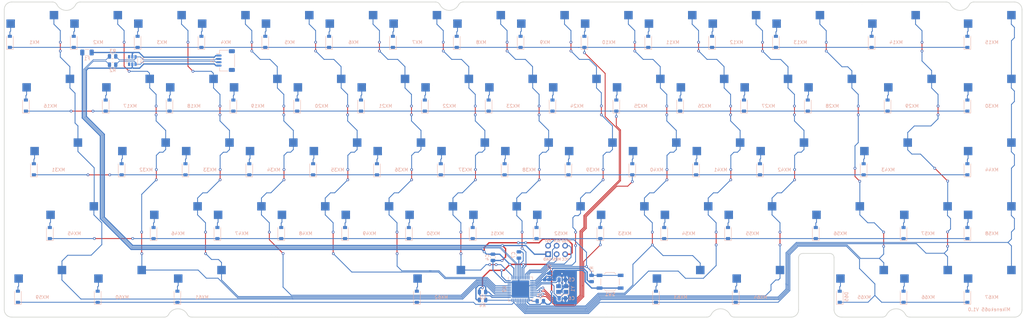
<source format=kicad_pcb>
(kicad_pcb (version 20171130) (host pcbnew "(5.1.12)-1")
  (layers (0 F.Cu signal) (31 B.Cu signal) (34 B.Paste user) (35 F.Paste user) (36 B.SilkS user) (37 F.SilkS user) (38 B.Mask user) (39 F.Mask user) (44 Edge.Cuts user))
  (net 0 "")
  (net 1 GND)
  (net 2 XTAL2)
  (net 3 XTAL1)
  (net 4 "Net-(D1-Pad2)")
  (net 5 ROW0)
  (net 6 "Net-(D2-Pad2)")
  (net 7 "Net-(D3-Pad2)")
  (net 8 "Net-(D4-Pad2)")
  (net 9 "Net-(D5-Pad2)")
  (net 10 "Net-(D6-Pad2)")
  (net 11 "Net-(D7-Pad2)")
  (net 12 "Net-(D8-Pad2)")
  (net 13 "Net-(D9-Pad2)")
  (net 14 "Net-(D10-Pad2)")
  (net 15 "Net-(D11-Pad2)")
  (net 16 "Net-(D12-Pad2)")
  (net 17 "Net-(D13-Pad2)")
  (net 18 "Net-(D14-Pad2)")
  (net 19 "Net-(D15-Pad2)")
  (net 20 "Net-(D16-Pad2)")
  (net 21 "Net-(D17-Pad2)")
  (net 22 ROW1)
  (net 23 "Net-(D18-Pad2)")
  (net 24 "Net-(D19-Pad2)")
  (net 25 "Net-(D20-Pad2)")
  (net 26 "Net-(D21-Pad2)")
  (net 27 "Net-(D22-Pad2)")
  (net 28 "Net-(D23-Pad2)")
  (net 29 "Net-(D24-Pad2)")
  (net 30 "Net-(D25-Pad2)")
  (net 31 "Net-(D26-Pad2)")
  (net 32 "Net-(D27-Pad2)")
  (net 33 "Net-(D28-Pad2)")
  (net 34 "Net-(D29-Pad2)")
  (net 35 "Net-(D30-Pad2)")
  (net 36 "Net-(D31-Pad2)")
  (net 37 "Net-(D32-Pad2)")
  (net 38 ROW2)
  (net 39 "Net-(D33-Pad2)")
  (net 40 "Net-(D34-Pad2)")
  (net 41 "Net-(D35-Pad2)")
  (net 42 "Net-(D36-Pad2)")
  (net 43 "Net-(D37-Pad2)")
  (net 44 "Net-(D38-Pad2)")
  (net 45 "Net-(D39-Pad2)")
  (net 46 "Net-(D40-Pad2)")
  (net 47 "Net-(D41-Pad2)")
  (net 48 "Net-(D42-Pad2)")
  (net 49 "Net-(D43-Pad2)")
  (net 50 "Net-(D44-Pad2)")
  (net 51 "Net-(D45-Pad2)")
  (net 52 "Net-(D46-Pad2)")
  (net 53 "Net-(D47-Pad2)")
  (net 54 ROW3)
  (net 55 "Net-(D48-Pad2)")
  (net 56 "Net-(D49-Pad2)")
  (net 57 "Net-(D50-Pad2)")
  (net 58 "Net-(D51-Pad2)")
  (net 59 "Net-(D52-Pad2)")
  (net 60 "Net-(D53-Pad2)")
  (net 61 "Net-(D54-Pad2)")
  (net 62 "Net-(D55-Pad2)")
  (net 63 "Net-(D56-Pad2)")
  (net 64 "Net-(D57-Pad2)")
  (net 65 "Net-(D58-Pad2)")
  (net 66 "Net-(D59-Pad2)")
  (net 67 "Net-(D60-Pad2)")
  (net 68 "Net-(D61-Pad2)")
  (net 69 ROW4)
  (net 70 "Net-(D62-Pad2)")
  (net 71 "Net-(D63-Pad2)")
  (net 72 "Net-(D64-Pad2)")
  (net 73 "Net-(D65-Pad2)")
  (net 74 "Net-(D66-Pad2)")
  (net 75 "Net-(D67-Pad2)")
  (net 76 VBUS)
  (net 77 D+)
  (net 78 D-)
  (net 79 RESET)
  (net 80 MOSI)
  (net 81 SCK)
  (net 82 MISO)
  (net 83 COL0)
  (net 84 COL1)
  (net 85 COL2)
  (net 86 COL3)
  (net 87 COL4)
  (net 88 COL5)
  (net 89 COL6)
  (net 90 COL7)
  (net 91 COL8)
  (net 92 COL9)
  (net 93 COL10)
  (net 94 COL11)
  (net 95 COL12)
  (net 96 COL13)
  (net 97 COL14)
  (net 98 "Net-(R4-Pad2)")
  (net 99 "Net-(U2-Pad42)")
  (net 100 "Net-(C7-Pad1)")
  (net 101 +5V)
  (net 102 /MCU_D+)
  (net 103 /MCU_D-)
  (net 104 "Net-(U1-Pad4)")
  (net 105 "Net-(U1-Pad3)")
  (net 106 "Net-(U2-Pad22)")
  (net 107 "Net-(U2-Pad31)")
  (module Diode_SMD:D_SOD-123 (layer B.Cu) (at 249.35 88.10625 90)
    (fp_text reference D65 (at 0 2 270) (layer B.SilkS) (effects (justify mirror)))
    (fp_text value 1N4148)
    (pad 2 smd rect (at 1.65 0 90) (size 0.9 1.2) (layers B.Cu B.Paste B.Mask) (net 73 "Net-(D65-Pad2)"))
    (pad 1 smd rect (at -1.65 0 90) (size 0.9 1.2) (layers B.Cu B.Paste B.Mask) (net 69 ROW4))
  )
  (module Diode_SMD:D_SOD-123 (layer B.Cu) (at 268.4 88.10625 90)
    (fp_text reference D66)
    (fp_text value 1N4148)
    (pad 1 smd rect (at -1.65 0 90) (size 0.9 1.2) (layers B.Cu B.Paste B.Mask) (net 69 ROW4))
    (pad 2 smd rect (at 1.65 0 90) (size 0.9 1.2) (layers B.Cu B.Paste B.Mask) (net 74 "Net-(D66-Pad2)"))
  )
  (module MX_Only:MXOnly-1U-Hotswap (layer F.Cu) (at 118.5375 47.1)
    (fp_text reference MX36)
    (fp_text value 1u)
    (fp_text user %R (at 0 3.048) (layer B.SilkS) (effects (justify mirror)))
    (pad 2 smd rect (at 5.842 -5.08) (size 2.55 2.5) (layers B.Cu B.Paste B.Mask) (net 88 COL5))
    (pad 1 smd rect (at -7.085 -2.54) (size 2.55 2.5) (layers B.Cu B.Paste B.Mask) (net 42 "Net-(D36-Pad2)"))
    (pad "" np_thru_hole circle (at 5.08 0 48.0996) (size 1.75 1.75) (drill 1.75) (layers *.Cu *.Mask))
    (pad "" np_thru_hole circle (at -5.08 0 48.0996) (size 1.75 1.75) (drill 1.75) (layers *.Cu *.Mask))
    (pad "" np_thru_hole circle (at -3.81 -2.54) (size 3 3) (drill 3) (layers *.Cu *.Mask))
    (pad "" np_thru_hole circle (at 0 0) (size 3.9878 3.9878) (drill 3.9878) (layers *.Cu *.Mask))
    (pad "" np_thru_hole circle (at 2.54 -5.08) (size 3 3) (drill 3) (layers *.Cu *.Mask))
  )
  (module MX_Only:MXOnly-1U-Hotswap (layer F.Cu) (at 213.7875 47.1)
    (fp_text reference MX41)
    (fp_text value 1u)
    (fp_text user %R (at 0 3.048) (layer B.SilkS) (effects (justify mirror)))
    (pad 2 smd rect (at 5.842 -5.08) (size 2.55 2.5) (layers B.Cu B.Paste B.Mask) (net 93 COL10))
    (pad 1 smd rect (at -7.085 -2.54) (size 2.55 2.5) (layers B.Cu B.Paste B.Mask) (net 47 "Net-(D41-Pad2)"))
    (pad "" np_thru_hole circle (at 5.08 0 48.0996) (size 1.75 1.75) (drill 1.75) (layers *.Cu *.Mask))
    (pad "" np_thru_hole circle (at -5.08 0 48.0996) (size 1.75 1.75) (drill 1.75) (layers *.Cu *.Mask))
    (pad "" np_thru_hole circle (at -3.81 -2.54) (size 3 3) (drill 3) (layers *.Cu *.Mask))
    (pad "" np_thru_hole circle (at 0 0) (size 3.9878 3.9878) (drill 3.9878) (layers *.Cu *.Mask))
    (pad "" np_thru_hole circle (at 2.54 -5.08) (size 3 3) (drill 3) (layers *.Cu *.Mask))
  )
  (module MX_Only:MXOnly-2.25U-Hotswap (layer F.Cu) (at 263.79375 47.1)
    (fp_text reference MX43)
    (fp_text value 2.25u)
    (fp_text user %R (at 0 3.048) (layer B.SilkS) (effects (justify mirror)))
    (pad "" np_thru_hole circle (at -11.938 8.255) (size 3.9878 3.9878) (drill 3.9878) (layers *.Cu *.Mask))
    (pad "" np_thru_hole circle (at 11.938 8.255) (size 3.9878 3.9878) (drill 3.9878) (layers *.Cu *.Mask))
    (pad "" np_thru_hole circle (at -11.938 -6.985) (size 3.048 3.048) (drill 3.048) (layers *.Cu *.Mask))
    (pad "" np_thru_hole circle (at 11.938 -6.985) (size 3.048 3.048) (drill 3.048) (layers *.Cu *.Mask))
    (pad 2 smd rect (at 5.842 -5.08) (size 2.55 2.5) (layers B.Cu B.Paste B.Mask) (net 96 COL13))
    (pad 1 smd rect (at -7.085 -2.54) (size 2.55 2.5) (layers B.Cu B.Paste B.Mask) (net 49 "Net-(D43-Pad2)"))
    (pad "" np_thru_hole circle (at 5.08 0 48.0996) (size 1.75 1.75) (drill 1.75) (layers *.Cu *.Mask))
    (pad "" np_thru_hole circle (at -5.08 0 48.0996) (size 1.75 1.75) (drill 1.75) (layers *.Cu *.Mask))
    (pad "" np_thru_hole circle (at -3.81 -2.54) (size 3 3) (drill 3) (layers *.Cu *.Mask))
    (pad "" np_thru_hole circle (at 0 0) (size 3.9878 3.9878) (drill 3.9878) (layers *.Cu *.Mask))
    (pad "" np_thru_hole circle (at 2.54 -5.08) (size 3 3) (drill 3) (layers *.Cu *.Mask))
  )
  (module MX_Only:MXOnly-1U-Hotswap (layer F.Cu) (at 147.1125 66.15)
    (fp_text reference MX51)
    (fp_text value 1u)
    (fp_text user %R (at 0 3.048) (layer B.SilkS) (effects (justify mirror)))
    (pad 2 smd rect (at 5.842 -5.08) (size 2.55 2.5) (layers B.Cu B.Paste B.Mask) (net 90 COL7))
    (pad 1 smd rect (at -7.085 -2.54) (size 2.55 2.5) (layers B.Cu B.Paste B.Mask) (net 58 "Net-(D51-Pad2)"))
    (pad "" np_thru_hole circle (at 5.08 0 48.0996) (size 1.75 1.75) (drill 1.75) (layers *.Cu *.Mask))
    (pad "" np_thru_hole circle (at -5.08 0 48.0996) (size 1.75 1.75) (drill 1.75) (layers *.Cu *.Mask))
    (pad "" np_thru_hole circle (at -3.81 -2.54) (size 3 3) (drill 3) (layers *.Cu *.Mask))
    (pad "" np_thru_hole circle (at 0 0) (size 3.9878 3.9878) (drill 3.9878) (layers *.Cu *.Mask))
    (pad "" np_thru_hole circle (at 2.54 -5.08) (size 3 3) (drill 3) (layers *.Cu *.Mask))
  )
  (module MX_Only:MXOnly-1U-Hotswap (layer F.Cu) (at 256.65 85.2)
    (fp_text reference MX65)
    (fp_text value 1u)
    (fp_text user %R (at 0 3.048) (layer B.SilkS) (effects (justify mirror)))
    (pad 2 smd rect (at 5.842 -5.08) (size 2.55 2.5) (layers B.Cu B.Paste B.Mask) (net 95 COL12))
    (pad 1 smd rect (at -7.085 -2.54) (size 2.55 2.5) (layers B.Cu B.Paste B.Mask) (net 73 "Net-(D65-Pad2)"))
    (pad "" np_thru_hole circle (at 5.08 0 48.0996) (size 1.75 1.75) (drill 1.75) (layers *.Cu *.Mask))
    (pad "" np_thru_hole circle (at -5.08 0 48.0996) (size 1.75 1.75) (drill 1.75) (layers *.Cu *.Mask))
    (pad "" np_thru_hole circle (at -3.81 -2.54) (size 3 3) (drill 3) (layers *.Cu *.Mask))
    (pad "" np_thru_hole circle (at 0 0) (size 3.9878 3.9878) (drill 3.9878) (layers *.Cu *.Mask))
    (pad "" np_thru_hole circle (at 2.54 -5.08) (size 3 3) (drill 3) (layers *.Cu *.Mask))
  )
  (module MX_Only:MXOnly-1.75U-Hotswap (layer F.Cu) (at 249.50625 66.15)
    (fp_text reference MX56)
    (fp_text value 1.75u)
    (fp_text user %R (at 0 3.048) (layer B.SilkS) (effects (justify mirror)))
    (pad 2 smd rect (at 5.842 -5.08) (size 2.55 2.5) (layers B.Cu B.Paste B.Mask) (net 95 COL12))
    (pad 1 smd rect (at -7.085 -2.54) (size 2.55 2.5) (layers B.Cu B.Paste B.Mask) (net 63 "Net-(D56-Pad2)"))
    (pad "" np_thru_hole circle (at 5.08 0 48.0996) (size 1.75 1.75) (drill 1.75) (layers *.Cu *.Mask))
    (pad "" np_thru_hole circle (at -5.08 0 48.0996) (size 1.75 1.75) (drill 1.75) (layers *.Cu *.Mask))
    (pad "" np_thru_hole circle (at -3.81 -2.54) (size 3 3) (drill 3) (layers *.Cu *.Mask))
    (pad "" np_thru_hole circle (at 0 0) (size 3.9878 3.9878) (drill 3.9878) (layers *.Cu *.Mask))
    (pad "" np_thru_hole circle (at 2.54 -5.08) (size 3 3) (drill 3) (layers *.Cu *.Mask))
  )
  (module MX_Only:MXOnly-1U-Hotswap (layer F.Cu) (at 70.9125 66.15)
    (fp_text reference MX47)
    (fp_text value 1u)
    (fp_text user %R (at 0 3.048) (layer B.SilkS) (effects (justify mirror)))
    (pad 2 smd rect (at 5.842 -5.08) (size 2.55 2.5) (layers B.Cu B.Paste B.Mask) (net 86 COL3))
    (pad 1 smd rect (at -7.085 -2.54) (size 2.55 2.5) (layers B.Cu B.Paste B.Mask) (net 53 "Net-(D47-Pad2)"))
    (pad "" np_thru_hole circle (at 5.08 0 48.0996) (size 1.75 1.75) (drill 1.75) (layers *.Cu *.Mask))
    (pad "" np_thru_hole circle (at -5.08 0 48.0996) (size 1.75 1.75) (drill 1.75) (layers *.Cu *.Mask))
    (pad "" np_thru_hole circle (at -3.81 -2.54) (size 3 3) (drill 3) (layers *.Cu *.Mask))
    (pad "" np_thru_hole circle (at 0 0) (size 3.9878 3.9878) (drill 3.9878) (layers *.Cu *.Mask))
    (pad "" np_thru_hole circle (at 2.54 -5.08) (size 3 3) (drill 3) (layers *.Cu *.Mask))
  )
  (module MX_Only:MXOnly-1U-Hotswap (layer F.Cu) (at 294.75 85.2)
    (fp_text reference MX67)
    (fp_text value 1u)
    (fp_text user %R (at 0 3.048) (layer B.SilkS) (effects (justify mirror)))
    (pad 2 smd rect (at 5.842 -5.08) (size 2.55 2.5) (layers B.Cu B.Paste B.Mask) (net 97 COL14))
    (pad 1 smd rect (at -7.085 -2.54) (size 2.55 2.5) (layers B.Cu B.Paste B.Mask) (net 75 "Net-(D67-Pad2)"))
    (pad "" np_thru_hole circle (at 5.08 0 48.0996) (size 1.75 1.75) (drill 1.75) (layers *.Cu *.Mask))
    (pad "" np_thru_hole circle (at -5.08 0 48.0996) (size 1.75 1.75) (drill 1.75) (layers *.Cu *.Mask))
    (pad "" np_thru_hole circle (at -3.81 -2.54) (size 3 3) (drill 3) (layers *.Cu *.Mask))
    (pad "" np_thru_hole circle (at 0 0) (size 3.9878 3.9878) (drill 3.9878) (layers *.Cu *.Mask))
    (pad "" np_thru_hole circle (at 2.54 -5.08) (size 3 3) (drill 3) (layers *.Cu *.Mask))
  )
  (module MX_Only:MXOnly-1U-Hotswap (layer F.Cu) (at 9 9)
    (fp_text reference MX1)
    (fp_text value 1u)
    (fp_text user %R (at 0 3.048) (layer B.SilkS) (effects (justify mirror)))
    (pad 2 smd rect (at 5.842 -5.08) (size 2.55 2.5) (layers B.Cu B.Paste B.Mask) (net 83 COL0))
    (pad 1 smd rect (at -7.085 -2.54) (size 2.55 2.5) (layers B.Cu B.Paste B.Mask) (net 4 "Net-(D1-Pad2)"))
    (pad "" np_thru_hole circle (at 5.08 0 48.0996) (size 1.75 1.75) (drill 1.75) (layers *.Cu *.Mask))
    (pad "" np_thru_hole circle (at -5.08 0 48.0996) (size 1.75 1.75) (drill 1.75) (layers *.Cu *.Mask))
    (pad "" np_thru_hole circle (at -3.81 -2.54) (size 3 3) (drill 3) (layers *.Cu *.Mask))
    (pad "" np_thru_hole circle (at 0 0) (size 3.9878 3.9878) (drill 3.9878) (layers *.Cu *.Mask))
    (pad "" np_thru_hole circle (at 2.54 -5.08) (size 3 3) (drill 3) (layers *.Cu *.Mask))
  )
  (module MX_Only:MXOnly-2U-Hotswap (layer F.Cu) (at 266.175 9)
    (fp_text reference MX14)
    (fp_text value 2u)
    (fp_text user %R (at 0 3.048) (layer B.SilkS) (effects (justify mirror)))
    (pad "" np_thru_hole circle (at -11.938 8.255) (size 3.9878 3.9878) (drill 3.9878) (layers *.Cu *.Mask))
    (pad "" np_thru_hole circle (at 11.938 8.255) (size 3.9878 3.9878) (drill 3.9878) (layers *.Cu *.Mask))
    (pad "" np_thru_hole circle (at -11.938 -6.985) (size 3.048 3.048) (drill 3.048) (layers *.Cu *.Mask))
    (pad "" np_thru_hole circle (at 11.938 -6.985) (size 3.048 3.048) (drill 3.048) (layers *.Cu *.Mask))
    (pad 2 smd rect (at 5.842 -5.08) (size 2.55 2.5) (layers B.Cu B.Paste B.Mask) (net 96 COL13))
    (pad 1 smd rect (at -7.085 -2.54) (size 2.55 2.5) (layers B.Cu B.Paste B.Mask) (net 18 "Net-(D14-Pad2)"))
    (pad "" np_thru_hole circle (at 5.08 0 48.0996) (size 1.75 1.75) (drill 1.75) (layers *.Cu *.Mask))
    (pad "" np_thru_hole circle (at -5.08 0 48.0996) (size 1.75 1.75) (drill 1.75) (layers *.Cu *.Mask))
    (pad "" np_thru_hole circle (at -3.81 -2.54) (size 3 3) (drill 3) (layers *.Cu *.Mask))
    (pad "" np_thru_hole circle (at 0 0) (size 3.9878 3.9878) (drill 3.9878) (layers *.Cu *.Mask))
    (pad "" np_thru_hole circle (at 2.54 -5.08) (size 3 3) (drill 3) (layers *.Cu *.Mask))
  )
  (module Package_DFN_QFN:QFN-44-1EP_7x7mm_P0.5mm_EP5.2x5.2mm (layer B.Cu) (at 154.07375 85.81 270)
    (fp_text reference U2 (at 0 4.82 90) (layer B.SilkS) (effects (justify mirror)))
    (fp_text value ATmega32U4-MUR)
    (pad 45 smd roundrect (at 0 0 270) (size 5.2 5.2) (layers B.Cu B.Mask) (roundrect_rratio 0.04807692307692308) (net 1 GND))
    (pad 1 smd roundrect (at -3.3375 2.5 270) (size 1.075 0.25) (layers B.Cu B.Paste B.Mask) (net 89 COL6))
    (pad 2 smd roundrect (at -3.3375 2 270) (size 1.075 0.25) (layers B.Cu B.Paste B.Mask) (net 101 +5V))
    (pad 3 smd roundrect (at -3.3375 1.5 270) (size 1.075 0.25) (layers B.Cu B.Paste B.Mask) (net 103 /MCU_D-))
    (pad 4 smd roundrect (at -3.3375 1 270) (size 1.075 0.25) (layers B.Cu B.Paste B.Mask) (net 102 /MCU_D+))
    (pad 5 smd roundrect (at -3.3375 0.5 270) (size 1.075 0.25) (layers B.Cu B.Paste B.Mask) (net 1 GND))
    (pad 6 smd roundrect (at -3.3375 0 270) (size 1.075 0.25) (layers B.Cu B.Paste B.Mask) (net 100 "Net-(C7-Pad1)"))
    (pad 7 smd roundrect (at -3.3375 -0.5 270) (size 1.075 0.25) (layers B.Cu B.Paste B.Mask) (net 101 +5V))
    (pad 8 smd roundrect (at -3.3375 -1 270) (size 1.075 0.25) (layers B.Cu B.Paste B.Mask) (net 90 COL7))
    (pad 9 smd roundrect (at -3.3375 -1.5 270) (size 1.075 0.25) (layers B.Cu B.Paste B.Mask) (net 81 SCK))
    (pad 10 smd roundrect (at -3.3375 -2 270) (size 1.075 0.25) (layers B.Cu B.Paste B.Mask) (net 80 MOSI))
    (pad 11 smd roundrect (at -3.3375 -2.5 270) (size 1.075 0.25) (layers B.Cu B.Paste B.Mask) (net 82 MISO))
    (pad 12 smd roundrect (at -2.5 -3.3375 270) (size 0.25 1.075) (layers B.Cu B.Paste B.Mask) (net 91 COL8))
    (pad 13 smd roundrect (at -2 -3.3375 270) (size 0.25 1.075) (layers B.Cu B.Paste B.Mask) (net 79 RESET))
    (pad 14 smd roundrect (at -1.5 -3.3375 270) (size 0.25 1.075) (layers B.Cu B.Paste B.Mask) (net 101 +5V))
    (pad 15 smd roundrect (at -1 -3.3375 270) (size 0.25 1.075) (layers B.Cu B.Paste B.Mask) (net 1 GND))
    (pad 16 smd roundrect (at -0.5 -3.3375 270) (size 0.25 1.075) (layers B.Cu B.Paste B.Mask) (net 2 XTAL2))
    (pad 17 smd roundrect (at 0 -3.3375 270) (size 0.25 1.075) (layers B.Cu B.Paste B.Mask) (net 3 XTAL1))
    (pad 18 smd roundrect (at 0.5 -3.3375 270) (size 0.25 1.075) (layers B.Cu B.Paste B.Mask) (net 5 ROW0))
    (pad 19 smd roundrect (at 1 -3.3375 270) (size 0.25 1.075) (layers B.Cu B.Paste B.Mask) (net 22 ROW1))
    (pad 20 smd roundrect (at 1.5 -3.3375 270) (size 0.25 1.075) (layers B.Cu B.Paste B.Mask) (net 38 ROW2))
    (pad 21 smd roundrect (at 2 -3.3375 270) (size 0.25 1.075) (layers B.Cu B.Paste B.Mask) (net 54 ROW3))
    (pad 22 smd roundrect (at 2.5 -3.3375 270) (size 0.25 1.075) (layers B.Cu B.Paste B.Mask) (net 106 "Net-(U2-Pad22)"))
    (pad 23 smd roundrect (at 3.3375 -2.5 270) (size 1.075 0.25) (layers B.Cu B.Paste B.Mask) (net 1 GND))
    (pad 24 smd roundrect (at 3.3375 -2 270) (size 1.075 0.25) (layers B.Cu B.Paste B.Mask) (net 101 +5V))
    (pad 25 smd roundrect (at 3.3375 -1.5 270) (size 1.075 0.25) (layers B.Cu B.Paste B.Mask) (net 92 COL9))
    (pad 26 smd roundrect (at 3.3375 -1 270) (size 1.075 0.25) (layers B.Cu B.Paste B.Mask) (net 93 COL10))
    (pad 27 smd roundrect (at 3.3375 -0.5 270) (size 1.075 0.25) (layers B.Cu B.Paste B.Mask) (net 94 COL11))
    (pad 28 smd roundrect (at 3.3375 0 270) (size 1.075 0.25) (layers B.Cu B.Paste B.Mask) (net 97 COL14))
    (pad 29 smd roundrect (at 3.3375 0.5 270) (size 1.075 0.25) (layers B.Cu B.Paste B.Mask) (net 96 COL13))
    (pad 30 smd roundrect (at 3.3375 1 270) (size 1.075 0.25) (layers B.Cu B.Paste B.Mask) (net 95 COL12))
    (pad 31 smd roundrect (at 3.3375 1.5 270) (size 1.075 0.25) (layers B.Cu B.Paste B.Mask) (net 107 "Net-(U2-Pad31)"))
    (pad 32 smd roundrect (at 3.3375 2 270) (size 1.075 0.25) (layers B.Cu B.Paste B.Mask) (net 69 ROW4))
    (pad 33 smd roundrect (at 3.3375 2.5 270) (size 1.075 0.25) (layers B.Cu B.Paste B.Mask) (net 98 "Net-(R4-Pad2)"))
    (pad 34 smd roundrect (at 2.5 3.3375 270) (size 0.25 1.075) (layers B.Cu B.Paste B.Mask) (net 101 +5V))
    (pad 35 smd roundrect (at 2 3.3375 270) (size 0.25 1.075) (layers B.Cu B.Paste B.Mask) (net 1 GND))
    (pad 36 smd roundrect (at 1.5 3.3375 270) (size 0.25 1.075) (layers B.Cu B.Paste B.Mask) (net 83 COL0))
    (pad 37 smd roundrect (at 1 3.3375 270) (size 0.25 1.075) (layers B.Cu B.Paste B.Mask) (net 84 COL1))
    (pad 38 smd roundrect (at 0.5 3.3375 270) (size 0.25 1.075) (layers B.Cu B.Paste B.Mask) (net 85 COL2))
    (pad 39 smd roundrect (at 0 3.3375 270) (size 0.25 1.075) (layers B.Cu B.Paste B.Mask) (net 86 COL3))
    (pad 40 smd roundrect (at -0.5 3.3375 270) (size 0.25 1.075) (layers B.Cu B.Paste B.Mask) (net 87 COL4))
    (pad 41 smd roundrect (at -1 3.3375 270) (size 0.25 1.075) (layers B.Cu B.Paste B.Mask) (net 88 COL5))
    (pad 42 smd roundrect (at -1.5 3.3375 270) (size 0.25 1.075) (layers B.Cu B.Paste B.Mask) (net 99 "Net-(U2-Pad42)"))
    (pad 43 smd roundrect (at -2 3.3375 270) (size 0.25 1.075) (layers B.Cu B.Paste B.Mask) (net 1 GND))
    (pad 44 smd roundrect (at -2.5 3.3375 270) (size 0.25 1.075) (layers B.Cu B.Paste B.Mask) (net 101 +5V))
  )
  (module MX_Only:MXOnly-1U-Hotswap (layer F.Cu) (at 275.75 85.2)
    (fp_text reference MX66)
    (fp_text value 1u)
    (fp_text user %R (at 0 3.048) (layer B.SilkS) (effects (justify mirror)))
    (pad 2 smd rect (at 5.842 -5.08) (size 2.55 2.5) (layers B.Cu B.Paste B.Mask) (net 96 COL13))
    (pad 1 smd rect (at -7.085 -2.54) (size 2.55 2.5) (layers B.Cu B.Paste B.Mask) (net 74 "Net-(D66-Pad2)"))
    (pad "" np_thru_hole circle (at 5.08 0 48.0996) (size 1.75 1.75) (drill 1.75) (layers *.Cu *.Mask))
    (pad "" np_thru_hole circle (at -5.08 0 48.0996) (size 1.75 1.75) (drill 1.75) (layers *.Cu *.Mask))
    (pad "" np_thru_hole circle (at -3.81 -2.54) (size 3 3) (drill 3) (layers *.Cu *.Mask))
    (pad "" np_thru_hole circle (at 0 0) (size 3.9878 3.9878) (drill 3.9878) (layers *.Cu *.Mask))
    (pad "" np_thru_hole circle (at 2.54 -5.08) (size 3 3) (drill 3) (layers *.Cu *.Mask))
  )
  (module MX_Only:MXOnly-6.25U-Hotswap-ReversedStabilizers (layer F.Cu) (at 130.44375 85.2)
    (fp_text reference MX62)
    (fp_text value 6.25u)
    (fp_text user %R (at 0 3.048) (layer B.SilkS) (effects (justify mirror)))
    (pad "" np_thru_hole circle (at -49.9999 -8.255) (size 3.9878 3.9878) (drill 3.9878) (layers *.Cu *.Mask))
    (pad "" np_thru_hole circle (at 49.9999 -8.255) (size 3.9878 3.9878) (drill 3.9878) (layers *.Cu *.Mask))
    (pad "" np_thru_hole circle (at -49.9999 6.985) (size 3.048 3.048) (drill 3.048) (layers *.Cu *.Mask))
    (pad "" np_thru_hole circle (at 49.9999 6.985) (size 3.048 3.048) (drill 3.048) (layers *.Cu *.Mask))
    (pad 2 smd rect (at 5.842 -5.08) (size 2.55 2.5) (layers B.Cu B.Paste B.Mask) (net 89 COL6))
    (pad 1 smd rect (at -7.085 -2.54) (size 2.55 2.5) (layers B.Cu B.Paste B.Mask) (net 70 "Net-(D62-Pad2)"))
    (pad "" np_thru_hole circle (at 5.08 0 48.0996) (size 1.75 1.75) (drill 1.75) (layers *.Cu *.Mask))
    (pad "" np_thru_hole circle (at -5.08 0 48.0996) (size 1.75 1.75) (drill 1.75) (layers *.Cu *.Mask))
    (pad "" np_thru_hole circle (at -3.81 -2.54) (size 3 3) (drill 3) (layers *.Cu *.Mask))
    (pad "" np_thru_hole circle (at 0 0) (size 3.9878 3.9878) (drill 3.9878) (layers *.Cu *.Mask))
    (pad "" np_thru_hole circle (at 2.54 -5.08) (size 3 3) (drill 3) (layers *.Cu *.Mask))
  )
  (module MX_Only:MXOnly-1U-Hotswap (layer F.Cu) (at 56.625 28.05)
    (fp_text reference MX18)
    (fp_text value 1u)
    (fp_text user %R (at 0 3.048) (layer B.SilkS) (effects (justify mirror)))
    (pad 2 smd rect (at 5.842 -5.08) (size 2.55 2.5) (layers B.Cu B.Paste B.Mask) (net 85 COL2))
    (pad 1 smd rect (at -7.085 -2.54) (size 2.55 2.5) (layers B.Cu B.Paste B.Mask) (net 23 "Net-(D18-Pad2)"))
    (pad "" np_thru_hole circle (at 5.08 0 48.0996) (size 1.75 1.75) (drill 1.75) (layers *.Cu *.Mask))
    (pad "" np_thru_hole circle (at -5.08 0 48.0996) (size 1.75 1.75) (drill 1.75) (layers *.Cu *.Mask))
    (pad "" np_thru_hole circle (at -3.81 -2.54) (size 3 3) (drill 3) (layers *.Cu *.Mask))
    (pad "" np_thru_hole circle (at 0 0) (size 3.9878 3.9878) (drill 3.9878) (layers *.Cu *.Mask))
    (pad "" np_thru_hole circle (at 2.54 -5.08) (size 3 3) (drill 3) (layers *.Cu *.Mask))
  )
  (module MX_Only:MXOnly-1U-Hotswap (layer F.Cu) (at 194.7375 47.1)
    (fp_text reference MX40)
    (fp_text value 1u)
    (fp_text user %R (at 0 3.048) (layer B.SilkS) (effects (justify mirror)))
    (pad 2 smd rect (at 5.842 -5.08) (size 2.55 2.5) (layers B.Cu B.Paste B.Mask) (net 92 COL9))
    (pad 1 smd rect (at -7.085 -2.54) (size 2.55 2.5) (layers B.Cu B.Paste B.Mask) (net 46 "Net-(D40-Pad2)"))
    (pad "" np_thru_hole circle (at 5.08 0 48.0996) (size 1.75 1.75) (drill 1.75) (layers *.Cu *.Mask))
    (pad "" np_thru_hole circle (at -5.08 0 48.0996) (size 1.75 1.75) (drill 1.75) (layers *.Cu *.Mask))
    (pad "" np_thru_hole circle (at -3.81 -2.54) (size 3 3) (drill 3) (layers *.Cu *.Mask))
    (pad "" np_thru_hole circle (at 0 0) (size 3.9878 3.9878) (drill 3.9878) (layers *.Cu *.Mask))
    (pad "" np_thru_hole circle (at 2.54 -5.08) (size 3 3) (drill 3) (layers *.Cu *.Mask))
  )
  (module MX_Only:MXOnly-1.25U-Hotswap (layer F.Cu) (at 225.69375 85.2)
    (fp_text reference MX64)
    (fp_text value 1.25u)
    (fp_text user %R (at 0 3.048) (layer B.SilkS) (effects (justify mirror)))
    (pad 2 smd rect (at 5.842 -5.08) (size 2.55 2.5) (layers B.Cu B.Paste B.Mask) (net 94 COL11))
    (pad 1 smd rect (at -7.085 -2.54) (size 2.55 2.5) (layers B.Cu B.Paste B.Mask) (net 72 "Net-(D64-Pad2)"))
    (pad "" np_thru_hole circle (at 5.08 0 48.0996) (size 1.75 1.75) (drill 1.75) (layers *.Cu *.Mask))
    (pad "" np_thru_hole circle (at -5.08 0 48.0996) (size 1.75 1.75) (drill 1.75) (layers *.Cu *.Mask))
    (pad "" np_thru_hole circle (at -3.81 -2.54) (size 3 3) (drill 3) (layers *.Cu *.Mask))
    (pad "" np_thru_hole circle (at 0 0) (size 3.9878 3.9878) (drill 3.9878) (layers *.Cu *.Mask))
    (pad "" np_thru_hole circle (at 2.54 -5.08) (size 3 3) (drill 3) (layers *.Cu *.Mask))
  )
  (module MX_Only:MXOnly-1.25U-Hotswap (layer F.Cu) (at 201.88125 85.2)
    (fp_text reference MX63)
    (fp_text value 1.25u)
    (fp_text user %R (at 0 3.048) (layer B.SilkS) (effects (justify mirror)))
    (pad 2 smd rect (at 5.842 -5.08) (size 2.55 2.5) (layers B.Cu B.Paste B.Mask) (net 92 COL9))
    (pad 1 smd rect (at -7.085 -2.54) (size 2.55 2.5) (layers B.Cu B.Paste B.Mask) (net 71 "Net-(D63-Pad2)"))
    (pad "" np_thru_hole circle (at 5.08 0 48.0996) (size 1.75 1.75) (drill 1.75) (layers *.Cu *.Mask))
    (pad "" np_thru_hole circle (at -5.08 0 48.0996) (size 1.75 1.75) (drill 1.75) (layers *.Cu *.Mask))
    (pad "" np_thru_hole circle (at -3.81 -2.54) (size 3 3) (drill 3) (layers *.Cu *.Mask))
    (pad "" np_thru_hole circle (at 0 0) (size 3.9878 3.9878) (drill 3.9878) (layers *.Cu *.Mask))
    (pad "" np_thru_hole circle (at 2.54 -5.08) (size 3 3) (drill 3) (layers *.Cu *.Mask))
  )
  (module MX_Only:MXOnly-1.25U-Hotswap (layer F.Cu) (at 59.00625 85.2)
    (fp_text reference MX61)
    (fp_text value 1.25u)
    (fp_text user %R (at 0 3.048) (layer B.SilkS) (effects (justify mirror)))
    (pad 2 smd rect (at 5.842 -5.08) (size 2.55 2.5) (layers B.Cu B.Paste B.Mask) (net 85 COL2))
    (pad 1 smd rect (at -7.085 -2.54) (size 2.55 2.5) (layers B.Cu B.Paste B.Mask) (net 68 "Net-(D61-Pad2)"))
    (pad "" np_thru_hole circle (at 5.08 0 48.0996) (size 1.75 1.75) (drill 1.75) (layers *.Cu *.Mask))
    (pad "" np_thru_hole circle (at -5.08 0 48.0996) (size 1.75 1.75) (drill 1.75) (layers *.Cu *.Mask))
    (pad "" np_thru_hole circle (at -3.81 -2.54) (size 3 3) (drill 3) (layers *.Cu *.Mask))
    (pad "" np_thru_hole circle (at 0 0) (size 3.9878 3.9878) (drill 3.9878) (layers *.Cu *.Mask))
    (pad "" np_thru_hole circle (at 2.54 -5.08) (size 3 3) (drill 3) (layers *.Cu *.Mask))
  )
  (module MX_Only:MXOnly-1.25U-Hotswap (layer F.Cu) (at 35.19375 85.2)
    (fp_text reference MX60)
    (fp_text value 1.25u)
    (fp_text user %R (at 0 3.048) (layer B.SilkS) (effects (justify mirror)))
    (pad 2 smd rect (at 5.842 -5.08) (size 2.55 2.5) (layers B.Cu B.Paste B.Mask) (net 84 COL1))
    (pad 1 smd rect (at -7.085 -2.54) (size 2.55 2.5) (layers B.Cu B.Paste B.Mask) (net 67 "Net-(D60-Pad2)"))
    (pad "" np_thru_hole circle (at 5.08 0 48.0996) (size 1.75 1.75) (drill 1.75) (layers *.Cu *.Mask))
    (pad "" np_thru_hole circle (at -5.08 0 48.0996) (size 1.75 1.75) (drill 1.75) (layers *.Cu *.Mask))
    (pad "" np_thru_hole circle (at -3.81 -2.54) (size 3 3) (drill 3) (layers *.Cu *.Mask))
    (pad "" np_thru_hole circle (at 0 0) (size 3.9878 3.9878) (drill 3.9878) (layers *.Cu *.Mask))
    (pad "" np_thru_hole circle (at 2.54 -5.08) (size 3 3) (drill 3) (layers *.Cu *.Mask))
  )
  (module MX_Only:MXOnly-1.25U-Hotswap (layer F.Cu) (at 11.38125 85.2)
    (fp_text reference MX59)
    (fp_text value 1.25u)
    (fp_text user %R (at 0 3.048) (layer B.SilkS) (effects (justify mirror)))
    (pad 2 smd rect (at 5.842 -5.08) (size 2.55 2.5) (layers B.Cu B.Paste B.Mask) (net 83 COL0))
    (pad 1 smd rect (at -7.085 -2.54) (size 2.55 2.5) (layers B.Cu B.Paste B.Mask) (net 66 "Net-(D59-Pad2)"))
    (pad "" np_thru_hole circle (at 5.08 0 48.0996) (size 1.75 1.75) (drill 1.75) (layers *.Cu *.Mask))
    (pad "" np_thru_hole circle (at -5.08 0 48.0996) (size 1.75 1.75) (drill 1.75) (layers *.Cu *.Mask))
    (pad "" np_thru_hole circle (at -3.81 -2.54) (size 3 3) (drill 3) (layers *.Cu *.Mask))
    (pad "" np_thru_hole circle (at 0 0) (size 3.9878 3.9878) (drill 3.9878) (layers *.Cu *.Mask))
    (pad "" np_thru_hole circle (at 2.54 -5.08) (size 3 3) (drill 3) (layers *.Cu *.Mask))
  )
  (module MX_Only:MXOnly-1U-Hotswap (layer F.Cu) (at 294.75 66.15)
    (fp_text reference MX58)
    (fp_text value 1u)
    (fp_text user %R (at 0 3.048) (layer B.SilkS) (effects (justify mirror)))
    (pad 2 smd rect (at 5.842 -5.08) (size 2.55 2.5) (layers B.Cu B.Paste B.Mask) (net 97 COL14))
    (pad 1 smd rect (at -7.085 -2.54) (size 2.55 2.5) (layers B.Cu B.Paste B.Mask) (net 65 "Net-(D58-Pad2)"))
    (pad "" np_thru_hole circle (at 5.08 0 48.0996) (size 1.75 1.75) (drill 1.75) (layers *.Cu *.Mask))
    (pad "" np_thru_hole circle (at -5.08 0 48.0996) (size 1.75 1.75) (drill 1.75) (layers *.Cu *.Mask))
    (pad "" np_thru_hole circle (at -3.81 -2.54) (size 3 3) (drill 3) (layers *.Cu *.Mask))
    (pad "" np_thru_hole circle (at 0 0) (size 3.9878 3.9878) (drill 3.9878) (layers *.Cu *.Mask))
    (pad "" np_thru_hole circle (at 2.54 -5.08) (size 3 3) (drill 3) (layers *.Cu *.Mask))
  )
  (module MX_Only:MXOnly-1U-Hotswap (layer F.Cu) (at 275.7 66.15)
    (fp_text reference MX57)
    (fp_text value 1u)
    (fp_text user %R (at 0 3.048) (layer B.SilkS) (effects (justify mirror)))
    (pad 2 smd rect (at 5.842 -5.08) (size 2.55 2.5) (layers B.Cu B.Paste B.Mask) (net 96 COL13))
    (pad 1 smd rect (at -7.085 -2.54) (size 2.55 2.5) (layers B.Cu B.Paste B.Mask) (net 64 "Net-(D57-Pad2)"))
    (pad "" np_thru_hole circle (at 5.08 0 48.0996) (size 1.75 1.75) (drill 1.75) (layers *.Cu *.Mask))
    (pad "" np_thru_hole circle (at -5.08 0 48.0996) (size 1.75 1.75) (drill 1.75) (layers *.Cu *.Mask))
    (pad "" np_thru_hole circle (at -3.81 -2.54) (size 3 3) (drill 3) (layers *.Cu *.Mask))
    (pad "" np_thru_hole circle (at 0 0) (size 3.9878 3.9878) (drill 3.9878) (layers *.Cu *.Mask))
    (pad "" np_thru_hole circle (at 2.54 -5.08) (size 3 3) (drill 3) (layers *.Cu *.Mask))
  )
  (module MX_Only:MXOnly-1U-Hotswap (layer F.Cu) (at 223.3125 66.15)
    (fp_text reference MX55)
    (fp_text value 1u)
    (fp_text user %R (at 0 3.048) (layer B.SilkS) (effects (justify mirror)))
    (pad 2 smd rect (at 5.842 -5.08) (size 2.55 2.5) (layers B.Cu B.Paste B.Mask) (net 94 COL11))
    (pad 1 smd rect (at -7.085 -2.54) (size 2.55 2.5) (layers B.Cu B.Paste B.Mask) (net 62 "Net-(D55-Pad2)"))
    (pad "" np_thru_hole circle (at 5.08 0 48.0996) (size 1.75 1.75) (drill 1.75) (layers *.Cu *.Mask))
    (pad "" np_thru_hole circle (at -5.08 0 48.0996) (size 1.75 1.75) (drill 1.75) (layers *.Cu *.Mask))
    (pad "" np_thru_hole circle (at -3.81 -2.54) (size 3 3) (drill 3) (layers *.Cu *.Mask))
    (pad "" np_thru_hole circle (at 0 0) (size 3.9878 3.9878) (drill 3.9878) (layers *.Cu *.Mask))
    (pad "" np_thru_hole circle (at 2.54 -5.08) (size 3 3) (drill 3) (layers *.Cu *.Mask))
  )
  (module MX_Only:MXOnly-1U-Hotswap (layer F.Cu) (at 204.2625 66.15)
    (fp_text reference MX54)
    (fp_text value 1u)
    (fp_text user %R (at 0 3.048) (layer B.SilkS) (effects (justify mirror)))
    (pad 2 smd rect (at 5.842 -5.08) (size 2.55 2.5) (layers B.Cu B.Paste B.Mask) (net 93 COL10))
    (pad 1 smd rect (at -7.085 -2.54) (size 2.55 2.5) (layers B.Cu B.Paste B.Mask) (net 61 "Net-(D54-Pad2)"))
    (pad "" np_thru_hole circle (at 5.08 0 48.0996) (size 1.75 1.75) (drill 1.75) (layers *.Cu *.Mask))
    (pad "" np_thru_hole circle (at -5.08 0 48.0996) (size 1.75 1.75) (drill 1.75) (layers *.Cu *.Mask))
    (pad "" np_thru_hole circle (at -3.81 -2.54) (size 3 3) (drill 3) (layers *.Cu *.Mask))
    (pad "" np_thru_hole circle (at 0 0) (size 3.9878 3.9878) (drill 3.9878) (layers *.Cu *.Mask))
    (pad "" np_thru_hole circle (at 2.54 -5.08) (size 3 3) (drill 3) (layers *.Cu *.Mask))
  )
  (module MX_Only:MXOnly-1U-Hotswap (layer F.Cu) (at 185.2125 66.15)
    (fp_text reference MX53)
    (fp_text value 1u)
    (fp_text user %R (at 0 3.048) (layer B.SilkS) (effects (justify mirror)))
    (pad 2 smd rect (at 5.842 -5.08) (size 2.55 2.5) (layers B.Cu B.Paste B.Mask) (net 92 COL9))
    (pad 1 smd rect (at -7.085 -2.54) (size 2.55 2.5) (layers B.Cu B.Paste B.Mask) (net 60 "Net-(D53-Pad2)"))
    (pad "" np_thru_hole circle (at 5.08 0 48.0996) (size 1.75 1.75) (drill 1.75) (layers *.Cu *.Mask))
    (pad "" np_thru_hole circle (at -5.08 0 48.0996) (size 1.75 1.75) (drill 1.75) (layers *.Cu *.Mask))
    (pad "" np_thru_hole circle (at -3.81 -2.54) (size 3 3) (drill 3) (layers *.Cu *.Mask))
    (pad "" np_thru_hole circle (at 0 0) (size 3.9878 3.9878) (drill 3.9878) (layers *.Cu *.Mask))
    (pad "" np_thru_hole circle (at 2.54 -5.08) (size 3 3) (drill 3) (layers *.Cu *.Mask))
  )
  (module MX_Only:MXOnly-1U-Hotswap (layer F.Cu) (at 166.1625 66.15)
    (fp_text reference MX52)
    (fp_text value 1u)
    (fp_text user %R (at 0 3.048) (layer B.SilkS) (effects (justify mirror)))
    (pad 2 smd rect (at 5.842 -5.08) (size 2.55 2.5) (layers B.Cu B.Paste B.Mask) (net 91 COL8))
    (pad 1 smd rect (at -7.085 -2.54) (size 2.55 2.5) (layers B.Cu B.Paste B.Mask) (net 59 "Net-(D52-Pad2)"))
    (pad "" np_thru_hole circle (at 5.08 0 48.0996) (size 1.75 1.75) (drill 1.75) (layers *.Cu *.Mask))
    (pad "" np_thru_hole circle (at -5.08 0 48.0996) (size 1.75 1.75) (drill 1.75) (layers *.Cu *.Mask))
    (pad "" np_thru_hole circle (at -3.81 -2.54) (size 3 3) (drill 3) (layers *.Cu *.Mask))
    (pad "" np_thru_hole circle (at 0 0) (size 3.9878 3.9878) (drill 3.9878) (layers *.Cu *.Mask))
    (pad "" np_thru_hole circle (at 2.54 -5.08) (size 3 3) (drill 3) (layers *.Cu *.Mask))
  )
  (module MX_Only:MXOnly-1U-Hotswap (layer F.Cu) (at 128.0625 66.15)
    (fp_text reference MX50)
    (fp_text value 1u)
    (fp_text user %R (at 0 3.048) (layer B.SilkS) (effects (justify mirror)))
    (pad 2 smd rect (at 5.842 -5.08) (size 2.55 2.5) (layers B.Cu B.Paste B.Mask) (net 89 COL6))
    (pad 1 smd rect (at -7.085 -2.54) (size 2.55 2.5) (layers B.Cu B.Paste B.Mask) (net 57 "Net-(D50-Pad2)"))
    (pad "" np_thru_hole circle (at 5.08 0 48.0996) (size 1.75 1.75) (drill 1.75) (layers *.Cu *.Mask))
    (pad "" np_thru_hole circle (at -5.08 0 48.0996) (size 1.75 1.75) (drill 1.75) (layers *.Cu *.Mask))
    (pad "" np_thru_hole circle (at -3.81 -2.54) (size 3 3) (drill 3) (layers *.Cu *.Mask))
    (pad "" np_thru_hole circle (at 0 0) (size 3.9878 3.9878) (drill 3.9878) (layers *.Cu *.Mask))
    (pad "" np_thru_hole circle (at 2.54 -5.08) (size 3 3) (drill 3) (layers *.Cu *.Mask))
  )
  (module MX_Only:MXOnly-1U-Hotswap (layer F.Cu) (at 109.0125 66.15)
    (fp_text reference MX49)
    (fp_text value 1u)
    (fp_text user %R (at 0 3.048) (layer B.SilkS) (effects (justify mirror)))
    (pad 2 smd rect (at 5.842 -5.08) (size 2.55 2.5) (layers B.Cu B.Paste B.Mask) (net 88 COL5))
    (pad 1 smd rect (at -7.085 -2.54) (size 2.55 2.5) (layers B.Cu B.Paste B.Mask) (net 56 "Net-(D49-Pad2)"))
    (pad "" np_thru_hole circle (at 5.08 0 48.0996) (size 1.75 1.75) (drill 1.75) (layers *.Cu *.Mask))
    (pad "" np_thru_hole circle (at -5.08 0 48.0996) (size 1.75 1.75) (drill 1.75) (layers *.Cu *.Mask))
    (pad "" np_thru_hole circle (at -3.81 -2.54) (size 3 3) (drill 3) (layers *.Cu *.Mask))
    (pad "" np_thru_hole circle (at 0 0) (size 3.9878 3.9878) (drill 3.9878) (layers *.Cu *.Mask))
    (pad "" np_thru_hole circle (at 2.54 -5.08) (size 3 3) (drill 3) (layers *.Cu *.Mask))
  )
  (module MX_Only:MXOnly-1U-Hotswap (layer F.Cu) (at 89.9625 66.15)
    (fp_text reference MX48)
    (fp_text value 1u)
    (fp_text user %R (at 0 3.048) (layer B.SilkS) (effects (justify mirror)))
    (pad 2 smd rect (at 5.842 -5.08) (size 2.55 2.5) (layers B.Cu B.Paste B.Mask) (net 87 COL4))
    (pad 1 smd rect (at -7.085 -2.54) (size 2.55 2.5) (layers B.Cu B.Paste B.Mask) (net 55 "Net-(D48-Pad2)"))
    (pad "" np_thru_hole circle (at 5.08 0 48.0996) (size 1.75 1.75) (drill 1.75) (layers *.Cu *.Mask))
    (pad "" np_thru_hole circle (at -5.08 0 48.0996) (size 1.75 1.75) (drill 1.75) (layers *.Cu *.Mask))
    (pad "" np_thru_hole circle (at -3.81 -2.54) (size 3 3) (drill 3) (layers *.Cu *.Mask))
    (pad "" np_thru_hole circle (at 0 0) (size 3.9878 3.9878) (drill 3.9878) (layers *.Cu *.Mask))
    (pad "" np_thru_hole circle (at 2.54 -5.08) (size 3 3) (drill 3) (layers *.Cu *.Mask))
  )
  (module MX_Only:MXOnly-1U-Hotswap (layer F.Cu) (at 51.8625 66.15)
    (fp_text reference MX46)
    (fp_text value 1u)
    (fp_text user %R (at 0 3.048) (layer B.SilkS) (effects (justify mirror)))
    (pad 2 smd rect (at 5.842 -5.08) (size 2.55 2.5) (layers B.Cu B.Paste B.Mask) (net 85 COL2))
    (pad 1 smd rect (at -7.085 -2.54) (size 2.55 2.5) (layers B.Cu B.Paste B.Mask) (net 52 "Net-(D46-Pad2)"))
    (pad "" np_thru_hole circle (at 5.08 0 48.0996) (size 1.75 1.75) (drill 1.75) (layers *.Cu *.Mask))
    (pad "" np_thru_hole circle (at -5.08 0 48.0996) (size 1.75 1.75) (drill 1.75) (layers *.Cu *.Mask))
    (pad "" np_thru_hole circle (at -3.81 -2.54) (size 3 3) (drill 3) (layers *.Cu *.Mask))
    (pad "" np_thru_hole circle (at 0 0) (size 3.9878 3.9878) (drill 3.9878) (layers *.Cu *.Mask))
    (pad "" np_thru_hole circle (at 2.54 -5.08) (size 3 3) (drill 3) (layers *.Cu *.Mask))
  )
  (module MX_Only:MXOnly-2.25U-Hotswap (layer F.Cu) (at 20.90625 66.15)
    (fp_text reference MX45)
    (fp_text value 2.25u)
    (fp_text user %R (at 0 3.048) (layer B.SilkS) (effects (justify mirror)))
    (pad "" np_thru_hole circle (at -11.938 8.255) (size 3.9878 3.9878) (drill 3.9878) (layers *.Cu *.Mask))
    (pad "" np_thru_hole circle (at 11.938 8.255) (size 3.9878 3.9878) (drill 3.9878) (layers *.Cu *.Mask))
    (pad "" np_thru_hole circle (at -11.938 -6.985) (size 3.048 3.048) (drill 3.048) (layers *.Cu *.Mask))
    (pad "" np_thru_hole circle (at 11.938 -6.985) (size 3.048 3.048) (drill 3.048) (layers *.Cu *.Mask))
    (pad 2 smd rect (at 5.842 -5.08) (size 2.55 2.5) (layers B.Cu B.Paste B.Mask) (net 83 COL0))
    (pad 1 smd rect (at -7.085 -2.54) (size 2.55 2.5) (layers B.Cu B.Paste B.Mask) (net 51 "Net-(D45-Pad2)"))
    (pad "" np_thru_hole circle (at 5.08 0 48.0996) (size 1.75 1.75) (drill 1.75) (layers *.Cu *.Mask))
    (pad "" np_thru_hole circle (at -5.08 0 48.0996) (size 1.75 1.75) (drill 1.75) (layers *.Cu *.Mask))
    (pad "" np_thru_hole circle (at -3.81 -2.54) (size 3 3) (drill 3) (layers *.Cu *.Mask))
    (pad "" np_thru_hole circle (at 0 0) (size 3.9878 3.9878) (drill 3.9878) (layers *.Cu *.Mask))
    (pad "" np_thru_hole circle (at 2.54 -5.08) (size 3 3) (drill 3) (layers *.Cu *.Mask))
  )
  (module MX_Only:MXOnly-1U-Hotswap (layer F.Cu) (at 294.75 47.1)
    (fp_text reference MX44)
    (fp_text value 1u)
    (fp_text user %R (at 0 3.048) (layer B.SilkS) (effects (justify mirror)))
    (pad 2 smd rect (at 5.842 -5.08) (size 2.55 2.5) (layers B.Cu B.Paste B.Mask) (net 97 COL14))
    (pad 1 smd rect (at -7.085 -2.54) (size 2.55 2.5) (layers B.Cu B.Paste B.Mask) (net 50 "Net-(D44-Pad2)"))
    (pad "" np_thru_hole circle (at 5.08 0 48.0996) (size 1.75 1.75) (drill 1.75) (layers *.Cu *.Mask))
    (pad "" np_thru_hole circle (at -5.08 0 48.0996) (size 1.75 1.75) (drill 1.75) (layers *.Cu *.Mask))
    (pad "" np_thru_hole circle (at -3.81 -2.54) (size 3 3) (drill 3) (layers *.Cu *.Mask))
    (pad "" np_thru_hole circle (at 0 0) (size 3.9878 3.9878) (drill 3.9878) (layers *.Cu *.Mask))
    (pad "" np_thru_hole circle (at 2.54 -5.08) (size 3 3) (drill 3) (layers *.Cu *.Mask))
  )
  (module MX_Only:MXOnly-1U-Hotswap (layer F.Cu) (at 232.8375 47.1)
    (fp_text reference MX42)
    (fp_text value 1u)
    (fp_text user %R (at 0 3.048) (layer B.SilkS) (effects (justify mirror)))
    (pad 2 smd rect (at 5.842 -5.08) (size 2.55 2.5) (layers B.Cu B.Paste B.Mask) (net 94 COL11))
    (pad 1 smd rect (at -7.085 -2.54) (size 2.55 2.5) (layers B.Cu B.Paste B.Mask) (net 48 "Net-(D42-Pad2)"))
    (pad "" np_thru_hole circle (at 5.08 0 48.0996) (size 1.75 1.75) (drill 1.75) (layers *.Cu *.Mask))
    (pad "" np_thru_hole circle (at -5.08 0 48.0996) (size 1.75 1.75) (drill 1.75) (layers *.Cu *.Mask))
    (pad "" np_thru_hole circle (at -3.81 -2.54) (size 3 3) (drill 3) (layers *.Cu *.Mask))
    (pad "" np_thru_hole circle (at 0 0) (size 3.9878 3.9878) (drill 3.9878) (layers *.Cu *.Mask))
    (pad "" np_thru_hole circle (at 2.54 -5.08) (size 3 3) (drill 3) (layers *.Cu *.Mask))
  )
  (module MX_Only:MXOnly-1U-Hotswap (layer F.Cu) (at 175.6875 47.1)
    (fp_text reference MX39)
    (fp_text value 1u)
    (fp_text user %R (at 0 3.048) (layer B.SilkS) (effects (justify mirror)))
    (pad 2 smd rect (at 5.842 -5.08) (size 2.55 2.5) (layers B.Cu B.Paste B.Mask) (net 91 COL8))
    (pad 1 smd rect (at -7.085 -2.54) (size 2.55 2.5) (layers B.Cu B.Paste B.Mask) (net 45 "Net-(D39-Pad2)"))
    (pad "" np_thru_hole circle (at 5.08 0 48.0996) (size 1.75 1.75) (drill 1.75) (layers *.Cu *.Mask))
    (pad "" np_thru_hole circle (at -5.08 0 48.0996) (size 1.75 1.75) (drill 1.75) (layers *.Cu *.Mask))
    (pad "" np_thru_hole circle (at -3.81 -2.54) (size 3 3) (drill 3) (layers *.Cu *.Mask))
    (pad "" np_thru_hole circle (at 0 0) (size 3.9878 3.9878) (drill 3.9878) (layers *.Cu *.Mask))
    (pad "" np_thru_hole circle (at 2.54 -5.08) (size 3 3) (drill 3) (layers *.Cu *.Mask))
  )
  (module MX_Only:MXOnly-1U-Hotswap (layer F.Cu) (at 156.6375 47.1)
    (fp_text reference MX38)
    (fp_text value 1u)
    (fp_text user %R (at 0 3.048) (layer B.SilkS) (effects (justify mirror)))
    (pad 2 smd rect (at 5.842 -5.08) (size 2.55 2.5) (layers B.Cu B.Paste B.Mask) (net 90 COL7))
    (pad 1 smd rect (at -7.085 -2.54) (size 2.55 2.5) (layers B.Cu B.Paste B.Mask) (net 44 "Net-(D38-Pad2)"))
    (pad "" np_thru_hole circle (at 5.08 0 48.0996) (size 1.75 1.75) (drill 1.75) (layers *.Cu *.Mask))
    (pad "" np_thru_hole circle (at -5.08 0 48.0996) (size 1.75 1.75) (drill 1.75) (layers *.Cu *.Mask))
    (pad "" np_thru_hole circle (at -3.81 -2.54) (size 3 3) (drill 3) (layers *.Cu *.Mask))
    (pad "" np_thru_hole circle (at 0 0) (size 3.9878 3.9878) (drill 3.9878) (layers *.Cu *.Mask))
    (pad "" np_thru_hole circle (at 2.54 -5.08) (size 3 3) (drill 3) (layers *.Cu *.Mask))
  )
  (module MX_Only:MXOnly-1U-Hotswap (layer F.Cu) (at 137.5875 47.1)
    (fp_text reference MX37)
    (fp_text value 1u)
    (fp_text user %R (at 0 3.048) (layer B.SilkS) (effects (justify mirror)))
    (pad 2 smd rect (at 5.842 -5.08) (size 2.55 2.5) (layers B.Cu B.Paste B.Mask) (net 89 COL6))
    (pad 1 smd rect (at -7.085 -2.54) (size 2.55 2.5) (layers B.Cu B.Paste B.Mask) (net 43 "Net-(D37-Pad2)"))
    (pad "" np_thru_hole circle (at 5.08 0 48.0996) (size 1.75 1.75) (drill 1.75) (layers *.Cu *.Mask))
    (pad "" np_thru_hole circle (at -5.08 0 48.0996) (size 1.75 1.75) (drill 1.75) (layers *.Cu *.Mask))
    (pad "" np_thru_hole circle (at -3.81 -2.54) (size 3 3) (drill 3) (layers *.Cu *.Mask))
    (pad "" np_thru_hole circle (at 0 0) (size 3.9878 3.9878) (drill 3.9878) (layers *.Cu *.Mask))
    (pad "" np_thru_hole circle (at 2.54 -5.08) (size 3 3) (drill 3) (layers *.Cu *.Mask))
  )
  (module MX_Only:MXOnly-1U-Hotswap (layer F.Cu) (at 99.4875 47.1)
    (fp_text reference MX35)
    (fp_text value 1u)
    (fp_text user %R (at 0 3.048) (layer B.SilkS) (effects (justify mirror)))
    (pad 2 smd rect (at 5.842 -5.08) (size 2.55 2.5) (layers B.Cu B.Paste B.Mask) (net 87 COL4))
    (pad 1 smd rect (at -7.085 -2.54) (size 2.55 2.5) (layers B.Cu B.Paste B.Mask) (net 41 "Net-(D35-Pad2)"))
    (pad "" np_thru_hole circle (at 5.08 0 48.0996) (size 1.75 1.75) (drill 1.75) (layers *.Cu *.Mask))
    (pad "" np_thru_hole circle (at -5.08 0 48.0996) (size 1.75 1.75) (drill 1.75) (layers *.Cu *.Mask))
    (pad "" np_thru_hole circle (at -3.81 -2.54) (size 3 3) (drill 3) (layers *.Cu *.Mask))
    (pad "" np_thru_hole circle (at 0 0) (size 3.9878 3.9878) (drill 3.9878) (layers *.Cu *.Mask))
    (pad "" np_thru_hole circle (at 2.54 -5.08) (size 3 3) (drill 3) (layers *.Cu *.Mask))
  )
  (module MX_Only:MXOnly-1U-Hotswap (layer F.Cu) (at 80.4375 47.1)
    (fp_text reference MX34)
    (fp_text value 1u)
    (fp_text user %R (at 0 3.048) (layer B.SilkS) (effects (justify mirror)))
    (pad 2 smd rect (at 5.842 -5.08) (size 2.55 2.5) (layers B.Cu B.Paste B.Mask) (net 86 COL3))
    (pad 1 smd rect (at -7.085 -2.54) (size 2.55 2.5) (layers B.Cu B.Paste B.Mask) (net 40 "Net-(D34-Pad2)"))
    (pad "" np_thru_hole circle (at 5.08 0 48.0996) (size 1.75 1.75) (drill 1.75) (layers *.Cu *.Mask))
    (pad "" np_thru_hole circle (at -5.08 0 48.0996) (size 1.75 1.75) (drill 1.75) (layers *.Cu *.Mask))
    (pad "" np_thru_hole circle (at -3.81 -2.54) (size 3 3) (drill 3) (layers *.Cu *.Mask))
    (pad "" np_thru_hole circle (at 0 0) (size 3.9878 3.9878) (drill 3.9878) (layers *.Cu *.Mask))
    (pad "" np_thru_hole circle (at 2.54 -5.08) (size 3 3) (drill 3) (layers *.Cu *.Mask))
  )
  (module MX_Only:MXOnly-1U-Hotswap (layer F.Cu) (at 61.3875 47.1)
    (fp_text reference MX33)
    (fp_text value 1u)
    (fp_text user %R (at 0 3.048) (layer B.SilkS) (effects (justify mirror)))
    (pad 2 smd rect (at 5.842 -5.08) (size 2.55 2.5) (layers B.Cu B.Paste B.Mask) (net 85 COL2))
    (pad 1 smd rect (at -7.085 -2.54) (size 2.55 2.5) (layers B.Cu B.Paste B.Mask) (net 39 "Net-(D33-Pad2)"))
    (pad "" np_thru_hole circle (at 5.08 0 48.0996) (size 1.75 1.75) (drill 1.75) (layers *.Cu *.Mask))
    (pad "" np_thru_hole circle (at -5.08 0 48.0996) (size 1.75 1.75) (drill 1.75) (layers *.Cu *.Mask))
    (pad "" np_thru_hole circle (at -3.81 -2.54) (size 3 3) (drill 3) (layers *.Cu *.Mask))
    (pad "" np_thru_hole circle (at 0 0) (size 3.9878 3.9878) (drill 3.9878) (layers *.Cu *.Mask))
    (pad "" np_thru_hole circle (at 2.54 -5.08) (size 3 3) (drill 3) (layers *.Cu *.Mask))
  )
  (module MX_Only:MXOnly-1U-Hotswap (layer F.Cu) (at 42.3375 47.1)
    (fp_text reference MX32)
    (fp_text value 1u)
    (fp_text user %R (at 0 3.048) (layer B.SilkS) (effects (justify mirror)))
    (pad 2 smd rect (at 5.842 -5.08) (size 2.55 2.5) (layers B.Cu B.Paste B.Mask) (net 84 COL1))
    (pad 1 smd rect (at -7.085 -2.54) (size 2.55 2.5) (layers B.Cu B.Paste B.Mask) (net 37 "Net-(D32-Pad2)"))
    (pad "" np_thru_hole circle (at 5.08 0 48.0996) (size 1.75 1.75) (drill 1.75) (layers *.Cu *.Mask))
    (pad "" np_thru_hole circle (at -5.08 0 48.0996) (size 1.75 1.75) (drill 1.75) (layers *.Cu *.Mask))
    (pad "" np_thru_hole circle (at -3.81 -2.54) (size 3 3) (drill 3) (layers *.Cu *.Mask))
    (pad "" np_thru_hole circle (at 0 0) (size 3.9878 3.9878) (drill 3.9878) (layers *.Cu *.Mask))
    (pad "" np_thru_hole circle (at 2.54 -5.08) (size 3 3) (drill 3) (layers *.Cu *.Mask))
  )
  (module MX_Only:MXOnly-1.75U-Hotswap (layer F.Cu) (at 16.14375 47.1)
    (fp_text reference MX31)
    (fp_text value 1.75u)
    (fp_text user %R (at 0 3.048) (layer B.SilkS) (effects (justify mirror)))
    (pad 2 smd rect (at 5.842 -5.08) (size 2.55 2.5) (layers B.Cu B.Paste B.Mask) (net 83 COL0))
    (pad 1 smd rect (at -7.085 -2.54) (size 2.55 2.5) (layers B.Cu B.Paste B.Mask) (net 36 "Net-(D31-Pad2)"))
    (pad "" np_thru_hole circle (at 5.08 0 48.0996) (size 1.75 1.75) (drill 1.75) (layers *.Cu *.Mask))
    (pad "" np_thru_hole circle (at -5.08 0 48.0996) (size 1.75 1.75) (drill 1.75) (layers *.Cu *.Mask))
    (pad "" np_thru_hole circle (at -3.81 -2.54) (size 3 3) (drill 3) (layers *.Cu *.Mask))
    (pad "" np_thru_hole circle (at 0 0) (size 3.9878 3.9878) (drill 3.9878) (layers *.Cu *.Mask))
    (pad "" np_thru_hole circle (at 2.54 -5.08) (size 3 3) (drill 3) (layers *.Cu *.Mask))
  )
  (module MX_Only:MXOnly-1U-Hotswap (layer F.Cu) (at 294.75 28.05)
    (fp_text reference MX30)
    (fp_text value 1u)
    (fp_text user %R (at 0 3.048) (layer B.SilkS) (effects (justify mirror)))
    (pad 2 smd rect (at 5.842 -5.08) (size 2.55 2.5) (layers B.Cu B.Paste B.Mask) (net 97 COL14))
    (pad 1 smd rect (at -7.085 -2.54) (size 2.55 2.5) (layers B.Cu B.Paste B.Mask) (net 35 "Net-(D30-Pad2)"))
    (pad "" np_thru_hole circle (at 5.08 0 48.0996) (size 1.75 1.75) (drill 1.75) (layers *.Cu *.Mask))
    (pad "" np_thru_hole circle (at -5.08 0 48.0996) (size 1.75 1.75) (drill 1.75) (layers *.Cu *.Mask))
    (pad "" np_thru_hole circle (at -3.81 -2.54) (size 3 3) (drill 3) (layers *.Cu *.Mask))
    (pad "" np_thru_hole circle (at 0 0) (size 3.9878 3.9878) (drill 3.9878) (layers *.Cu *.Mask))
    (pad "" np_thru_hole circle (at 2.54 -5.08) (size 3 3) (drill 3) (layers *.Cu *.Mask))
  )
  (module MX_Only:MXOnly-1.5U-Hotswap (layer F.Cu) (at 270.9375 28.05)
    (fp_text reference MX29)
    (fp_text value 1.5u)
    (fp_text user %R (at 0 3.048) (layer B.SilkS) (effects (justify mirror)))
    (pad 2 smd rect (at 5.842 -5.08) (size 2.55 2.5) (layers B.Cu B.Paste B.Mask) (net 96 COL13))
    (pad 1 smd rect (at -7.085 -2.54) (size 2.55 2.5) (layers B.Cu B.Paste B.Mask) (net 34 "Net-(D29-Pad2)"))
    (pad "" np_thru_hole circle (at 5.08 0 48.0996) (size 1.75 1.75) (drill 1.75) (layers *.Cu *.Mask))
    (pad "" np_thru_hole circle (at -5.08 0 48.0996) (size 1.75 1.75) (drill 1.75) (layers *.Cu *.Mask))
    (pad "" np_thru_hole circle (at -3.81 -2.54) (size 3 3) (drill 3) (layers *.Cu *.Mask))
    (pad "" np_thru_hole circle (at 0 0) (size 3.9878 3.9878) (drill 3.9878) (layers *.Cu *.Mask))
    (pad "" np_thru_hole circle (at 2.54 -5.08) (size 3 3) (drill 3) (layers *.Cu *.Mask))
  )
  (module MX_Only:MXOnly-1U-Hotswap (layer F.Cu) (at 247.125 28.05)
    (fp_text reference MX28)
    (fp_text value 1u)
    (fp_text user %R (at 0 3.048) (layer B.SilkS) (effects (justify mirror)))
    (pad 2 smd rect (at 5.842 -5.08) (size 2.55 2.5) (layers B.Cu B.Paste B.Mask) (net 95 COL12))
    (pad 1 smd rect (at -7.085 -2.54) (size 2.55 2.5) (layers B.Cu B.Paste B.Mask) (net 33 "Net-(D28-Pad2)"))
    (pad "" np_thru_hole circle (at 5.08 0 48.0996) (size 1.75 1.75) (drill 1.75) (layers *.Cu *.Mask))
    (pad "" np_thru_hole circle (at -5.08 0 48.0996) (size 1.75 1.75) (drill 1.75) (layers *.Cu *.Mask))
    (pad "" np_thru_hole circle (at -3.81 -2.54) (size 3 3) (drill 3) (layers *.Cu *.Mask))
    (pad "" np_thru_hole circle (at 0 0) (size 3.9878 3.9878) (drill 3.9878) (layers *.Cu *.Mask))
    (pad "" np_thru_hole circle (at 2.54 -5.08) (size 3 3) (drill 3) (layers *.Cu *.Mask))
  )
  (module MX_Only:MXOnly-1U-Hotswap (layer F.Cu) (at 228.075 28.05)
    (fp_text reference MX27)
    (fp_text value 1u)
    (fp_text user %R (at 0 3.048) (layer B.SilkS) (effects (justify mirror)))
    (pad 2 smd rect (at 5.842 -5.08) (size 2.55 2.5) (layers B.Cu B.Paste B.Mask) (net 94 COL11))
    (pad 1 smd rect (at -7.085 -2.54) (size 2.55 2.5) (layers B.Cu B.Paste B.Mask) (net 32 "Net-(D27-Pad2)"))
    (pad "" np_thru_hole circle (at 5.08 0 48.0996) (size 1.75 1.75) (drill 1.75) (layers *.Cu *.Mask))
    (pad "" np_thru_hole circle (at -5.08 0 48.0996) (size 1.75 1.75) (drill 1.75) (layers *.Cu *.Mask))
    (pad "" np_thru_hole circle (at -3.81 -2.54) (size 3 3) (drill 3) (layers *.Cu *.Mask))
    (pad "" np_thru_hole circle (at 0 0) (size 3.9878 3.9878) (drill 3.9878) (layers *.Cu *.Mask))
    (pad "" np_thru_hole circle (at 2.54 -5.08) (size 3 3) (drill 3) (layers *.Cu *.Mask))
  )
  (module MX_Only:MXOnly-1U-Hotswap (layer F.Cu) (at 209.025 28.05)
    (fp_text reference MX26)
    (fp_text value 1u)
    (fp_text user %R (at 0 3.048) (layer B.SilkS) (effects (justify mirror)))
    (pad 2 smd rect (at 5.842 -5.08) (size 2.55 2.5) (layers B.Cu B.Paste B.Mask) (net 93 COL10))
    (pad 1 smd rect (at -7.085 -2.54) (size 2.55 2.5) (layers B.Cu B.Paste B.Mask) (net 31 "Net-(D26-Pad2)"))
    (pad "" np_thru_hole circle (at 5.08 0 48.0996) (size 1.75 1.75) (drill 1.75) (layers *.Cu *.Mask))
    (pad "" np_thru_hole circle (at -5.08 0 48.0996) (size 1.75 1.75) (drill 1.75) (layers *.Cu *.Mask))
    (pad "" np_thru_hole circle (at -3.81 -2.54) (size 3 3) (drill 3) (layers *.Cu *.Mask))
    (pad "" np_thru_hole circle (at 0 0) (size 3.9878 3.9878) (drill 3.9878) (layers *.Cu *.Mask))
    (pad "" np_thru_hole circle (at 2.54 -5.08) (size 3 3) (drill 3) (layers *.Cu *.Mask))
  )
  (module MX_Only:MXOnly-1U-Hotswap (layer F.Cu) (at 189.975 28.05)
    (fp_text reference MX25)
    (fp_text value 1u)
    (fp_text user %R (at 0 3.048) (layer B.SilkS) (effects (justify mirror)))
    (pad 2 smd rect (at 5.842 -5.08) (size 2.55 2.5) (layers B.Cu B.Paste B.Mask) (net 92 COL9))
    (pad 1 smd rect (at -7.085 -2.54) (size 2.55 2.5) (layers B.Cu B.Paste B.Mask) (net 30 "Net-(D25-Pad2)"))
    (pad "" np_thru_hole circle (at 5.08 0 48.0996) (size 1.75 1.75) (drill 1.75) (layers *.Cu *.Mask))
    (pad "" np_thru_hole circle (at -5.08 0 48.0996) (size 1.75 1.75) (drill 1.75) (layers *.Cu *.Mask))
    (pad "" np_thru_hole circle (at -3.81 -2.54) (size 3 3) (drill 3) (layers *.Cu *.Mask))
    (pad "" np_thru_hole circle (at 0 0) (size 3.9878 3.9878) (drill 3.9878) (layers *.Cu *.Mask))
    (pad "" np_thru_hole circle (at 2.54 -5.08) (size 3 3) (drill 3) (layers *.Cu *.Mask))
  )
  (module MX_Only:MXOnly-1U-Hotswap (layer F.Cu) (at 170.925 28.05)
    (fp_text reference MX24)
    (fp_text value 1u)
    (fp_text user %R (at 0 3.048) (layer B.SilkS) (effects (justify mirror)))
    (pad 2 smd rect (at 5.842 -5.08) (size 2.55 2.5) (layers B.Cu B.Paste B.Mask) (net 91 COL8))
    (pad 1 smd rect (at -7.085 -2.54) (size 2.55 2.5) (layers B.Cu B.Paste B.Mask) (net 29 "Net-(D24-Pad2)"))
    (pad "" np_thru_hole circle (at 5.08 0 48.0996) (size 1.75 1.75) (drill 1.75) (layers *.Cu *.Mask))
    (pad "" np_thru_hole circle (at -5.08 0 48.0996) (size 1.75 1.75) (drill 1.75) (layers *.Cu *.Mask))
    (pad "" np_thru_hole circle (at -3.81 -2.54) (size 3 3) (drill 3) (layers *.Cu *.Mask))
    (pad "" np_thru_hole circle (at 0 0) (size 3.9878 3.9878) (drill 3.9878) (layers *.Cu *.Mask))
    (pad "" np_thru_hole circle (at 2.54 -5.08) (size 3 3) (drill 3) (layers *.Cu *.Mask))
  )
  (module MX_Only:MXOnly-1U-Hotswap (layer F.Cu) (at 151.875 28.05)
    (fp_text reference MX23)
    (fp_text value 1u)
    (fp_text user %R (at 0 3.048) (layer B.SilkS) (effects (justify mirror)))
    (pad 2 smd rect (at 5.842 -5.08) (size 2.55 2.5) (layers B.Cu B.Paste B.Mask) (net 90 COL7))
    (pad 1 smd rect (at -7.085 -2.54) (size 2.55 2.5) (layers B.Cu B.Paste B.Mask) (net 28 "Net-(D23-Pad2)"))
    (pad "" np_thru_hole circle (at 5.08 0 48.0996) (size 1.75 1.75) (drill 1.75) (layers *.Cu *.Mask))
    (pad "" np_thru_hole circle (at -5.08 0 48.0996) (size 1.75 1.75) (drill 1.75) (layers *.Cu *.Mask))
    (pad "" np_thru_hole circle (at -3.81 -2.54) (size 3 3) (drill 3) (layers *.Cu *.Mask))
    (pad "" np_thru_hole circle (at 0 0) (size 3.9878 3.9878) (drill 3.9878) (layers *.Cu *.Mask))
    (pad "" np_thru_hole circle (at 2.54 -5.08) (size 3 3) (drill 3) (layers *.Cu *.Mask))
  )
  (module MX_Only:MXOnly-1U-Hotswap (layer F.Cu) (at 132.825 28.05)
    (fp_text reference MX22)
    (fp_text value 1u)
    (fp_text user %R (at 0 3.048) (layer B.SilkS) (effects (justify mirror)))
    (pad 2 smd rect (at 5.842 -5.08) (size 2.55 2.5) (layers B.Cu B.Paste B.Mask) (net 89 COL6))
    (pad 1 smd rect (at -7.085 -2.54) (size 2.55 2.5) (layers B.Cu B.Paste B.Mask) (net 27 "Net-(D22-Pad2)"))
    (pad "" np_thru_hole circle (at 5.08 0 48.0996) (size 1.75 1.75) (drill 1.75) (layers *.Cu *.Mask))
    (pad "" np_thru_hole circle (at -5.08 0 48.0996) (size 1.75 1.75) (drill 1.75) (layers *.Cu *.Mask))
    (pad "" np_thru_hole circle (at -3.81 -2.54) (size 3 3) (drill 3) (layers *.Cu *.Mask))
    (pad "" np_thru_hole circle (at 0 0) (size 3.9878 3.9878) (drill 3.9878) (layers *.Cu *.Mask))
    (pad "" np_thru_hole circle (at 2.54 -5.08) (size 3 3) (drill 3) (layers *.Cu *.Mask))
  )
  (module MX_Only:MXOnly-1U-Hotswap (layer F.Cu) (at 113.775 28.05)
    (fp_text reference MX21)
    (fp_text value 1u)
    (fp_text user %R (at 0 3.048) (layer B.SilkS) (effects (justify mirror)))
    (pad 2 smd rect (at 5.842 -5.08) (size 2.55 2.5) (layers B.Cu B.Paste B.Mask) (net 88 COL5))
    (pad 1 smd rect (at -7.085 -2.54) (size 2.55 2.5) (layers B.Cu B.Paste B.Mask) (net 26 "Net-(D21-Pad2)"))
    (pad "" np_thru_hole circle (at 5.08 0 48.0996) (size 1.75 1.75) (drill 1.75) (layers *.Cu *.Mask))
    (pad "" np_thru_hole circle (at -5.08 0 48.0996) (size 1.75 1.75) (drill 1.75) (layers *.Cu *.Mask))
    (pad "" np_thru_hole circle (at -3.81 -2.54) (size 3 3) (drill 3) (layers *.Cu *.Mask))
    (pad "" np_thru_hole circle (at 0 0) (size 3.9878 3.9878) (drill 3.9878) (layers *.Cu *.Mask))
    (pad "" np_thru_hole circle (at 2.54 -5.08) (size 3 3) (drill 3) (layers *.Cu *.Mask))
  )
  (module MX_Only:MXOnly-1U-Hotswap (layer F.Cu) (at 94.725 28.05)
    (fp_text reference MX20)
    (fp_text value 1u)
    (fp_text user %R (at 0 3.048) (layer B.SilkS) (effects (justify mirror)))
    (pad 2 smd rect (at 5.842 -5.08) (size 2.55 2.5) (layers B.Cu B.Paste B.Mask) (net 87 COL4))
    (pad 1 smd rect (at -7.085 -2.54) (size 2.55 2.5) (layers B.Cu B.Paste B.Mask) (net 25 "Net-(D20-Pad2)"))
    (pad "" np_thru_hole circle (at 5.08 0 48.0996) (size 1.75 1.75) (drill 1.75) (layers *.Cu *.Mask))
    (pad "" np_thru_hole circle (at -5.08 0 48.0996) (size 1.75 1.75) (drill 1.75) (layers *.Cu *.Mask))
    (pad "" np_thru_hole circle (at -3.81 -2.54) (size 3 3) (drill 3) (layers *.Cu *.Mask))
    (pad "" np_thru_hole circle (at 0 0) (size 3.9878 3.9878) (drill 3.9878) (layers *.Cu *.Mask))
    (pad "" np_thru_hole circle (at 2.54 -5.08) (size 3 3) (drill 3) (layers *.Cu *.Mask))
  )
  (module MX_Only:MXOnly-1U-Hotswap (layer F.Cu) (at 75.675 28.05)
    (fp_text reference MX19)
    (fp_text value 1u)
    (fp_text user %R (at 0 3.048) (layer B.SilkS) (effects (justify mirror)))
    (pad 2 smd rect (at 5.842 -5.08) (size 2.55 2.5) (layers B.Cu B.Paste B.Mask) (net 86 COL3))
    (pad 1 smd rect (at -7.085 -2.54) (size 2.55 2.5) (layers B.Cu B.Paste B.Mask) (net 24 "Net-(D19-Pad2)"))
    (pad "" np_thru_hole circle (at 5.08 0 48.0996) (size 1.75 1.75) (drill 1.75) (layers *.Cu *.Mask))
    (pad "" np_thru_hole circle (at -5.08 0 48.0996) (size 1.75 1.75) (drill 1.75) (layers *.Cu *.Mask))
    (pad "" np_thru_hole circle (at -3.81 -2.54) (size 3 3) (drill 3) (layers *.Cu *.Mask))
    (pad "" np_thru_hole circle (at 0 0) (size 3.9878 3.9878) (drill 3.9878) (layers *.Cu *.Mask))
    (pad "" np_thru_hole circle (at 2.54 -5.08) (size 3 3) (drill 3) (layers *.Cu *.Mask))
  )
  (module MX_Only:MXOnly-1U-Hotswap (layer F.Cu) (at 37.575 28.05)
    (fp_text reference MX17)
    (fp_text value 1u)
    (fp_text user %R (at 0 3.048) (layer B.SilkS) (effects (justify mirror)))
    (pad 2 smd rect (at 5.842 -5.08) (size 2.55 2.5) (layers B.Cu B.Paste B.Mask) (net 84 COL1))
    (pad 1 smd rect (at -7.085 -2.54) (size 2.55 2.5) (layers B.Cu B.Paste B.Mask) (net 21 "Net-(D17-Pad2)"))
    (pad "" np_thru_hole circle (at 5.08 0 48.0996) (size 1.75 1.75) (drill 1.75) (layers *.Cu *.Mask))
    (pad "" np_thru_hole circle (at -5.08 0 48.0996) (size 1.75 1.75) (drill 1.75) (layers *.Cu *.Mask))
    (pad "" np_thru_hole circle (at -3.81 -2.54) (size 3 3) (drill 3) (layers *.Cu *.Mask))
    (pad "" np_thru_hole circle (at 0 0) (size 3.9878 3.9878) (drill 3.9878) (layers *.Cu *.Mask))
    (pad "" np_thru_hole circle (at 2.54 -5.08) (size 3 3) (drill 3) (layers *.Cu *.Mask))
  )
  (module MX_Only:MXOnly-1.5U-Hotswap (layer F.Cu) (at 13.7625 28.05)
    (fp_text reference MX16)
    (fp_text value 1.5u)
    (fp_text user %R (at 0 3.048) (layer B.SilkS) (effects (justify mirror)))
    (pad 2 smd rect (at 5.842 -5.08) (size 2.55 2.5) (layers B.Cu B.Paste B.Mask) (net 83 COL0))
    (pad 1 smd rect (at -7.085 -2.54) (size 2.55 2.5) (layers B.Cu B.Paste B.Mask) (net 20 "Net-(D16-Pad2)"))
    (pad "" np_thru_hole circle (at 5.08 0 48.0996) (size 1.75 1.75) (drill 1.75) (layers *.Cu *.Mask))
    (pad "" np_thru_hole circle (at -5.08 0 48.0996) (size 1.75 1.75) (drill 1.75) (layers *.Cu *.Mask))
    (pad "" np_thru_hole circle (at -3.81 -2.54) (size 3 3) (drill 3) (layers *.Cu *.Mask))
    (pad "" np_thru_hole circle (at 0 0) (size 3.9878 3.9878) (drill 3.9878) (layers *.Cu *.Mask))
    (pad "" np_thru_hole circle (at 2.54 -5.08) (size 3 3) (drill 3) (layers *.Cu *.Mask))
  )
  (module MX_Only:MXOnly-1U-Hotswap (layer F.Cu) (at 294.75 9)
    (fp_text reference MX15)
    (fp_text value 1u)
    (fp_text user %R (at 0 3.048) (layer B.SilkS) (effects (justify mirror)))
    (pad 2 smd rect (at 5.842 -5.08) (size 2.55 2.5) (layers B.Cu B.Paste B.Mask) (net 97 COL14))
    (pad 1 smd rect (at -7.085 -2.54) (size 2.55 2.5) (layers B.Cu B.Paste B.Mask) (net 19 "Net-(D15-Pad2)"))
    (pad "" np_thru_hole circle (at 5.08 0 48.0996) (size 1.75 1.75) (drill 1.75) (layers *.Cu *.Mask))
    (pad "" np_thru_hole circle (at -5.08 0 48.0996) (size 1.75 1.75) (drill 1.75) (layers *.Cu *.Mask))
    (pad "" np_thru_hole circle (at -3.81 -2.54) (size 3 3) (drill 3) (layers *.Cu *.Mask))
    (pad "" np_thru_hole circle (at 0 0) (size 3.9878 3.9878) (drill 3.9878) (layers *.Cu *.Mask))
    (pad "" np_thru_hole circle (at 2.54 -5.08) (size 3 3) (drill 3) (layers *.Cu *.Mask))
  )
  (module MX_Only:MXOnly-1U-Hotswap (layer F.Cu) (at 237.6 9)
    (fp_text reference MX13)
    (fp_text value 1u)
    (fp_text user %R (at 0 3.048) (layer B.SilkS) (effects (justify mirror)))
    (pad 2 smd rect (at 5.842 -5.08) (size 2.55 2.5) (layers B.Cu B.Paste B.Mask) (net 95 COL12))
    (pad 1 smd rect (at -7.085 -2.54) (size 2.55 2.5) (layers B.Cu B.Paste B.Mask) (net 17 "Net-(D13-Pad2)"))
    (pad "" np_thru_hole circle (at 5.08 0 48.0996) (size 1.75 1.75) (drill 1.75) (layers *.Cu *.Mask))
    (pad "" np_thru_hole circle (at -5.08 0 48.0996) (size 1.75 1.75) (drill 1.75) (layers *.Cu *.Mask))
    (pad "" np_thru_hole circle (at -3.81 -2.54) (size 3 3) (drill 3) (layers *.Cu *.Mask))
    (pad "" np_thru_hole circle (at 0 0) (size 3.9878 3.9878) (drill 3.9878) (layers *.Cu *.Mask))
    (pad "" np_thru_hole circle (at 2.54 -5.08) (size 3 3) (drill 3) (layers *.Cu *.Mask))
  )
  (module MX_Only:MXOnly-1U-Hotswap (layer F.Cu) (at 218.55 9)
    (fp_text reference MX12)
    (fp_text value 1u)
    (fp_text user %R (at 0 3.048) (layer B.SilkS) (effects (justify mirror)))
    (pad 2 smd rect (at 5.842 -5.08) (size 2.55 2.5) (layers B.Cu B.Paste B.Mask) (net 94 COL11))
    (pad 1 smd rect (at -7.085 -2.54) (size 2.55 2.5) (layers B.Cu B.Paste B.Mask) (net 16 "Net-(D12-Pad2)"))
    (pad "" np_thru_hole circle (at 5.08 0 48.0996) (size 1.75 1.75) (drill 1.75) (layers *.Cu *.Mask))
    (pad "" np_thru_hole circle (at -5.08 0 48.0996) (size 1.75 1.75) (drill 1.75) (layers *.Cu *.Mask))
    (pad "" np_thru_hole circle (at -3.81 -2.54) (size 3 3) (drill 3) (layers *.Cu *.Mask))
    (pad "" np_thru_hole circle (at 0 0) (size 3.9878 3.9878) (drill 3.9878) (layers *.Cu *.Mask))
    (pad "" np_thru_hole circle (at 2.54 -5.08) (size 3 3) (drill 3) (layers *.Cu *.Mask))
  )
  (module MX_Only:MXOnly-1U-Hotswap (layer F.Cu) (at 199.5 9)
    (fp_text reference MX11)
    (fp_text value 1u)
    (fp_text user %R (at 0 3.048) (layer B.SilkS) (effects (justify mirror)))
    (pad 2 smd rect (at 5.842 -5.08) (size 2.55 2.5) (layers B.Cu B.Paste B.Mask) (net 93 COL10))
    (pad 1 smd rect (at -7.085 -2.54) (size 2.55 2.5) (layers B.Cu B.Paste B.Mask) (net 15 "Net-(D11-Pad2)"))
    (pad "" np_thru_hole circle (at 5.08 0 48.0996) (size 1.75 1.75) (drill 1.75) (layers *.Cu *.Mask))
    (pad "" np_thru_hole circle (at -5.08 0 48.0996) (size 1.75 1.75) (drill 1.75) (layers *.Cu *.Mask))
    (pad "" np_thru_hole circle (at -3.81 -2.54) (size 3 3) (drill 3) (layers *.Cu *.Mask))
    (pad "" np_thru_hole circle (at 0 0) (size 3.9878 3.9878) (drill 3.9878) (layers *.Cu *.Mask))
    (pad "" np_thru_hole circle (at 2.54 -5.08) (size 3 3) (drill 3) (layers *.Cu *.Mask))
  )
  (module MX_Only:MXOnly-1U-Hotswap (layer F.Cu) (at 180.45 9)
    (fp_text reference MX10)
    (fp_text value 1u)
    (fp_text user %R (at 0 3.048) (layer B.SilkS) (effects (justify mirror)))
    (pad 2 smd rect (at 5.842 -5.08) (size 2.55 2.5) (layers B.Cu B.Paste B.Mask) (net 92 COL9))
    (pad 1 smd rect (at -7.085 -2.54) (size 2.55 2.5) (layers B.Cu B.Paste B.Mask) (net 14 "Net-(D10-Pad2)"))
    (pad "" np_thru_hole circle (at 5.08 0 48.0996) (size 1.75 1.75) (drill 1.75) (layers *.Cu *.Mask))
    (pad "" np_thru_hole circle (at -5.08 0 48.0996) (size 1.75 1.75) (drill 1.75) (layers *.Cu *.Mask))
    (pad "" np_thru_hole circle (at -3.81 -2.54) (size 3 3) (drill 3) (layers *.Cu *.Mask))
    (pad "" np_thru_hole circle (at 0 0) (size 3.9878 3.9878) (drill 3.9878) (layers *.Cu *.Mask))
    (pad "" np_thru_hole circle (at 2.54 -5.08) (size 3 3) (drill 3) (layers *.Cu *.Mask))
  )
  (module MX_Only:MXOnly-1U-Hotswap (layer F.Cu) (at 161.4 9)
    (fp_text reference MX9)
    (fp_text value 1u)
    (fp_text user %R (at 0 3.048) (layer B.SilkS) (effects (justify mirror)))
    (pad 2 smd rect (at 5.842 -5.08) (size 2.55 2.5) (layers B.Cu B.Paste B.Mask) (net 91 COL8))
    (pad 1 smd rect (at -7.085 -2.54) (size 2.55 2.5) (layers B.Cu B.Paste B.Mask) (net 13 "Net-(D9-Pad2)"))
    (pad "" np_thru_hole circle (at 5.08 0 48.0996) (size 1.75 1.75) (drill 1.75) (layers *.Cu *.Mask))
    (pad "" np_thru_hole circle (at -5.08 0 48.0996) (size 1.75 1.75) (drill 1.75) (layers *.Cu *.Mask))
    (pad "" np_thru_hole circle (at -3.81 -2.54) (size 3 3) (drill 3) (layers *.Cu *.Mask))
    (pad "" np_thru_hole circle (at 0 0) (size 3.9878 3.9878) (drill 3.9878) (layers *.Cu *.Mask))
    (pad "" np_thru_hole circle (at 2.54 -5.08) (size 3 3) (drill 3) (layers *.Cu *.Mask))
  )
  (module MX_Only:MXOnly-1U-Hotswap (layer F.Cu) (at 142.35 9)
    (fp_text reference MX8)
    (fp_text value 1u)
    (fp_text user %R (at 0 3.048) (layer B.SilkS) (effects (justify mirror)))
    (pad 2 smd rect (at 5.842 -5.08) (size 2.55 2.5) (layers B.Cu B.Paste B.Mask) (net 90 COL7))
    (pad 1 smd rect (at -7.085 -2.54) (size 2.55 2.5) (layers B.Cu B.Paste B.Mask) (net 12 "Net-(D8-Pad2)"))
    (pad "" np_thru_hole circle (at 5.08 0 48.0996) (size 1.75 1.75) (drill 1.75) (layers *.Cu *.Mask))
    (pad "" np_thru_hole circle (at -5.08 0 48.0996) (size 1.75 1.75) (drill 1.75) (layers *.Cu *.Mask))
    (pad "" np_thru_hole circle (at -3.81 -2.54) (size 3 3) (drill 3) (layers *.Cu *.Mask))
    (pad "" np_thru_hole circle (at 0 0) (size 3.9878 3.9878) (drill 3.9878) (layers *.Cu *.Mask))
    (pad "" np_thru_hole circle (at 2.54 -5.08) (size 3 3) (drill 3) (layers *.Cu *.Mask))
  )
  (module MX_Only:MXOnly-1U-Hotswap (layer F.Cu) (at 123.3 9)
    (fp_text reference MX7)
    (fp_text value 1u)
    (fp_text user %R (at 0 3.048) (layer B.SilkS) (effects (justify mirror)))
    (pad 2 smd rect (at 5.842 -5.08) (size 2.55 2.5) (layers B.Cu B.Paste B.Mask) (net 89 COL6))
    (pad 1 smd rect (at -7.085 -2.54) (size 2.55 2.5) (layers B.Cu B.Paste B.Mask) (net 11 "Net-(D7-Pad2)"))
    (pad "" np_thru_hole circle (at 5.08 0 48.0996) (size 1.75 1.75) (drill 1.75) (layers *.Cu *.Mask))
    (pad "" np_thru_hole circle (at -5.08 0 48.0996) (size 1.75 1.75) (drill 1.75) (layers *.Cu *.Mask))
    (pad "" np_thru_hole circle (at -3.81 -2.54) (size 3 3) (drill 3) (layers *.Cu *.Mask))
    (pad "" np_thru_hole circle (at 0 0) (size 3.9878 3.9878) (drill 3.9878) (layers *.Cu *.Mask))
    (pad "" np_thru_hole circle (at 2.54 -5.08) (size 3 3) (drill 3) (layers *.Cu *.Mask))
  )
  (module MX_Only:MXOnly-1U-Hotswap (layer F.Cu) (at 104.25 9)
    (fp_text reference MX6)
    (fp_text value 1u)
    (fp_text user %R (at 0 3.048) (layer B.SilkS) (effects (justify mirror)))
    (pad 2 smd rect (at 5.842 -5.08) (size 2.55 2.5) (layers B.Cu B.Paste B.Mask) (net 88 COL5))
    (pad 1 smd rect (at -7.085 -2.54) (size 2.55 2.5) (layers B.Cu B.Paste B.Mask) (net 10 "Net-(D6-Pad2)"))
    (pad "" np_thru_hole circle (at 5.08 0 48.0996) (size 1.75 1.75) (drill 1.75) (layers *.Cu *.Mask))
    (pad "" np_thru_hole circle (at -5.08 0 48.0996) (size 1.75 1.75) (drill 1.75) (layers *.Cu *.Mask))
    (pad "" np_thru_hole circle (at -3.81 -2.54) (size 3 3) (drill 3) (layers *.Cu *.Mask))
    (pad "" np_thru_hole circle (at 0 0) (size 3.9878 3.9878) (drill 3.9878) (layers *.Cu *.Mask))
    (pad "" np_thru_hole circle (at 2.54 -5.08) (size 3 3) (drill 3) (layers *.Cu *.Mask))
  )
  (module MX_Only:MXOnly-1U-Hotswap (layer F.Cu) (at 85.2 9)
    (fp_text reference MX5)
    (fp_text value 1u)
    (fp_text user %R (at 0 3.048) (layer B.SilkS) (effects (justify mirror)))
    (pad 2 smd rect (at 5.842 -5.08) (size 2.55 2.5) (layers B.Cu B.Paste B.Mask) (net 87 COL4))
    (pad 1 smd rect (at -7.085 -2.54) (size 2.55 2.5) (layers B.Cu B.Paste B.Mask) (net 9 "Net-(D5-Pad2)"))
    (pad "" np_thru_hole circle (at 5.08 0 48.0996) (size 1.75 1.75) (drill 1.75) (layers *.Cu *.Mask))
    (pad "" np_thru_hole circle (at -5.08 0 48.0996) (size 1.75 1.75) (drill 1.75) (layers *.Cu *.Mask))
    (pad "" np_thru_hole circle (at -3.81 -2.54) (size 3 3) (drill 3) (layers *.Cu *.Mask))
    (pad "" np_thru_hole circle (at 0 0) (size 3.9878 3.9878) (drill 3.9878) (layers *.Cu *.Mask))
    (pad "" np_thru_hole circle (at 2.54 -5.08) (size 3 3) (drill 3) (layers *.Cu *.Mask))
  )
  (module MX_Only:MXOnly-1U-Hotswap (layer F.Cu) (at 66.15 9)
    (fp_text reference MX4)
    (fp_text value 1u)
    (fp_text user %R (at 0 3.048) (layer B.SilkS) (effects (justify mirror)))
    (pad 2 smd rect (at 5.842 -5.08) (size 2.55 2.5) (layers B.Cu B.Paste B.Mask) (net 86 COL3))
    (pad 1 smd rect (at -7.085 -2.54) (size 2.55 2.5) (layers B.Cu B.Paste B.Mask) (net 8 "Net-(D4-Pad2)"))
    (pad "" np_thru_hole circle (at 5.08 0 48.0996) (size 1.75 1.75) (drill 1.75) (layers *.Cu *.Mask))
    (pad "" np_thru_hole circle (at -5.08 0 48.0996) (size 1.75 1.75) (drill 1.75) (layers *.Cu *.Mask))
    (pad "" np_thru_hole circle (at -3.81 -2.54) (size 3 3) (drill 3) (layers *.Cu *.Mask))
    (pad "" np_thru_hole circle (at 0 0) (size 3.9878 3.9878) (drill 3.9878) (layers *.Cu *.Mask))
    (pad "" np_thru_hole circle (at 2.54 -5.08) (size 3 3) (drill 3) (layers *.Cu *.Mask))
  )
  (module MX_Only:MXOnly-1U-Hotswap (layer F.Cu) (at 47.1 9)
    (fp_text reference MX3)
    (fp_text value 1u)
    (fp_text user %R (at 0 3.048) (layer B.SilkS) (effects (justify mirror)))
    (pad 2 smd rect (at 5.842 -5.08) (size 2.55 2.5) (layers B.Cu B.Paste B.Mask) (net 85 COL2))
    (pad 1 smd rect (at -7.085 -2.54) (size 2.55 2.5) (layers B.Cu B.Paste B.Mask) (net 7 "Net-(D3-Pad2)"))
    (pad "" np_thru_hole circle (at 5.08 0 48.0996) (size 1.75 1.75) (drill 1.75) (layers *.Cu *.Mask))
    (pad "" np_thru_hole circle (at -5.08 0 48.0996) (size 1.75 1.75) (drill 1.75) (layers *.Cu *.Mask))
    (pad "" np_thru_hole circle (at -3.81 -2.54) (size 3 3) (drill 3) (layers *.Cu *.Mask))
    (pad "" np_thru_hole circle (at 0 0) (size 3.9878 3.9878) (drill 3.9878) (layers *.Cu *.Mask))
    (pad "" np_thru_hole circle (at 2.54 -5.08) (size 3 3) (drill 3) (layers *.Cu *.Mask))
  )
  (module MX_Only:MXOnly-1U-Hotswap (layer F.Cu) (at 28.05 9)
    (fp_text reference MX2)
    (fp_text value 1u)
    (fp_text user %R (at 0 3.048) (layer B.SilkS) (effects (justify mirror)))
    (pad 2 smd rect (at 5.842 -5.08) (size 2.55 2.5) (layers B.Cu B.Paste B.Mask) (net 84 COL1))
    (pad 1 smd rect (at -7.085 -2.54) (size 2.55 2.5) (layers B.Cu B.Paste B.Mask) (net 6 "Net-(D2-Pad2)"))
    (pad "" np_thru_hole circle (at 5.08 0 48.0996) (size 1.75 1.75) (drill 1.75) (layers *.Cu *.Mask))
    (pad "" np_thru_hole circle (at -5.08 0 48.0996) (size 1.75 1.75) (drill 1.75) (layers *.Cu *.Mask))
    (pad "" np_thru_hole circle (at -3.81 -2.54) (size 3 3) (drill 3) (layers *.Cu *.Mask))
    (pad "" np_thru_hole circle (at 0 0) (size 3.9878 3.9878) (drill 3.9878) (layers *.Cu *.Mask))
    (pad "" np_thru_hole circle (at 2.54 -5.08) (size 3 3) (drill 3) (layers *.Cu *.Mask))
  )
  (module mikeneko:ISP (layer F.Cu) (at 167.4 72.85 270)
    (fp_text reference J2)
    (fp_text value AVR-ISP-6)
    (fp_text user GND (at 4.06 4.1 180) (layer B.SilkS) (effects (font (size 0.75 0.75)) (justify left mirror)))
    (fp_text user MOSI (at 4.04 1.11 180) (layer B.SilkS) (effects (font (size 0.75 0.75)) (justify left mirror)))
    (fp_text user VCC (at 4.05 -1.24 180) (layer B.SilkS) (effects (font (size 0.75 0.75)) (justify left mirror)))
    (fp_text user MISO (at -1.46 1.14 180) (layer B.SilkS) (effects (font (size 0.75 0.75)) (justify right mirror)))
    (fp_text user SCK (at -1.46 3.65 180) (layer B.SilkS) (effects (font (size 0.75 0.75)) (justify right mirror)))
    (fp_text user RST (at -1.46 6.22 180) (layer B.SilkS) (effects (font (size 0.75 0.75)) (justify right mirror)))
    (pad 6 thru_hole rect (at 2.54 5.08 90) (size 1.7 1.7) (drill 1) (layers *.Cu *.Mask) (net 1 GND))
    (pad 5 thru_hole oval (at 0 5.08 90) (size 1.7 1.7) (drill 1) (layers *.Cu *.Mask) (net 79 RESET))
    (pad 4 thru_hole oval (at 2.54 2.54 90) (size 1.7 1.7) (drill 1) (layers *.Cu *.Mask) (net 80 MOSI))
    (pad 3 thru_hole oval (at 0 2.54 90) (size 1.7 1.7) (drill 1) (layers *.Cu *.Mask) (net 81 SCK))
    (pad 2 thru_hole oval (at 2.54 0 90) (size 1.7 1.7) (drill 1) (layers *.Cu *.Mask) (net 101 +5V))
    (pad 1 thru_hole oval (at 0 0 90) (size 1.7 1.7) (drill 1) (layers *.Cu *.Mask) (net 82 MISO))
  )
  (module Diode_SMD:D_SOD-123 (layer B.Cu) (at 218.3125 88.10625 90)
    (fp_text reference D64)
    (fp_text value 1N4148)
    (pad 2 smd rect (at 1.65 0 90) (size 0.9 1.2) (layers B.Cu B.Paste B.Mask) (net 72 "Net-(D64-Pad2)"))
    (pad 1 smd rect (at -1.65 0 90) (size 0.9 1.2) (layers B.Cu B.Paste B.Mask) (net 69 ROW4))
  )
  (module Package_TO_SOT_SMD:SOT-23-6 (layer B.Cu) (at 38.22375 17.50375 90)
    (fp_text reference U1 (at 0 2.9 90) (layer B.SilkS) (effects (justify mirror)))
    (fp_text value SRV05-4)
    (pad 5 smd rect (at 1.1 0 90) (size 1.06 0.65) (layers B.Cu B.Paste B.Mask) (net 76 VBUS))
    (pad 6 smd rect (at 1.1 0.95 90) (size 1.06 0.65) (layers B.Cu B.Paste B.Mask) (net 78 D-))
    (pad 4 smd rect (at 1.1 -0.95 90) (size 1.06 0.65) (layers B.Cu B.Paste B.Mask) (net 104 "Net-(U1-Pad4)"))
    (pad 3 smd rect (at -1.1 -0.95 90) (size 1.06 0.65) (layers B.Cu B.Paste B.Mask) (net 105 "Net-(U1-Pad3)"))
    (pad 2 smd rect (at -1.1 0 90) (size 1.06 0.65) (layers B.Cu B.Paste B.Mask) (net 1 GND))
    (pad 1 smd rect (at -1.1 0.95 90) (size 1.06 0.65) (layers B.Cu B.Paste B.Mask) (net 77 D+))
  )
  (module Diode_SMD:D_SOD-123 (layer B.Cu) (at 194.5 88.10625 90)
    (fp_text reference D63)
    (fp_text value 1N4148)
    (pad 2 smd rect (at 1.65 0 90) (size 0.9 1.2) (layers B.Cu B.Paste B.Mask) (net 71 "Net-(D63-Pad2)"))
    (pad 1 smd rect (at -1.65 0 90) (size 0.9 1.2) (layers B.Cu B.Paste B.Mask) (net 69 ROW4))
  )
  (module Diode_SMD:D_SOD-123 (layer B.Cu) (at 54.0875 50.00625 90)
    (fp_text reference D33)
    (fp_text value 1N4148)
    (pad 2 smd rect (at 1.65 0 90) (size 0.9 1.2) (layers B.Cu B.Paste B.Mask) (net 39 "Net-(D33-Pad2)"))
    (pad 1 smd rect (at -1.65 0 90) (size 0.9 1.2) (layers B.Cu B.Paste B.Mask) (net 38 ROW2))
  )
  (module Diode_SMD:D_SOD-123 (layer B.Cu) (at 35.0375 50.00625 90)
    (fp_text reference D32)
    (fp_text value 1N4148)
    (pad 2 smd rect (at 1.65 0 90) (size 0.9 1.2) (layers B.Cu B.Paste B.Mask) (net 37 "Net-(D32-Pad2)"))
    (pad 1 smd rect (at -1.65 0 90) (size 0.9 1.2) (layers B.Cu B.Paste B.Mask) (net 38 ROW2))
  )
  (module Diode_SMD:D_SOD-123 (layer B.Cu) (at 87.425 30.95625 90)
    (fp_text reference D20)
    (fp_text value 1N4148)
    (pad 2 smd rect (at 1.65 0 90) (size 0.9 1.2) (layers B.Cu B.Paste B.Mask) (net 25 "Net-(D20-Pad2)"))
    (pad 1 smd rect (at -1.65 0 90) (size 0.9 1.2) (layers B.Cu B.Paste B.Mask) (net 22 ROW1))
  )
  (module Diode_SMD:D_SOD-123 (layer B.Cu) (at 68.375 30.95625 90)
    (fp_text reference D19)
    (fp_text value 1N4148)
    (pad 2 smd rect (at 1.65 0 90) (size 0.9 1.2) (layers B.Cu B.Paste B.Mask) (net 24 "Net-(D19-Pad2)"))
    (pad 1 smd rect (at -1.65 0 90) (size 0.9 1.2) (layers B.Cu B.Paste B.Mask) (net 22 ROW1))
  )
  (module Diode_SMD:D_SOD-123 (layer B.Cu) (at 49.325 30.95625 90)
    (fp_text reference D18)
    (fp_text value 1N4148)
    (pad 2 smd rect (at 1.65 0 90) (size 0.9 1.2) (layers B.Cu B.Paste B.Mask) (net 23 "Net-(D18-Pad2)"))
    (pad 1 smd rect (at -1.65 0 90) (size 0.9 1.2) (layers B.Cu B.Paste B.Mask) (net 22 ROW1))
  )
  (module Diode_SMD:D_SOD-123 (layer B.Cu) (at 30.275 30.95625 90)
    (fp_text reference D17)
    (fp_text value 1N4148)
    (pad 2 smd rect (at 1.65 0 90) (size 0.9 1.2) (layers B.Cu B.Paste B.Mask) (net 21 "Net-(D17-Pad2)"))
    (pad 1 smd rect (at -1.65 0 90) (size 0.9 1.2) (layers B.Cu B.Paste B.Mask) (net 22 ROW1))
  )
  (module Diode_SMD:D_SOD-123 (layer B.Cu) (at 230.3 11.90625 90)
    (fp_text reference D13)
    (fp_text value 1N4148)
    (pad 2 smd rect (at 1.65 0 90) (size 0.9 1.2) (layers B.Cu B.Paste B.Mask) (net 17 "Net-(D13-Pad2)"))
    (pad 1 smd rect (at -1.65 0 90) (size 0.9 1.2) (layers B.Cu B.Paste B.Mask) (net 5 ROW0))
  )
  (module Diode_SMD:D_SOD-123 (layer B.Cu) (at 20.75 11.90625 90)
    (fp_text reference D2)
    (fp_text value 1N4148)
    (pad 2 smd rect (at 1.65 0 90) (size 0.9 1.2) (layers B.Cu B.Paste B.Mask) (net 6 "Net-(D2-Pad2)"))
    (pad 1 smd rect (at -1.65 0 90) (size 0.9 1.2) (layers B.Cu B.Paste B.Mask) (net 5 ROW0))
  )
  (module Diode_SMD:D_SOD-123 (layer B.Cu) (at 1.68125 11.90625 90)
    (fp_text reference D1)
    (fp_text value 1N4148)
    (pad 2 smd rect (at 1.65 0 90) (size 0.9 1.2) (layers B.Cu B.Paste B.Mask) (net 4 "Net-(D1-Pad2)"))
    (pad 1 smd rect (at -1.65 0 90) (size 0.9 1.2) (layers B.Cu B.Paste B.Mask) (net 5 ROW0))
  )
  (module Diode_SMD:D_SOD-123 (layer B.Cu) (at 6.4625 30.95625 90)
    (fp_text reference D16)
    (fp_text value 1N4148)
    (pad 2 smd rect (at 1.65 0 90) (size 0.9 1.2) (layers B.Cu B.Paste B.Mask) (net 20 "Net-(D16-Pad2)"))
    (pad 1 smd rect (at -1.65 0 90) (size 0.9 1.2) (layers B.Cu B.Paste B.Mask) (net 22 ROW1))
  )
  (module Diode_SMD:D_SOD-123 (layer B.Cu) (at 287.45 11.90625 90)
    (fp_text reference D15)
    (fp_text value 1N4148)
    (pad 2 smd rect (at 1.65 0 90) (size 0.9 1.2) (layers B.Cu B.Paste B.Mask) (net 19 "Net-(D15-Pad2)"))
    (pad 1 smd rect (at -1.65 0 90) (size 0.9 1.2) (layers B.Cu B.Paste B.Mask) (net 5 ROW0))
  )
  (module Diode_SMD:D_SOD-123 (layer B.Cu) (at 258.875 11.90625 90)
    (fp_text reference D14)
    (fp_text value 1N4148)
    (pad 2 smd rect (at 1.65 0 90) (size 0.9 1.2) (layers B.Cu B.Paste B.Mask) (net 18 "Net-(D14-Pad2)"))
    (pad 1 smd rect (at -1.65 0 90) (size 0.9 1.2) (layers B.Cu B.Paste B.Mask) (net 5 ROW0))
  )
  (module Diode_SMD:D_SOD-123 (layer B.Cu) (at 287.45 88.10625 90)
    (fp_text reference D67)
    (fp_text value 1N4148)
    (pad 2 smd rect (at 1.65 0 90) (size 0.9 1.2) (layers B.Cu B.Paste B.Mask) (net 75 "Net-(D67-Pad2)"))
    (pad 1 smd rect (at -1.65 0 90) (size 0.9 1.2) (layers B.Cu B.Paste B.Mask) (net 69 ROW4))
  )
  (module Diode_SMD:D_SOD-123 (layer B.Cu) (at 123.14375 88.10625 90)
    (fp_text reference D62)
    (fp_text value 1N4148)
    (pad 2 smd rect (at 1.65 0 90) (size 0.9 1.2) (layers B.Cu B.Paste B.Mask) (net 70 "Net-(D62-Pad2)"))
    (pad 1 smd rect (at -1.65 0 90) (size 0.9 1.2) (layers B.Cu B.Paste B.Mask) (net 69 ROW4))
  )
  (module Diode_SMD:D_SOD-123 (layer B.Cu) (at 51.68125 88.10625 90)
    (fp_text reference D61)
    (fp_text value 1N4148)
    (pad 2 smd rect (at 1.65 0 90) (size 0.9 1.2) (layers B.Cu B.Paste B.Mask) (net 68 "Net-(D61-Pad2)"))
    (pad 1 smd rect (at -1.65 0 90) (size 0.9 1.2) (layers B.Cu B.Paste B.Mask) (net 69 ROW4))
  )
  (module Diode_SMD:D_SOD-123 (layer B.Cu) (at 27.89375 88.10625 90)
    (fp_text reference D60)
    (fp_text value 1N4148)
    (pad 2 smd rect (at 1.65 0 90) (size 0.9 1.2) (layers B.Cu B.Paste B.Mask) (net 67 "Net-(D60-Pad2)"))
    (pad 1 smd rect (at -1.65 0 90) (size 0.9 1.2) (layers B.Cu B.Paste B.Mask) (net 69 ROW4))
  )
  (module Diode_SMD:D_SOD-123 (layer B.Cu) (at 4.08125 88.10625 90)
    (fp_text reference D59)
    (fp_text value 1N4148)
    (pad 2 smd rect (at 1.65 0 90) (size 0.9 1.2) (layers B.Cu B.Paste B.Mask) (net 66 "Net-(D59-Pad2)"))
    (pad 1 smd rect (at -1.65 0 90) (size 0.9 1.2) (layers B.Cu B.Paste B.Mask) (net 69 ROW4))
  )
  (module Diode_SMD:D_SOD-123 (layer B.Cu) (at 287.45 69.05625 90)
    (fp_text reference D58)
    (fp_text value 1N4148)
    (pad 2 smd rect (at 1.65 0 90) (size 0.9 1.2) (layers B.Cu B.Paste B.Mask) (net 65 "Net-(D58-Pad2)"))
    (pad 1 smd rect (at -1.65 0 90) (size 0.9 1.2) (layers B.Cu B.Paste B.Mask) (net 54 ROW3))
  )
  (module Diode_SMD:D_SOD-123 (layer B.Cu) (at 268.4 69.05625 90)
    (fp_text reference D57)
    (fp_text value 1N4148)
    (pad 2 smd rect (at 1.65 0 90) (size 0.9 1.2) (layers B.Cu B.Paste B.Mask) (net 64 "Net-(D57-Pad2)"))
    (pad 1 smd rect (at -1.65 0 90) (size 0.9 1.2) (layers B.Cu B.Paste B.Mask) (net 54 ROW3))
  )
  (module Diode_SMD:D_SOD-123 (layer B.Cu) (at 242.20625 69.05625 90)
    (fp_text reference D56)
    (fp_text value 1N4148)
    (pad 2 smd rect (at 1.65 0 90) (size 0.9 1.2) (layers B.Cu B.Paste B.Mask) (net 63 "Net-(D56-Pad2)"))
    (pad 1 smd rect (at -1.65 0 90) (size 0.9 1.2) (layers B.Cu B.Paste B.Mask) (net 54 ROW3))
  )
  (module Diode_SMD:D_SOD-123 (layer B.Cu) (at 216.0125 69.05625 90)
    (fp_text reference D55)
    (fp_text value 1N4148)
    (pad 2 smd rect (at 1.65 0 90) (size 0.9 1.2) (layers B.Cu B.Paste B.Mask) (net 62 "Net-(D55-Pad2)"))
    (pad 1 smd rect (at -1.65 0 90) (size 0.9 1.2) (layers B.Cu B.Paste B.Mask) (net 54 ROW3))
  )
  (module Diode_SMD:D_SOD-123 (layer B.Cu) (at 196.9625 69.05625 90)
    (fp_text reference D54)
    (fp_text value 1N4148)
    (pad 2 smd rect (at 1.65 0 90) (size 0.9 1.2) (layers B.Cu B.Paste B.Mask) (net 61 "Net-(D54-Pad2)"))
    (pad 1 smd rect (at -1.65 0 90) (size 0.9 1.2) (layers B.Cu B.Paste B.Mask) (net 54 ROW3))
  )
  (module Diode_SMD:D_SOD-123 (layer B.Cu) (at 177.9 69.05625 90)
    (fp_text reference D53)
    (fp_text value 1N4148)
    (pad 2 smd rect (at 1.65 0 90) (size 0.9 1.2) (layers B.Cu B.Paste B.Mask) (net 60 "Net-(D53-Pad2)"))
    (pad 1 smd rect (at -1.65 0 90) (size 0.9 1.2) (layers B.Cu B.Paste B.Mask) (net 54 ROW3))
  )
  (module Diode_SMD:D_SOD-123 (layer B.Cu) (at 158.8625 69.05625 90)
    (fp_text reference D52)
    (fp_text value 1N4148)
    (pad 2 smd rect (at 1.65 0 90) (size 0.9 1.2) (layers B.Cu B.Paste B.Mask) (net 59 "Net-(D52-Pad2)"))
    (pad 1 smd rect (at -1.65 0 90) (size 0.9 1.2) (layers B.Cu B.Paste B.Mask) (net 54 ROW3))
  )
  (module Diode_SMD:D_SOD-123 (layer B.Cu) (at 139.8125 69.05625 90)
    (fp_text reference D51)
    (fp_text value 1N4148)
    (pad 2 smd rect (at 1.65 0 90) (size 0.9 1.2) (layers B.Cu B.Paste B.Mask) (net 58 "Net-(D51-Pad2)"))
    (pad 1 smd rect (at -1.65 0 90) (size 0.9 1.2) (layers B.Cu B.Paste B.Mask) (net 54 ROW3))
  )
  (module Diode_SMD:D_SOD-123 (layer B.Cu) (at 120.7625 69.05625 90)
    (fp_text reference D50)
    (fp_text value 1N4148)
    (pad 2 smd rect (at 1.65 0 90) (size 0.9 1.2) (layers B.Cu B.Paste B.Mask) (net 57 "Net-(D50-Pad2)"))
    (pad 1 smd rect (at -1.65 0 90) (size 0.9 1.2) (layers B.Cu B.Paste B.Mask) (net 54 ROW3))
  )
  (module Diode_SMD:D_SOD-123 (layer B.Cu) (at 101.7125 69.05625 90)
    (fp_text reference D49)
    (fp_text value 1N4148)
    (pad 2 smd rect (at 1.65 0 90) (size 0.9 1.2) (layers B.Cu B.Paste B.Mask) (net 56 "Net-(D49-Pad2)"))
    (pad 1 smd rect (at -1.65 0 90) (size 0.9 1.2) (layers B.Cu B.Paste B.Mask) (net 54 ROW3))
  )
  (module Diode_SMD:D_SOD-123 (layer B.Cu) (at 82.6625 69.05625 90)
    (fp_text reference D48)
    (fp_text value 1N4148)
    (pad 2 smd rect (at 1.65 0 90) (size 0.9 1.2) (layers B.Cu B.Paste B.Mask) (net 55 "Net-(D48-Pad2)"))
    (pad 1 smd rect (at -1.65 0 90) (size 0.9 1.2) (layers B.Cu B.Paste B.Mask) (net 54 ROW3))
  )
  (module Diode_SMD:D_SOD-123 (layer B.Cu) (at 63.6125 69.05625 90)
    (fp_text reference D47)
    (fp_text value 1N4148)
    (pad 2 smd rect (at 1.65 0 90) (size 0.9 1.2) (layers B.Cu B.Paste B.Mask) (net 53 "Net-(D47-Pad2)"))
    (pad 1 smd rect (at -1.65 0 90) (size 0.9 1.2) (layers B.Cu B.Paste B.Mask) (net 54 ROW3))
  )
  (module Diode_SMD:D_SOD-123 (layer B.Cu) (at 44.5625 69.05625 90)
    (fp_text reference D46)
    (fp_text value 1N4148)
    (pad 2 smd rect (at 1.65 0 90) (size 0.9 1.2) (layers B.Cu B.Paste B.Mask) (net 52 "Net-(D46-Pad2)"))
    (pad 1 smd rect (at -1.65 0 90) (size 0.9 1.2) (layers B.Cu B.Paste B.Mask) (net 54 ROW3))
  )
  (module Diode_SMD:D_SOD-123 (layer B.Cu) (at 13.60625 69.05625 90)
    (fp_text reference D45)
    (fp_text value 1N4148)
    (pad 2 smd rect (at 1.65 0 90) (size 0.9 1.2) (layers B.Cu B.Paste B.Mask) (net 51 "Net-(D45-Pad2)"))
    (pad 1 smd rect (at -1.65 0 90) (size 0.9 1.2) (layers B.Cu B.Paste B.Mask) (net 54 ROW3))
  )
  (module Diode_SMD:D_SOD-123 (layer B.Cu) (at 287.45 50.00625 90)
    (fp_text reference D44)
    (fp_text value 1N4148)
    (pad 2 smd rect (at 1.65 0 90) (size 0.9 1.2) (layers B.Cu B.Paste B.Mask) (net 50 "Net-(D44-Pad2)"))
    (pad 1 smd rect (at -1.65 0 90) (size 0.9 1.2) (layers B.Cu B.Paste B.Mask) (net 38 ROW2))
  )
  (module Diode_SMD:D_SOD-123 (layer B.Cu) (at 256.49375 50.00625 90)
    (fp_text reference D43)
    (fp_text value 1N4148)
    (pad 2 smd rect (at 1.65 0 90) (size 0.9 1.2) (layers B.Cu B.Paste B.Mask) (net 49 "Net-(D43-Pad2)"))
    (pad 1 smd rect (at -1.65 0 90) (size 0.9 1.2) (layers B.Cu B.Paste B.Mask) (net 38 ROW2))
  )
  (module Diode_SMD:D_SOD-123 (layer B.Cu) (at 225.5375 50.00625 90)
    (fp_text reference D42)
    (fp_text value 1N4148)
    (pad 2 smd rect (at 1.65 0 90) (size 0.9 1.2) (layers B.Cu B.Paste B.Mask) (net 48 "Net-(D42-Pad2)"))
    (pad 1 smd rect (at -1.65 0 90) (size 0.9 1.2) (layers B.Cu B.Paste B.Mask) (net 38 ROW2))
  )
  (module Diode_SMD:D_SOD-123 (layer B.Cu) (at 206.4875 50.00625 90)
    (fp_text reference D41)
    (fp_text value 1N4148)
    (pad 2 smd rect (at 1.65 0 90) (size 0.9 1.2) (layers B.Cu B.Paste B.Mask) (net 47 "Net-(D41-Pad2)"))
    (pad 1 smd rect (at -1.65 0 90) (size 0.9 1.2) (layers B.Cu B.Paste B.Mask) (net 38 ROW2))
  )
  (module Diode_SMD:D_SOD-123 (layer B.Cu) (at 187.4375 50.00625 90)
    (fp_text reference D40)
    (fp_text value 1N4148)
    (pad 2 smd rect (at 1.65 0 90) (size 0.9 1.2) (layers B.Cu B.Paste B.Mask) (net 46 "Net-(D40-Pad2)"))
    (pad 1 smd rect (at -1.65 0 90) (size 0.9 1.2) (layers B.Cu B.Paste B.Mask) (net 38 ROW2))
  )
  (module Diode_SMD:D_SOD-123 (layer B.Cu) (at 168.3875 50.00625 90)
    (fp_text reference D39)
    (fp_text value 1N4148)
    (pad 2 smd rect (at 1.65 0 90) (size 0.9 1.2) (layers B.Cu B.Paste B.Mask) (net 45 "Net-(D39-Pad2)"))
    (pad 1 smd rect (at -1.65 0 90) (size 0.9 1.2) (layers B.Cu B.Paste B.Mask) (net 38 ROW2))
  )
  (module Diode_SMD:D_SOD-123 (layer B.Cu) (at 149.3375 50.00625 90)
    (fp_text reference D38)
    (fp_text value 1N4148)
    (pad 2 smd rect (at 1.65 0 90) (size 0.9 1.2) (layers B.Cu B.Paste B.Mask) (net 44 "Net-(D38-Pad2)"))
    (pad 1 smd rect (at -1.65 0 90) (size 0.9 1.2) (layers B.Cu B.Paste B.Mask) (net 38 ROW2))
  )
  (module Diode_SMD:D_SOD-123 (layer B.Cu) (at 130.2875 50.00625 90)
    (fp_text reference D37)
    (fp_text value 1N4148)
    (pad 2 smd rect (at 1.65 0 90) (size 0.9 1.2) (layers B.Cu B.Paste B.Mask) (net 43 "Net-(D37-Pad2)"))
    (pad 1 smd rect (at -1.65 0 90) (size 0.9 1.2) (layers B.Cu B.Paste B.Mask) (net 38 ROW2))
  )
  (module Diode_SMD:D_SOD-123 (layer B.Cu) (at 111.2375 50.00625 90)
    (fp_text reference D36)
    (fp_text value 1N4148)
    (pad 2 smd rect (at 1.65 0 90) (size 0.9 1.2) (layers B.Cu B.Paste B.Mask) (net 42 "Net-(D36-Pad2)"))
    (pad 1 smd rect (at -1.65 0 90) (size 0.9 1.2) (layers B.Cu B.Paste B.Mask) (net 38 ROW2))
  )
  (module Diode_SMD:D_SOD-123 (layer B.Cu) (at 92.1875 50.00625 90)
    (fp_text reference D35)
    (fp_text value 1N4148)
    (pad 2 smd rect (at 1.65 0 90) (size 0.9 1.2) (layers B.Cu B.Paste B.Mask) (net 41 "Net-(D35-Pad2)"))
    (pad 1 smd rect (at -1.65 0 90) (size 0.9 1.2) (layers B.Cu B.Paste B.Mask) (net 38 ROW2))
  )
  (module Diode_SMD:D_SOD-123 (layer B.Cu) (at 73.1375 50.00625 90)
    (fp_text reference D34)
    (fp_text value 1N4148)
    (pad 2 smd rect (at 1.65 0 90) (size 0.9 1.2) (layers B.Cu B.Paste B.Mask) (net 40 "Net-(D34-Pad2)"))
    (pad 1 smd rect (at -1.65 0 90) (size 0.9 1.2) (layers B.Cu B.Paste B.Mask) (net 38 ROW2))
  )
  (module Diode_SMD:D_SOD-123 (layer B.Cu) (at 8.84375 50.00625 90)
    (fp_text reference D31)
    (fp_text value 1N4148)
    (pad 2 smd rect (at 1.65 0 90) (size 0.9 1.2) (layers B.Cu B.Paste B.Mask) (net 36 "Net-(D31-Pad2)"))
    (pad 1 smd rect (at -1.65 0 90) (size 0.9 1.2) (layers B.Cu B.Paste B.Mask) (net 38 ROW2))
  )
  (module Diode_SMD:D_SOD-123 (layer B.Cu) (at 287.45 30.95625 90)
    (fp_text reference D30)
    (fp_text value 1N4148)
    (pad 2 smd rect (at 1.65 0 90) (size 0.9 1.2) (layers B.Cu B.Paste B.Mask) (net 35 "Net-(D30-Pad2)"))
    (pad 1 smd rect (at -1.65 0 90) (size 0.9 1.2) (layers B.Cu B.Paste B.Mask) (net 22 ROW1))
  )
  (module Diode_SMD:D_SOD-123 (layer B.Cu) (at 263.6375 30.95625 90)
    (fp_text reference D29)
    (fp_text value 1N4148)
    (pad 2 smd rect (at 1.65 0 90) (size 0.9 1.2) (layers B.Cu B.Paste B.Mask) (net 34 "Net-(D29-Pad2)"))
    (pad 1 smd rect (at -1.65 0 90) (size 0.9 1.2) (layers B.Cu B.Paste B.Mask) (net 22 ROW1))
  )
  (module Diode_SMD:D_SOD-123 (layer B.Cu) (at 239.825 30.95625 90)
    (fp_text reference D28)
    (fp_text value 1N4148)
    (pad 2 smd rect (at 1.65 0 90) (size 0.9 1.2) (layers B.Cu B.Paste B.Mask) (net 33 "Net-(D28-Pad2)"))
    (pad 1 smd rect (at -1.65 0 90) (size 0.9 1.2) (layers B.Cu B.Paste B.Mask) (net 22 ROW1))
  )
  (module Diode_SMD:D_SOD-123 (layer B.Cu) (at 220.775 30.95625 90)
    (fp_text reference D27)
    (fp_text value 1N4148)
    (pad 2 smd rect (at 1.65 0 90) (size 0.9 1.2) (layers B.Cu B.Paste B.Mask) (net 32 "Net-(D27-Pad2)"))
    (pad 1 smd rect (at -1.65 0 90) (size 0.9 1.2) (layers B.Cu B.Paste B.Mask) (net 22 ROW1))
  )
  (module Diode_SMD:D_SOD-123 (layer B.Cu) (at 201.725 30.95625 90)
    (fp_text reference D26)
    (fp_text value 1N4148)
    (pad 2 smd rect (at 1.65 0 90) (size 0.9 1.2) (layers B.Cu B.Paste B.Mask) (net 31 "Net-(D26-Pad2)"))
    (pad 1 smd rect (at -1.65 0 90) (size 0.9 1.2) (layers B.Cu B.Paste B.Mask) (net 22 ROW1))
  )
  (module Diode_SMD:D_SOD-123 (layer B.Cu) (at 182.675 30.95625 90)
    (fp_text reference D25)
    (fp_text value 1N4148)
    (pad 2 smd rect (at 1.65 0 90) (size 0.9 1.2) (layers B.Cu B.Paste B.Mask) (net 30 "Net-(D25-Pad2)"))
    (pad 1 smd rect (at -1.65 0 90) (size 0.9 1.2) (layers B.Cu B.Paste B.Mask) (net 22 ROW1))
  )
  (module Diode_SMD:D_SOD-123 (layer B.Cu) (at 163.625 30.95625 90)
    (fp_text reference D24)
    (fp_text value 1N4148)
    (pad 2 smd rect (at 1.65 0 90) (size 0.9 1.2) (layers B.Cu B.Paste B.Mask) (net 29 "Net-(D24-Pad2)"))
    (pad 1 smd rect (at -1.65 0 90) (size 0.9 1.2) (layers B.Cu B.Paste B.Mask) (net 22 ROW1))
  )
  (module Diode_SMD:D_SOD-123 (layer B.Cu) (at 144.575 30.95625 90)
    (fp_text reference D23)
    (fp_text value 1N4148)
    (pad 2 smd rect (at 1.65 0 90) (size 0.9 1.2) (layers B.Cu B.Paste B.Mask) (net 28 "Net-(D23-Pad2)"))
    (pad 1 smd rect (at -1.65 0 90) (size 0.9 1.2) (layers B.Cu B.Paste B.Mask) (net 22 ROW1))
  )
  (module Diode_SMD:D_SOD-123 (layer B.Cu) (at 125.525 30.95625 90)
    (fp_text reference D22)
    (fp_text value 1N4148)
    (pad 2 smd rect (at 1.65 0 90) (size 0.9 1.2) (layers B.Cu B.Paste B.Mask) (net 27 "Net-(D22-Pad2)"))
    (pad 1 smd rect (at -1.65 0 90) (size 0.9 1.2) (layers B.Cu B.Paste B.Mask) (net 22 ROW1))
  )
  (module Diode_SMD:D_SOD-123 (layer B.Cu) (at 106.475 30.95625 90)
    (fp_text reference D21)
    (fp_text value 1N4148)
    (pad 2 smd rect (at 1.65 0 90) (size 0.9 1.2) (layers B.Cu B.Paste B.Mask) (net 26 "Net-(D21-Pad2)"))
    (pad 1 smd rect (at -1.65 0 90) (size 0.9 1.2) (layers B.Cu B.Paste B.Mask) (net 22 ROW1))
  )
  (module Diode_SMD:D_SOD-123 (layer B.Cu) (at 211.25 11.90625 90)
    (fp_text reference D12)
    (fp_text value 1N4148)
    (pad 2 smd rect (at 1.65 0 90) (size 0.9 1.2) (layers B.Cu B.Paste B.Mask) (net 16 "Net-(D12-Pad2)"))
    (pad 1 smd rect (at -1.65 0 90) (size 0.9 1.2) (layers B.Cu B.Paste B.Mask) (net 5 ROW0))
  )
  (module Diode_SMD:D_SOD-123 (layer B.Cu) (at 192.2 11.90625 90)
    (fp_text reference D11)
    (fp_text value 1N4148)
    (pad 2 smd rect (at 1.65 0 90) (size 0.9 1.2) (layers B.Cu B.Paste B.Mask) (net 15 "Net-(D11-Pad2)"))
    (pad 1 smd rect (at -1.65 0 90) (size 0.9 1.2) (layers B.Cu B.Paste B.Mask) (net 5 ROW0))
  )
  (module Diode_SMD:D_SOD-123 (layer B.Cu) (at 173.15 11.90625 90)
    (fp_text reference D10)
    (fp_text value 1N4148)
    (pad 2 smd rect (at 1.65 0 90) (size 0.9 1.2) (layers B.Cu B.Paste B.Mask) (net 14 "Net-(D10-Pad2)"))
    (pad 1 smd rect (at -1.65 0 90) (size 0.9 1.2) (layers B.Cu B.Paste B.Mask) (net 5 ROW0))
  )
  (module Diode_SMD:D_SOD-123 (layer B.Cu) (at 154.1 11.90625 90)
    (fp_text reference D9)
    (fp_text value 1N4148)
    (pad 2 smd rect (at 1.65 0 90) (size 0.9 1.2) (layers B.Cu B.Paste B.Mask) (net 13 "Net-(D9-Pad2)"))
    (pad 1 smd rect (at -1.65 0 90) (size 0.9 1.2) (layers B.Cu B.Paste B.Mask) (net 5 ROW0))
  )
  (module Diode_SMD:D_SOD-123 (layer B.Cu) (at 135.05 11.90625 90)
    (fp_text reference D8)
    (fp_text value 1N4148)
    (pad 2 smd rect (at 1.65 0 90) (size 0.9 1.2) (layers B.Cu B.Paste B.Mask) (net 12 "Net-(D8-Pad2)"))
    (pad 1 smd rect (at -1.65 0 90) (size 0.9 1.2) (layers B.Cu B.Paste B.Mask) (net 5 ROW0))
  )
  (module Diode_SMD:D_SOD-123 (layer B.Cu) (at 116 11.90625 90)
    (fp_text reference D7)
    (fp_text value 1N4148)
    (pad 2 smd rect (at 1.65 0 90) (size 0.9 1.2) (layers B.Cu B.Paste B.Mask) (net 11 "Net-(D7-Pad2)"))
    (pad 1 smd rect (at -1.65 0 90) (size 0.9 1.2) (layers B.Cu B.Paste B.Mask) (net 5 ROW0))
  )
  (module Diode_SMD:D_SOD-123 (layer B.Cu) (at 96.95 11.90625 90)
    (fp_text reference D6)
    (fp_text value 1N4148)
    (pad 2 smd rect (at 1.65 0 90) (size 0.9 1.2) (layers B.Cu B.Paste B.Mask) (net 10 "Net-(D6-Pad2)"))
    (pad 1 smd rect (at -1.65 0 90) (size 0.9 1.2) (layers B.Cu B.Paste B.Mask) (net 5 ROW0))
  )
  (module Diode_SMD:D_SOD-123 (layer B.Cu) (at 77.9 11.90625 90)
    (fp_text reference D5)
    (fp_text value 1N4148)
    (pad 2 smd rect (at 1.65 0 90) (size 0.9 1.2) (layers B.Cu B.Paste B.Mask) (net 9 "Net-(D5-Pad2)"))
    (pad 1 smd rect (at -1.65 0 90) (size 0.9 1.2) (layers B.Cu B.Paste B.Mask) (net 5 ROW0))
  )
  (module Diode_SMD:D_SOD-123 (layer B.Cu) (at 58.85 11.90625 90)
    (fp_text reference D4)
    (fp_text value 1N4148)
    (pad 2 smd rect (at 1.65 0 90) (size 0.9 1.2) (layers B.Cu B.Paste B.Mask) (net 8 "Net-(D4-Pad2)"))
    (pad 1 smd rect (at -1.65 0 90) (size 0.9 1.2) (layers B.Cu B.Paste B.Mask) (net 5 ROW0))
  )
  (module Diode_SMD:D_SOD-123 (layer B.Cu) (at 39.8 11.90625 90)
    (fp_text reference D3)
    (fp_text value 1N4148)
    (pad 2 smd rect (at 1.65 0 90) (size 0.9 1.2) (layers B.Cu B.Paste B.Mask) (net 7 "Net-(D3-Pad2)"))
    (pad 1 smd rect (at -1.65 0 90) (size 0.9 1.2) (layers B.Cu B.Paste B.Mask) (net 5 ROW0))
  )
  (module Crystal:Crystal_SMD_3225-4Pin_3.2x2.5mm (layer B.Cu) (at 166.53 85.8 180)
    (fp_text reference Y1 (at -3.16125 0.03625 270) (layer B.SilkS) (effects (justify mirror)))
    (fp_text value 16MHz)
    (pad 1 smd rect (at -1.1 -0.85 180) (size 1.4 1.2) (layers B.Cu B.Paste B.Mask) (net 3 XTAL1))
    (pad 2 smd rect (at 1.1 -0.85 180) (size 1.4 1.2) (layers B.Cu B.Paste B.Mask) (net 1 GND))
    (pad 3 smd rect (at 1.1 0.85 180) (size 1.4 1.2) (layers B.Cu B.Paste B.Mask) (net 2 XTAL2))
    (pad 4 smd rect (at -1.1 0.85 180) (size 1.4 1.2) (layers B.Cu B.Paste B.Mask) (net 1 GND))
  )
  (module Button_Switch_SMD:SW_SPST_TL3342 (layer B.Cu) (at 180.81375 83.615)
    (fp_text reference SW1 (at 0 3.75) (layer B.SilkS) (effects (justify mirror)))
    (fp_text value Reset)
    (pad 2 smd rect (at 3.15 -1.9) (size 1.7 1) (layers B.Cu B.Paste B.Mask) (net 79 RESET))
    (pad 2 smd rect (at -3.15 -1.9) (size 1.7 1) (layers B.Cu B.Paste B.Mask) (net 79 RESET))
    (pad 1 smd rect (at 3.15 1.9) (size 1.7 1) (layers B.Cu B.Paste B.Mask) (net 1 GND))
    (pad 1 smd rect (at -3.15 1.9) (size 1.7 1) (layers B.Cu B.Paste B.Mask) (net 1 GND))
  )
  (module Resistor_SMD:R_0805_2012Metric (layer B.Cu) (at 142.74375 89.08)
    (fp_text reference R4 (at 0 1.65) (layer B.SilkS) (effects (justify mirror)))
    (fp_text value 10k)
    (pad 1 smd roundrect (at -0.9375 0) (size 0.975 1.4) (layers B.Cu B.Paste B.Mask) (net 1 GND))
    (pad 2 smd roundrect (at 0.9375 0) (size 0.975 1.4) (layers B.Cu B.Paste B.Mask) (net 98 "Net-(R4-Pad2)"))
  )
  (module Resistor_SMD:R_0805_2012Metric (layer B.Cu) (at 32.34 16.25375)
    (fp_text reference R3 (at 0.05 -1.58375) (layer B.SilkS) (effects (justify mirror)))
    (fp_text value 22)
    (pad 2 smd roundrect (at 0.9375 0) (size 0.975 1.4) (layers B.Cu B.Paste B.Mask) (net 78 D-))
    (pad 1 smd roundrect (at -0.9375 0) (size 0.975 1.4) (layers B.Cu B.Paste B.Mask) (net 103 /MCU_D-))
  )
  (module Resistor_SMD:R_0805_2012Metric (layer B.Cu) (at 32.34 18.75375)
    (fp_text reference R2 (at 0 1.65 180) (layer B.SilkS) (effects (justify mirror)))
    (fp_text value 22)
    (pad 2 smd roundrect (at 0.9375 0) (size 0.975 1.4) (layers B.Cu B.Paste B.Mask) (net 77 D+))
    (pad 1 smd roundrect (at -0.9375 0) (size 0.975 1.4) (layers B.Cu B.Paste B.Mask) (net 102 /MCU_D+))
  )
  (module Resistor_SMD:R_0805_2012Metric (layer B.Cu) (at 175.28 82.65 270)
    (fp_text reference R1 (at -2.67625 -0.01125 90) (layer B.SilkS) (effects (justify mirror)))
    (fp_text value 10k)
    (pad 2 smd roundrect (at 0.9375 0 270) (size 0.975 1.4) (layers B.Cu B.Paste B.Mask) (net 101 +5V))
    (pad 1 smd roundrect (at -0.9375 0 270) (size 0.975 1.4) (layers B.Cu B.Paste B.Mask) (net 79 RESET))
  )
  (module Connector_JST:JST_SH_SM04B-SRSS-TB_1x04-1MP_P1.00mm_Horizontal (layer B.Cu) (at 66.05 17.50375 270)
    (fp_text reference J1 (at 0 3.98 90) (layer B.SilkS) (effects (justify mirror)))
    (fp_text value "JST SH 4-pin")
    (pad 1 smd roundrect (at -1.5 2 270) (size 0.6 1.55) (layers B.Cu B.Paste B.Mask) (net 76 VBUS))
    (pad 2 smd roundrect (at -0.5 2 270) (size 0.6 1.55) (layers B.Cu B.Paste B.Mask) (net 78 D-))
    (pad 3 smd roundrect (at 0.5 2 270) (size 0.6 1.55) (layers B.Cu B.Paste B.Mask) (net 77 D+))
    (pad 4 smd roundrect (at 1.5 2 270) (size 0.6 1.55) (layers B.Cu B.Paste B.Mask) (net 1 GND))
    (pad MP smd roundrect (at -2.8 -1.875 270) (size 1.2 1.8) (layers B.Cu B.Paste B.Mask) (roundrect_rratio 0.2083325))
    (pad MP smd roundrect (at 2.8 -1.875 270) (size 1.2 1.8) (layers B.Cu B.Paste B.Mask) (roundrect_rratio 0.2083325))
  )
  (module Fuse:Fuse_1206_3216Metric (layer B.Cu) (at 24.69 15.09)
    (fp_text reference F1 (at 0 1.82) (layer B.SilkS) (effects (justify mirror)))
    (fp_text value 500mA)
    (pad 2 smd roundrect (at 1.4 0) (size 1.25 1.75) (layers B.Cu B.Paste B.Mask) (roundrect_rratio 0.2) (net 76 VBUS))
    (pad 1 smd roundrect (at -1.4 0) (size 1.25 1.75) (layers B.Cu B.Paste B.Mask) (roundrect_rratio 0.2) (net 101 +5V))
  )
  (module Capacitor_SMD:C_0805_2012Metric (layer B.Cu) (at 153.61 75.62 270)
    (fp_text reference C7 (at 0 1.65 90) (layer B.SilkS) (effects (justify mirror)))
    (fp_text value 1u)
    (pad 1 smd roundrect (at -0.9375 0 270) (size 0.975 1.4) (layers B.Cu B.Paste B.Mask) (net 100 "Net-(C7-Pad1)"))
    (pad 2 smd roundrect (at 0.9375 0 270) (size 0.975 1.4) (layers B.Cu B.Paste B.Mask) (net 1 GND))
  )
  (module Capacitor_SMD:C_0805_2012Metric (layer B.Cu) (at 166.53 88.6 180)
    (fp_text reference C6 (at -2.77625 0.03875) (layer B.SilkS) (effects (justify mirror)))
    (fp_text value 22p)
    (pad 1 smd roundrect (at -0.9375 0 180) (size 0.975 1.4) (layers B.Cu B.Paste B.Mask) (net 1 GND))
    (pad 2 smd roundrect (at 0.9375 0 180) (size 0.975 1.4) (layers B.Cu B.Paste B.Mask) (net 3 XTAL1))
  )
  (module Capacitor_SMD:C_0805_2012Metric (layer B.Cu) (at 166.53 83 180)
    (fp_text reference C5 (at -2.77625 0.03875) (layer B.SilkS) (effects (justify mirror)))
    (fp_text value 22p)
    (pad 1 smd roundrect (at -0.9375 0 180) (size 0.975 1.4) (layers B.Cu B.Paste B.Mask) (net 1 GND))
    (pad 2 smd roundrect (at 0.9375 0 180) (size 0.975 1.4) (layers B.Cu B.Paste B.Mask) (net 2 XTAL2))
  )
  (module Capacitor_SMD:C_0805_2012Metric (layer B.Cu) (at 145.85 76.32 270)
    (fp_text reference C4 (at 0 1.65 90) (layer B.SilkS) (effects (justify mirror)))
    (fp_text value 10u)
    (pad 1 smd roundrect (at -0.9375 0 270) (size 0.975 1.4) (layers B.Cu B.Paste B.Mask) (net 101 +5V))
    (pad 2 smd roundrect (at 0.9375 0 270) (size 0.975 1.4) (layers B.Cu B.Paste B.Mask) (net 1 GND))
  )
  (module Capacitor_SMD:C_0805_2012Metric (layer B.Cu) (at 160 89.45 180)
    (fp_text reference C3 (at 0 1.65) (layer B.SilkS) (effects (justify mirror)))
    (fp_text value 0.1u)
    (pad 1 smd roundrect (at -0.9375 0 180) (size 0.975 1.4) (layers B.Cu B.Paste B.Mask) (net 101 +5V))
    (pad 2 smd roundrect (at 0.9375 0 180) (size 0.975 1.4) (layers B.Cu B.Paste B.Mask) (net 1 GND))
  )
  (module Capacitor_SMD:C_0805_2012Metric (layer B.Cu) (at 142.74375 86.68875)
    (fp_text reference C2 (at 0 1.65) (layer B.SilkS) (effects (justify mirror)))
    (fp_text value 0.1u)
    (pad 1 smd roundrect (at -0.9375 0) (size 0.975 1.4) (layers B.Cu B.Paste B.Mask) (net 101 +5V))
    (pad 2 smd roundrect (at 0.9375 0) (size 0.975 1.4) (layers B.Cu B.Paste B.Mask) (net 1 GND))
  )
  (module Capacitor_SMD:C_0805_2012Metric (layer B.Cu) (at 162.73 82.05 270)
    (fp_text reference C1 (at -2.76375 0.01125 90) (layer B.SilkS) (effects (justify mirror)))
    (fp_text value 0.1u)
    (pad 1 smd roundrect (at -0.9375 0 270) (size 0.975 1.4) (layers B.Cu B.Paste B.Mask) (net 101 +5V))
    (pad 2 smd roundrect (at 0.9375 0 270) (size 0.975 1.4) (layers B.Cu B.Paste B.Mask) (net 1 GND))
  )
  (gr_arc (start 18.525 -0.65) (end 15.731928 0.806452) (angle -124.9202791) (layer Edge.Cuts) (width 0.2))
  (gr_line (start 47.739394 94.2) (end 2.25 94.2) (layer Edge.Cuts) (width 0.2))
  (gr_line (start 14.401894 0) (end 2.25 0) (layer Edge.Cuts) (width 0.2))
  (gr_line (start 234.825 94.2) (end 217.910605 94.2) (layer Edge.Cuts) (width 0.2))
  (gr_line (start 209.664395 94.2) (end 55.985606 94.2) (layer Edge.Cuts) (width 0.2))
  (gr_line (start 128.701894 0) (end 22.648105 0) (layer Edge.Cuts) (width 0.2))
  (gr_line (start 0 91.95) (end 0 2.25) (layer Edge.Cuts) (width 0.2))
  (gr_line (start 237.075 76.4) (end 237.075 91.95) (layer Edge.Cuts) (width 0.2))
  (gr_arc (start 285.225 -0.65) (end 282.431928 0.806452) (angle -124.9202791) (layer Edge.Cuts) (width 0.2))
  (gr_arc (start 281.101894 1.5) (end 282.431928 0.806452) (angle -62.46013955) (layer Edge.Cuts) (width 0.2))
  (gr_arc (start 136.948105 1.5) (end 136.948105 0) (angle -62.46013955) (layer Edge.Cuts) (width 0.2))
  (gr_arc (start 128.701894 1.5) (end 130.031928 0.806452) (angle -62.46013955) (layer Edge.Cuts) (width 0.2))
  (gr_arc (start 14.401894 1.5) (end 15.731928 0.806452) (angle -62.46013955) (layer Edge.Cuts) (width 0.2))
  (gr_arc (start 47.739394 92.7) (end 47.739394 94.2) (angle -62.46013955) (layer Edge.Cuts) (width 0.2))
  (gr_arc (start 213.7875 94.85) (end 216.580571 93.393549) (angle -124.9202791) (layer Edge.Cuts) (width 0.2))
  (gr_arc (start 238.325 76.4) (end 238.325 75.15) (angle -90) (layer Edge.Cuts) (width 0.2))
  (gr_arc (start 209.664394 92.7) (end 209.664394 94.2) (angle -62.46013955) (layer Edge.Cuts) (width 0.2))
  (gr_arc (start 132.825 -0.65) (end 130.031928 0.806452) (angle -124.9202791) (layer Edge.Cuts) (width 0.2))
  (gr_arc (start 246.4 76.4) (end 247.65 76.4) (angle -90) (layer Edge.Cuts) (width 0.2))
  (gr_arc (start 2.25 2.25) (end 2.25 0) (angle -90) (layer Edge.Cuts) (width 0.2))
  (gr_arc (start 2.25 91.95) (end 0 91.95) (angle -90) (layer Edge.Cuts) (width 0.2))
  (gr_arc (start 51.8625 94.85) (end 54.655571 93.393549) (angle -124.9202791) (layer Edge.Cuts) (width 0.2))
  (gr_arc (start 55.985605 92.7) (end 54.655571 93.393549) (angle -62.46013955) (layer Edge.Cuts) (width 0.2))
  (gr_arc (start 217.910605 92.7) (end 216.580571 93.393549) (angle -62.46013955) (layer Edge.Cuts) (width 0.2))
  (gr_arc (start 249.9 91.95) (end 247.65 91.95) (angle -90) (layer Edge.Cuts) (width 0.2))
  (gr_arc (start 234.825 91.95) (end 234.825 94.2) (angle -90) (layer Edge.Cuts) (width 0.2))
  (gr_arc (start 22.648105 1.5) (end 22.648105 0) (angle -62.46013955) (layer Edge.Cuts) (width 0.2))
  (gr_arc (start 270.298105 92.7) (end 268.968071 93.393549) (angle -62.46013955) (layer Edge.Cuts) (width 0.2))
  (gr_arc (start 301.5 91.95) (end 301.5 94.2) (angle -90) (layer Edge.Cuts) (width 0.2))
  (gr_arc (start 301.5 2.25) (end 303.75 2.25) (angle -90) (layer Edge.Cuts) (width 0.2))
  (gr_arc (start 289.348105 1.5) (end 289.348105 0) (angle -62.46013955) (layer Edge.Cuts) (width 0.2))
  (gr_line (start 238.325 75.15) (end 246.4 75.15) (layer Edge.Cuts) (width 0.2))
  (gr_line (start 247.65 76.4) (end 247.65 91.95) (layer Edge.Cuts) (width 0.2))
  (gr_line (start 303.75 91.95) (end 303.75 2.25) (layer Edge.Cuts) (width 0.2))
  (gr_line (start 301.5 94.2) (end 270.298105 94.2) (layer Edge.Cuts) (width 0.2))
  (gr_line (start 262.051894 94.2) (end 249.9 94.2) (layer Edge.Cuts) (width 0.2))
  (gr_line (start 301.5 0) (end 289.348105 0) (layer Edge.Cuts) (width 0.2))
  (gr_line (start 281.101894 0) (end 136.948105 0) (layer Edge.Cuts) (width 0.2))
  (gr_arc (start 262.051894 92.7) (end 262.051894 94.2) (angle -62.46013955) (layer Edge.Cuts) (width 0.2))
  (gr_arc (start 266.175 94.85) (end 268.968071 93.393549) (angle -124.9202791) (layer Edge.Cuts) (width 0.2))
  (gr_text "Mikeneko65 V1.0" (at 293.965477 91.907501) (layer B.SilkS) (effects (font (size 1 1)) (justify mirror)))
  (segment (start 183.96375 85.515) (end 177.66375 85.515) (width 0.381) (layer B.Cu) (net 1))
  (segment (start 165.732902 86.65) (end 167.432902 84.95) (width 0.381) (layer B.Cu) (net 1))
  (segment (start 167.63 84.95) (end 167.63 83.1625) (width 0.381) (layer B.Cu) (net 1))
  (segment (start 168.711 84.95) (end 167.63 84.95) (width 0.381) (layer B.Cu) (net 1))
  (segment (start 168.711 84.95) (end 169.2 85.439) (width 0.381) (layer B.Cu) (net 1))
  (segment (start 169.2 85.439) (end 169.2 88.08) (width 0.381) (layer B.Cu) (net 1))
  (segment (start 168.68 88.6) (end 167.4675 88.6) (width 0.381) (layer B.Cu) (net 1))
  (segment (start 169.2 88.08) (end 168.68 88.6) (width 0.381) (layer B.Cu) (net 1))
  (segment (start 162.73 82.9875) (end 164.5275 81.19) (width 0.381) (layer B.Cu) (net 1))
  (segment (start 166.4575 81.19) (end 164.5275 81.19) (width 0.381) (layer B.Cu) (net 1))
  (segment (start 167.4675 82.2) (end 166.4575 81.19) (width 0.381) (layer B.Cu) (net 1))
  (segment (start 177.66375 85.515) (end 175.325 85.515) (width 0.381) (layer B.Cu) (net 1))
  (segment (start 175.325 85.515) (end 173.39899 83.58899) (width 0.381) (layer B.Cu) (net 1))
  (via (at 166.4575 81.19) (size 0.8) (drill 0.4) (layers F.Cu B.Cu) (net 1))
  (segment (start 166.4575 81.19) (end 167.4675 80.18) (width 0.381) (layer B.Cu) (net 1))
  (segment (start 167.4675 80.18) (end 172.638328 80.18) (width 0.381) (layer B.Cu) (net 1))
  (segment (start 173.39899 80.940662) (end 173.39899 83.58899) (width 0.381) (layer B.Cu) (net 1))
  (segment (start 172.638328 80.18) (end 173.39899 80.940662) (width 0.381) (layer B.Cu) (net 1))
  (segment (start 153.57375 83.11) (end 153.57375 82.4725) (width 0.3) (layer B.Cu) (net 1))
  (segment (start 155.07375 84.81) (end 157.41125 84.81) (width 0.3) (layer B.Cu) (net 1))
  (segment (start 156.57375 88.31) (end 156.57375 88.81) (width 0.3) (layer B.Cu) (net 1))
  (segment (start 150.73625 87.81) (end 152.07375 87.81) (width 0.3) (layer B.Cu) (net 1))
  (segment (start 144.26875 86.68875) (end 143.68125 86.68875) (width 0.3) (layer B.Cu) (net 1))
  (segment (start 144.29 86.71) (end 144.26875 86.68875) (width 0.3) (layer B.Cu) (net 1))
  (segment (start 144.58875 86.68875) (end 143.68125 86.68875) (width 0.3) (layer B.Cu) (net 1))
  (segment (start 150.73625 87.81) (end 145.71 87.81) (width 0.3) (layer B.Cu) (net 1))
  (segment (start 145.71 87.81) (end 144.58875 86.68875) (width 0.3) (layer B.Cu) (net 1))
  (segment (start 63.175 19.00375) (end 64.05 19.00375) (width 0.381) (layer B.Cu) (net 1))
  (segment (start 38.22375 19.51475) (end 38.489479 19.780479) (width 0.381) (layer B.Cu) (net 1))
  (segment (start 62.69051 18.51926) (end 63.175 19.00375) (width 0.381) (layer B.Cu) (net 1))
  (segment (start 40.377021 19.780479) (end 41.63824 18.51926) (width 0.381) (layer B.Cu) (net 1))
  (segment (start 38.22375 18.60375) (end 38.22375 19.51475) (width 0.381) (layer B.Cu) (net 1))
  (segment (start 38.489479 19.780479) (end 40.377021 19.780479) (width 0.381) (layer B.Cu) (net 1))
  (segment (start 41.63824 18.51926) (end 62.69051 18.51926) (width 0.381) (layer B.Cu) (net 1))
  (segment (start 154.07375 85.81) (end 156.55624 88.29249) (width 0.3) (layer B.Cu) (net 1))
  (segment (start 154.07375 85.81) (end 155.07375 84.81) (width 0.3) (layer B.Cu) (net 1))
  (segment (start 154.07375 85.81) (end 154.07375 85.01) (width 0.3) (layer B.Cu) (net 1))
  (segment (start 154.07375 85.81) (end 152.07375 87.81) (width 0.3) (layer B.Cu) (net 1))
  (segment (start 154.07375 85.01) (end 152.87375 83.81) (width 0.3) (layer B.Cu) (net 1))
  (segment (start 150.73625 83.81) (end 152.87375 83.81) (width 0.3) (layer B.Cu) (net 1))
  (segment (start 152.87375 83.81) (end 153.57375 83.11) (width 0.3) (layer B.Cu) (net 1))
  (segment (start 156.57375 89.1475) (end 156.57375 88.81) (width 0.3) (layer B.Cu) (net 1))
  (segment (start 156.57375 89.1475) (end 157.3775 89.1475) (width 0.3) (layer B.Cu) (net 1))
  (segment (start 157.68 89.45) (end 159.0625 89.45) (width 0.3) (layer B.Cu) (net 1))
  (segment (start 157.3775 89.1475) (end 157.68 89.45) (width 0.3) (layer B.Cu) (net 1))
  (segment (start 167.4675 82.2) (end 167.4675 83) (width 0.381) (layer B.Cu) (net 1))
  (segment (start 153.57375 76.59375) (end 153.61 76.5575) (width 0.3) (layer B.Cu) (net 1))
  (segment (start 153.57375 82.4725) (end 153.57375 76.59375) (width 0.3) (layer B.Cu) (net 1))
  (segment (start 162.7275 82.99) (end 162.73 82.9875) (width 0.25) (layer B.Cu) (net 1))
  (segment (start 143.68125 86.68875) (end 143.68125 85.188525) (width 0.381) (layer B.Cu) (net 1))
  (segment (start 143.68125 85.188525) (end 143.14328 84.650555) (width 0.381) (layer B.Cu) (net 1))
  (segment (start 143.14328 84.650555) (end 141.59672 84.650555) (width 0.381) (layer B.Cu) (net 1))
  (segment (start 141.59672 84.650555) (end 140.743638 85.503637) (width 0.381) (layer B.Cu) (net 1))
  (segment (start 140.743638 85.503637) (end 140.78 85.539999) (width 0.381) (layer B.Cu) (net 1))
  (segment (start 140.78 85.539999) (end 140.78 88.75) (width 0.381) (layer B.Cu) (net 1))
  (segment (start 140.78 88.75) (end 141.11 89.08) (width 0.381) (layer B.Cu) (net 1))
  (segment (start 141.11 89.08) (end 141.80625 89.08) (width 0.381) (layer B.Cu) (net 1))
  (segment (start 162.73 82.9875) (end 160.501256 82.9875) (width 0.3) (layer B.Cu) (net 1))
  (segment (start 158.678756 84.81) (end 157.41125 84.81) (width 0.3) (layer B.Cu) (net 1))
  (segment (start 160.501256 82.9875) (end 158.678756 84.81) (width 0.3) (layer B.Cu) (net 1))
  (segment (start 150.73625 83.81) (end 149.47375 83.81) (width 0.3) (layer B.Cu) (net 1))
  (segment (start 38.358816 72.79546) (end 148.67454 72.79546) (width 0.381) (layer B.Cu) (net 1))
  (segment (start 29.86203 64.298674) (end 38.358816 72.79546) (width 0.381) (layer B.Cu) (net 1))
  (segment (start 24.51751 34.224153) (end 29.86203 39.568673) (width 0.381) (layer B.Cu) (net 1))
  (segment (start 24.51751 20.372938) (end 24.51751 34.224153) (width 0.381) (layer B.Cu) (net 1))
  (segment (start 25.119188 19.77126) (end 24.51751 20.372938) (width 0.381) (layer B.Cu) (net 1))
  (segment (start 37.96724 19.77126) (end 25.119188 19.77126) (width 0.381) (layer B.Cu) (net 1))
  (segment (start 38.22375 19.51475) (end 37.96724 19.77126) (width 0.381) (layer B.Cu) (net 1))
  (segment (start 29.86203 39.568673) (end 29.86203 64.298674) (width 0.381) (layer B.Cu) (net 1))
  (segment (start 155.65546 72.79546) (end 158.25 75.39) (width 0.381) (layer B.Cu) (net 1))
  (segment (start 148.67454 72.79546) (end 155.65546 72.79546) (width 0.381) (layer B.Cu) (net 1))
  (segment (start 145.85 80.18625) (end 149.47375 83.81) (width 0.3) (layer B.Cu) (net 1))
  (segment (start 145.85 77.2575) (end 145.85 80.18625) (width 0.3) (layer B.Cu) (net 1))
  (via (at 148.67454 72.79546) (size 0.8) (drill 0.4) (layers F.Cu B.Cu) (net 1))
  (segment (start 148.67454 72.79546) (end 149.62 73.74092) (width 0.381) (layer F.Cu) (net 1))
  (segment (start 149.62 73.74092) (end 149.62 76.2) (width 0.381) (layer F.Cu) (net 1))
  (via (at 148.55 77.27) (size 0.8) (drill 0.4) (layers F.Cu B.Cu) (net 1))
  (segment (start 149.62 76.2) (end 148.55 77.27) (width 0.381) (layer F.Cu) (net 1))
  (segment (start 145.8625 77.27) (end 145.85 77.2575) (width 0.381) (layer B.Cu) (net 1))
  (segment (start 148.55 77.27) (end 145.8625 77.27) (width 0.381) (layer B.Cu) (net 1))
  (segment (start 158.25 75.39) (end 162.32 75.39) (width 0.381) (layer B.Cu) (net 1))
  (segment (start 165.5925 83) (end 165.5925 84.7875) (width 0.25) (layer B.Cu) (net 2))
  (segment (start 164.72049 83.87201) (end 165.5925 83) (width 0.25) (layer B.Cu) (net 2))
  (segment (start 158.748528 85.31) (end 160.186518 83.87201) (width 0.25) (layer B.Cu) (net 2))
  (segment (start 157.41125 85.31) (end 158.748528 85.31) (width 0.25) (layer B.Cu) (net 2))
  (segment (start 160.186518 83.87201) (end 164.72049 83.87201) (width 0.25) (layer B.Cu) (net 2))
  (segment (start 167.5425 86.65) (end 167.63 86.65) (width 0.25) (layer B.Cu) (net 3))
  (segment (start 165.5925 88.6) (end 167.5425 86.65) (width 0.25) (layer B.Cu) (net 3))
  (segment (start 157.41125 85.81) (end 158.781702 85.81) (width 0.25) (layer B.Cu) (net 3))
  (segment (start 158.781702 85.81) (end 160.341702 84.25) (width 0.25) (layer B.Cu) (net 3))
  (segment (start 163.45 84.25) (end 164.102001 84.902001) (width 0.25) (layer B.Cu) (net 3))
  (segment (start 164.102001 84.902001) (end 164.102001 87.109501) (width 0.25) (layer B.Cu) (net 3))
  (segment (start 160.341702 84.25) (end 163.45 84.25) (width 0.25) (layer B.Cu) (net 3))
  (segment (start 164.102001 87.109501) (end 165.5925 88.6) (width 0.25) (layer B.Cu) (net 3))
  (segment (start 1.915 6.46) (end 1.915 8.675) (width 0.25) (layer B.Cu) (net 4))
  (segment (start 1.68125 8.90875) (end 1.68125 10.25625) (width 0.25) (layer B.Cu) (net 4))
  (segment (start 1.915 8.675) (end 1.68125 8.90875) (width 0.25) (layer B.Cu) (net 4))
  (segment (start 157.41125 86.31) (end 157.427273 86.293977) (width 0.25) (layer B.Cu) (net 5))
  (segment (start 287.45 13.55625) (end 258.875 13.55625) (width 0.25) (layer B.Cu) (net 5))
  (segment (start 258.875 13.55625) (end 230.3 13.55625) (width 0.25) (layer B.Cu) (net 5))
  (segment (start 230.3 13.55625) (end 211.25 13.55625) (width 0.25) (layer B.Cu) (net 5))
  (segment (start 211.25 13.55625) (end 192.2 13.55625) (width 0.25) (layer B.Cu) (net 5))
  (segment (start 171.45 13.55625) (end 171.4 13.60625) (width 0.25) (layer B.Cu) (net 5))
  (segment (start 154.1 13.55625) (end 135.05 13.55625) (width 0.25) (layer B.Cu) (net 5))
  (segment (start 135.05 13.55625) (end 116 13.55625) (width 0.25) (layer B.Cu) (net 5))
  (segment (start 116 13.55625) (end 96.95 13.55625) (width 0.25) (layer B.Cu) (net 5))
  (segment (start 96.95 13.55625) (end 77.9 13.55625) (width 0.25) (layer B.Cu) (net 5))
  (segment (start 77.9 13.55625) (end 58.85 13.55625) (width 0.25) (layer B.Cu) (net 5))
  (segment (start 58.85 13.55625) (end 39.8 13.55625) (width 0.25) (layer B.Cu) (net 5))
  (segment (start 39.8 13.55625) (end 20.75 13.55625) (width 0.25) (layer B.Cu) (net 5))
  (segment (start 20.75 13.55625) (end 1.68125 13.55625) (width 0.25) (layer B.Cu) (net 5))
  (segment (start 173.15 13.55625) (end 171.45 13.55625) (width 0.25) (layer B.Cu) (net 5))
  (segment (start 171.45 13.55625) (end 154.1 13.55625) (width 0.25) (layer B.Cu) (net 5))
  (segment (start 192.2 13.55625) (end 173.15 13.55625) (width 0.25) (layer B.Cu) (net 5))
  (via (at 160.75 85.49) (size 0.8) (drill 0.4) (layers F.Cu B.Cu) (net 5))
  (segment (start 159.21 86.31) (end 160.03 85.49) (width 0.25) (layer B.Cu) (net 5))
  (segment (start 157.41125 86.31) (end 159.21 86.31) (width 0.25) (layer B.Cu) (net 5))
  (segment (start 160.03 85.49) (end 160.75 85.49) (width 0.25) (layer B.Cu) (net 5))
  (segment (start 173.15 15.16) (end 173.15 13.55625) (width 0.25) (layer B.Cu) (net 5))
  (via (at 173.15 15.16) (size 0.8) (drill 0.4) (layers F.Cu B.Cu) (net 5))
  (segment (start 173.15 15.16) (end 179.35 21.36) (width 0.25) (layer F.Cu) (net 5))
  (segment (start 179.35 21.36) (end 179.35 34.22) (width 0.25) (layer F.Cu) (net 5))
  (segment (start 183.56 53.26) (end 183.56 38.43) (width 0.25) (layer F.Cu) (net 5))
  (segment (start 172.975001 63.844999) (end 183.56 53.26) (width 0.25) (layer F.Cu) (net 5))
  (segment (start 172.975 67.345) (end 172.975001 63.844999) (width 0.25) (layer F.Cu) (net 5))
  (segment (start 171.82 68.5) (end 172.975 67.345) (width 0.25) (layer F.Cu) (net 5))
  (segment (start 171.82 87.62) (end 171.82 68.5) (width 0.25) (layer F.Cu) (net 5))
  (segment (start 169.66 89.78) (end 171.82 87.62) (width 0.25) (layer F.Cu) (net 5))
  (segment (start 160.75 85.49) (end 165.04 89.78) (width 0.25) (layer F.Cu) (net 5))
  (segment (start 165.04 89.78) (end 169.66 89.78) (width 0.25) (layer F.Cu) (net 5))
  (segment (start 179.35 34.22) (end 183.56 38.43) (width 0.25) (layer F.Cu) (net 5))
  (segment (start 20.94 6.46) (end 20.965 6.46) (width 0.25) (layer B.Cu) (net 6))
  (segment (start 20.75 8.91) (end 20.75 10.25625) (width 0.25) (layer B.Cu) (net 6))
  (segment (start 20.965 8.695) (end 20.75 8.91) (width 0.25) (layer B.Cu) (net 6))
  (segment (start 20.965 6.46) (end 20.965 8.695) (width 0.25) (layer B.Cu) (net 6))
  (segment (start 39.99 6.46) (end 40.015 6.46) (width 0.25) (layer B.Cu) (net 7))
  (segment (start 40.015 8.695) (end 39.8 8.91) (width 0.25) (layer B.Cu) (net 7))
  (segment (start 39.8 8.91) (end 39.8 10.25625) (width 0.25) (layer B.Cu) (net 7))
  (segment (start 40.015 6.46) (end 40.015 8.695) (width 0.25) (layer B.Cu) (net 7))
  (segment (start 59.04 6.46) (end 59.065 6.46) (width 0.25) (layer B.Cu) (net 8))
  (segment (start 59.065 6.46) (end 59.065 8.695) (width 0.25) (layer B.Cu) (net 8))
  (segment (start 58.85 8.91) (end 58.85 10.25625) (width 0.25) (layer B.Cu) (net 8))
  (segment (start 59.065 8.695) (end 58.85 8.91) (width 0.25) (layer B.Cu) (net 8))
  (segment (start 78.09 6.46) (end 78.115 6.46) (width 0.25) (layer B.Cu) (net 9))
  (segment (start 77.9 8.91) (end 77.9 10.25625) (width 0.25) (layer B.Cu) (net 9))
  (segment (start 78.115 8.695) (end 77.9 8.91) (width 0.25) (layer B.Cu) (net 9))
  (segment (start 78.115 6.46) (end 78.115 8.695) (width 0.25) (layer B.Cu) (net 9))
  (segment (start 97.14 6.46) (end 97.165 6.46) (width 0.25) (layer B.Cu) (net 10))
  (segment (start 97.165 8.695) (end 96.95 8.91) (width 0.25) (layer B.Cu) (net 10))
  (segment (start 96.95 8.91) (end 96.95 10.25625) (width 0.25) (layer B.Cu) (net 10))
  (segment (start 97.165 6.46) (end 97.165 8.695) (width 0.25) (layer B.Cu) (net 10))
  (segment (start 116.19 6.46) (end 116.215 6.46) (width 0.25) (layer B.Cu) (net 11))
  (segment (start 116.215 6.46) (end 116.215 8.695) (width 0.25) (layer B.Cu) (net 11))
  (segment (start 116.215 8.695) (end 116 8.91) (width 0.25) (layer B.Cu) (net 11))
  (segment (start 116 8.91) (end 116 10.25625) (width 0.25) (layer B.Cu) (net 11))
  (segment (start 135.24 6.46) (end 135.265 6.46) (width 0.25) (layer B.Cu) (net 12))
  (segment (start 135.05 8.91) (end 135.05 10.25625) (width 0.25) (layer B.Cu) (net 12))
  (segment (start 135.265 6.46) (end 135.265 8.695) (width 0.25) (layer B.Cu) (net 12))
  (segment (start 135.265 8.695) (end 135.05 8.91) (width 0.25) (layer B.Cu) (net 12))
  (segment (start 154.29 6.46) (end 154.315 6.46) (width 0.25) (layer B.Cu) (net 13))
  (segment (start 154.315 6.46) (end 154.315 8.695) (width 0.25) (layer B.Cu) (net 13))
  (segment (start 154.315 8.695) (end 154.1 8.91) (width 0.25) (layer B.Cu) (net 13))
  (segment (start 154.1 8.91) (end 154.1 10.25625) (width 0.25) (layer B.Cu) (net 13))
  (segment (start 173.34 6.46) (end 173.365 6.46) (width 0.25) (layer B.Cu) (net 14))
  (segment (start 173.365 6.46) (end 173.365 8.695) (width 0.25) (layer B.Cu) (net 14))
  (segment (start 173.365 8.695) (end 173.15 8.91) (width 0.25) (layer B.Cu) (net 14))
  (segment (start 173.15 8.91) (end 173.15 10.25625) (width 0.25) (layer B.Cu) (net 14))
  (segment (start 192.39 6.46) (end 192.415 6.46) (width 0.25) (layer B.Cu) (net 15))
  (segment (start 192.415 8.695) (end 192.2 8.91) (width 0.25) (layer B.Cu) (net 15))
  (segment (start 192.2 8.91) (end 192.2 10.25625) (width 0.25) (layer B.Cu) (net 15))
  (segment (start 192.415 6.46) (end 192.415 8.695) (width 0.25) (layer B.Cu) (net 15))
  (segment (start 211.44 6.46) (end 211.465 6.46) (width 0.25) (layer B.Cu) (net 16))
  (segment (start 211.25 8.91) (end 211.25 10.25625) (width 0.25) (layer B.Cu) (net 16))
  (segment (start 211.465 6.46) (end 211.465 8.695) (width 0.25) (layer B.Cu) (net 16))
  (segment (start 211.465 8.695) (end 211.25 8.91) (width 0.25) (layer B.Cu) (net 16))
  (segment (start 230.49 6.46) (end 230.515 6.46) (width 0.25) (layer B.Cu) (net 17))
  (segment (start 230.515 8.695) (end 230.3 8.91) (width 0.25) (layer B.Cu) (net 17))
  (segment (start 230.3 8.91) (end 230.3 10.25625) (width 0.25) (layer B.Cu) (net 17))
  (segment (start 230.515 6.46) (end 230.515 8.695) (width 0.25) (layer B.Cu) (net 17))
  (segment (start 259.065 6.46) (end 259.09 6.46) (width 0.25) (layer B.Cu) (net 18))
  (segment (start 258.875 8.91) (end 258.875 10.25625) (width 0.25) (layer B.Cu) (net 18))
  (segment (start 259.09 6.46) (end 259.09 8.695) (width 0.25) (layer B.Cu) (net 18))
  (segment (start 259.09 8.695) (end 258.875 8.91) (width 0.25) (layer B.Cu) (net 18))
  (segment (start 287.64 6.46) (end 287.665 6.46) (width 0.25) (layer B.Cu) (net 19))
  (segment (start 287.665 6.46) (end 287.665 8.695) (width 0.25) (layer B.Cu) (net 19))
  (segment (start 287.45 8.91) (end 287.45 10.25625) (width 0.25) (layer B.Cu) (net 19))
  (segment (start 287.665 8.695) (end 287.45 8.91) (width 0.25) (layer B.Cu) (net 19))
  (segment (start 6.6525 25.51) (end 6.6775 25.51) (width 0.25) (layer B.Cu) (net 20))
  (segment (start 6.4625 27.96) (end 6.4625 29.30625) (width 0.25) (layer B.Cu) (net 20))
  (segment (start 6.6775 25.51) (end 6.6775 27.745) (width 0.25) (layer B.Cu) (net 20))
  (segment (start 6.6775 27.745) (end 6.4625 27.96) (width 0.25) (layer B.Cu) (net 20))
  (segment (start 30.465 25.51) (end 30.49 25.51) (width 0.25) (layer B.Cu) (net 21))
  (segment (start 30.275 27.96) (end 30.275 29.30625) (width 0.25) (layer B.Cu) (net 21))
  (segment (start 30.49 25.51) (end 30.49 27.745) (width 0.25) (layer B.Cu) (net 21))
  (segment (start 30.49 27.745) (end 30.275 27.96) (width 0.25) (layer B.Cu) (net 21))
  (segment (start 180.95 32.63125) (end 180.975 32.60625) (width 0.25) (layer B.Cu) (net 22))
  (via (at 26.47 32.61) (size 0.8) (drill 0.4) (layers F.Cu B.Cu) (net 22))
  (segment (start 26.47375 32.60625) (end 26.47 32.61) (width 0.25) (layer B.Cu) (net 22))
  (via (at 19.96 32.61) (size 0.8) (drill 0.4) (layers F.Cu B.Cu) (net 22))
  (segment (start 26.47 32.61) (end 19.96 32.61) (width 0.25) (layer F.Cu) (net 22))
  (segment (start 6.46625 32.61) (end 6.4625 32.60625) (width 0.25) (layer B.Cu) (net 22))
  (segment (start 19.96 32.61) (end 6.46625 32.61) (width 0.25) (layer B.Cu) (net 22))
  (segment (start 30.27125 32.61) (end 30.275 32.60625) (width 0.25) (layer B.Cu) (net 22))
  (segment (start 26.47 32.61) (end 30.27125 32.61) (width 0.25) (layer B.Cu) (net 22))
  (segment (start 30.275 32.60625) (end 49.325 32.60625) (width 0.25) (layer B.Cu) (net 22))
  (segment (start 49.325 32.60625) (end 68.375 32.60625) (width 0.25) (layer B.Cu) (net 22))
  (segment (start 68.375 32.60625) (end 87.425 32.60625) (width 0.25) (layer B.Cu) (net 22))
  (segment (start 87.425 32.60625) (end 106.475 32.60625) (width 0.25) (layer B.Cu) (net 22))
  (segment (start 106.475 32.60625) (end 125.525 32.60625) (width 0.25) (layer B.Cu) (net 22))
  (segment (start 125.525 32.60625) (end 144.575 32.60625) (width 0.25) (layer B.Cu) (net 22))
  (segment (start 144.575 32.60625) (end 163.625 32.60625) (width 0.25) (layer B.Cu) (net 22))
  (segment (start 180.925 32.60625) (end 180.95 32.63125) (width 0.25) (layer B.Cu) (net 22))
  (segment (start 163.625 32.60625) (end 180.925 32.60625) (width 0.25) (layer B.Cu) (net 22))
  (segment (start 180.925 32.60625) (end 182.675 32.60625) (width 0.25) (layer B.Cu) (net 22))
  (segment (start 182.675 32.60625) (end 201.725 32.60625) (width 0.25) (layer B.Cu) (net 22))
  (segment (start 201.725 32.60625) (end 239.825 32.60625) (width 0.25) (layer B.Cu) (net 22))
  (segment (start 239.825 32.60625) (end 263.6375 32.60625) (width 0.25) (layer B.Cu) (net 22))
  (segment (start 263.6375 32.60625) (end 287.45 32.60625) (width 0.25) (layer B.Cu) (net 22))
  (segment (start 173.352009 67.501163) (end 173.35201 64.001162) (width 0.25) (layer F.Cu) (net 22))
  (segment (start 172.19701 68.656162) (end 173.352009 67.501163) (width 0.25) (layer F.Cu) (net 22))
  (segment (start 172.19701 87.776162) (end 172.19701 68.656162) (width 0.25) (layer F.Cu) (net 22))
  (via (at 160.03 86.42) (size 0.8) (drill 0.4) (layers F.Cu B.Cu) (net 22))
  (segment (start 157.41125 86.81) (end 159.64 86.81) (width 0.25) (layer B.Cu) (net 22))
  (segment (start 164.883838 90.15701) (end 169.816163 90.157009) (width 0.25) (layer F.Cu) (net 22))
  (segment (start 169.816163 90.157009) (end 172.19701 87.776162) (width 0.25) (layer F.Cu) (net 22))
  (segment (start 161.146828 86.42) (end 164.883838 90.15701) (width 0.25) (layer F.Cu) (net 22))
  (segment (start 160.03 86.42) (end 161.146828 86.42) (width 0.25) (layer F.Cu) (net 22))
  (segment (start 159.64 86.81) (end 160.03 86.42) (width 0.25) (layer B.Cu) (net 22))
  (via (at 182.67 34.23) (size 0.8) (drill 0.4) (layers F.Cu B.Cu) (net 22))
  (segment (start 182.675 34.225) (end 182.67 34.23) (width 0.25) (layer B.Cu) (net 22))
  (segment (start 182.675 32.60625) (end 182.675 34.225) (width 0.25) (layer B.Cu) (net 22))
  (segment (start 182.67 34.23) (end 182.67 37.006828) (width 0.25) (layer F.Cu) (net 22))
  (segment (start 182.67 37.006828) (end 183.93701 38.273838) (width 0.25) (layer F.Cu) (net 22))
  (segment (start 183.93701 38.273838) (end 183.93701 53.416162) (width 0.25) (layer F.Cu) (net 22))
  (segment (start 183.93701 53.416162) (end 173.35201 64.001162) (width 0.25) (layer F.Cu) (net 22))
  (segment (start 49.515 25.51) (end 49.54 25.51) (width 0.25) (layer B.Cu) (net 23))
  (segment (start 49.325 27.96) (end 49.325 29.30625) (width 0.25) (layer B.Cu) (net 23))
  (segment (start 49.54 27.745) (end 49.325 27.96) (width 0.25) (layer B.Cu) (net 23))
  (segment (start 49.54 25.51) (end 49.54 27.745) (width 0.25) (layer B.Cu) (net 23))
  (segment (start 68.565 25.51) (end 68.59 25.51) (width 0.25) (layer B.Cu) (net 24))
  (segment (start 68.59 25.51) (end 68.59 27.745) (width 0.25) (layer B.Cu) (net 24))
  (segment (start 68.375 27.96) (end 68.375 29.30625) (width 0.25) (layer B.Cu) (net 24))
  (segment (start 68.59 27.745) (end 68.375 27.96) (width 0.25) (layer B.Cu) (net 24))
  (segment (start 87.615 25.51) (end 87.64 25.51) (width 0.25) (layer B.Cu) (net 25))
  (segment (start 87.64 25.51) (end 87.64 27.745) (width 0.25) (layer B.Cu) (net 25))
  (segment (start 87.64 27.745) (end 87.425 27.96) (width 0.25) (layer B.Cu) (net 25))
  (segment (start 87.425 27.96) (end 87.425 29.30625) (width 0.25) (layer B.Cu) (net 25))
  (segment (start 106.665 25.51) (end 106.69 25.51) (width 0.25) (layer B.Cu) (net 26))
  (segment (start 106.475 27.96) (end 106.475 29.30625) (width 0.25) (layer B.Cu) (net 26))
  (segment (start 106.69 25.51) (end 106.69 27.745) (width 0.25) (layer B.Cu) (net 26))
  (segment (start 106.69 27.745) (end 106.475 27.96) (width 0.25) (layer B.Cu) (net 26))
  (segment (start 125.715 25.51) (end 125.74 25.51) (width 0.25) (layer B.Cu) (net 27))
  (segment (start 125.525 27.96) (end 125.525 29.30625) (width 0.25) (layer B.Cu) (net 27))
  (segment (start 125.74 25.51) (end 125.74 27.745) (width 0.25) (layer B.Cu) (net 27))
  (segment (start 125.74 27.745) (end 125.525 27.96) (width 0.25) (layer B.Cu) (net 27))
  (segment (start 144.765 25.51) (end 144.79 25.51) (width 0.25) (layer B.Cu) (net 28))
  (segment (start 144.79 25.51) (end 144.79 27.745) (width 0.25) (layer B.Cu) (net 28))
  (segment (start 144.575 27.96) (end 144.575 29.30625) (width 0.25) (layer B.Cu) (net 28))
  (segment (start 144.79 27.745) (end 144.575 27.96) (width 0.25) (layer B.Cu) (net 28))
  (segment (start 163.815 25.51) (end 163.84 25.51) (width 0.25) (layer B.Cu) (net 29))
  (segment (start 163.84 25.51) (end 163.84 27.745) (width 0.25) (layer B.Cu) (net 29))
  (segment (start 163.625 27.96) (end 163.625 29.30625) (width 0.25) (layer B.Cu) (net 29))
  (segment (start 163.84 27.745) (end 163.625 27.96) (width 0.25) (layer B.Cu) (net 29))
  (segment (start 182.865 25.51) (end 182.89 25.51) (width 0.25) (layer B.Cu) (net 30))
  (segment (start 182.675 27.96) (end 182.675 29.30625) (width 0.25) (layer B.Cu) (net 30))
  (segment (start 182.89 27.745) (end 182.675 27.96) (width 0.25) (layer B.Cu) (net 30))
  (segment (start 182.89 25.51) (end 182.89 27.745) (width 0.25) (layer B.Cu) (net 30))
  (segment (start 201.915 25.51) (end 201.94 25.51) (width 0.25) (layer B.Cu) (net 31))
  (segment (start 201.94 25.51) (end 201.94 27.745) (width 0.25) (layer B.Cu) (net 31))
  (segment (start 201.725 27.96) (end 201.725 29.30625) (width 0.25) (layer B.Cu) (net 31))
  (segment (start 201.94 27.745) (end 201.725 27.96) (width 0.25) (layer B.Cu) (net 31))
  (segment (start 220.965 25.51) (end 220.99 25.51) (width 0.25) (layer B.Cu) (net 32))
  (segment (start 220.775 27.96) (end 220.775 29.30625) (width 0.25) (layer B.Cu) (net 32))
  (segment (start 220.99 27.745) (end 220.775 27.96) (width 0.25) (layer B.Cu) (net 32))
  (segment (start 220.99 25.51) (end 220.99 27.745) (width 0.25) (layer B.Cu) (net 32))
  (segment (start 240.015 25.51) (end 240.04 25.51) (width 0.25) (layer B.Cu) (net 33))
  (segment (start 239.825 27.96) (end 239.825 29.30625) (width 0.25) (layer B.Cu) (net 33))
  (segment (start 240.04 25.51) (end 240.04 27.745) (width 0.25) (layer B.Cu) (net 33))
  (segment (start 240.04 27.745) (end 239.825 27.96) (width 0.25) (layer B.Cu) (net 33))
  (segment (start 263.8275 25.51) (end 263.8525 25.51) (width 0.25) (layer B.Cu) (net 34))
  (segment (start 263.6375 27.96) (end 263.6375 29.30625) (width 0.25) (layer B.Cu) (net 34))
  (segment (start 263.8525 25.51) (end 263.8525 27.745) (width 0.25) (layer B.Cu) (net 34))
  (segment (start 263.8525 27.745) (end 263.6375 27.96) (width 0.25) (layer B.Cu) (net 34))
  (segment (start 287.45 27.96) (end 287.45 29.30625) (width 0.25) (layer B.Cu) (net 35))
  (segment (start 287.665 25.51) (end 287.665 27.745) (width 0.25) (layer B.Cu) (net 35))
  (segment (start 287.665 27.745) (end 287.45 27.96) (width 0.25) (layer B.Cu) (net 35))
  (segment (start 287.64 25.51) (end 287.665 25.51) (width 0.25) (layer B.Cu) (net 35))
  (segment (start 9.03375 44.56) (end 9.05875 44.56) (width 0.25) (layer B.Cu) (net 36))
  (segment (start 9.05875 44.56) (end 9.05875 46.795) (width 0.25) (layer B.Cu) (net 36))
  (segment (start 9.05875 46.795) (end 8.84375 47.01) (width 0.25) (layer B.Cu) (net 36))
  (segment (start 8.84375 47.01) (end 8.84375 48.35625) (width 0.25) (layer B.Cu) (net 36))
  (segment (start 35.2275 44.56) (end 35.2525 44.56) (width 0.25) (layer B.Cu) (net 37))
  (segment (start 35.0375 47.01) (end 35.0375 48.35625) (width 0.25) (layer B.Cu) (net 37))
  (segment (start 35.2525 44.56) (end 35.2525 46.795) (width 0.25) (layer B.Cu) (net 37))
  (segment (start 35.2525 46.795) (end 35.0375 47.01) (width 0.25) (layer B.Cu) (net 37))
  (segment (start 157.42125 87.32) (end 157.41125 87.31) (width 0.25) (layer B.Cu) (net 38))
  (segment (start 173.729018 67.657326) (end 172.57402 68.812324) (width 0.25) (layer F.Cu) (net 38))
  (segment (start 173.729019 64.157325) (end 173.729018 67.657326) (width 0.25) (layer F.Cu) (net 38))
  (segment (start 182.836344 55.05) (end 173.729019 64.157325) (width 0.25) (layer F.Cu) (net 38))
  (segment (start 172.57402 87.932324) (end 172.57402 84.72598) (width 0.25) (layer F.Cu) (net 38))
  (segment (start 172.57402 84.72598) (end 172.574019 84.892327) (width 0.25) (layer F.Cu) (net 38))
  (segment (start 172.57402 68.812324) (end 172.57402 84.72598) (width 0.25) (layer F.Cu) (net 38))
  (segment (start 287.45 51.65625) (end 256.49375 51.65625) (width 0.25) (layer B.Cu) (net 38))
  (segment (start 256.49375 51.65625) (end 225.5375 51.65625) (width 0.25) (layer B.Cu) (net 38))
  (segment (start 225.5375 51.65625) (end 206.4875 51.65625) (width 0.25) (layer B.Cu) (net 38))
  (segment (start 206.4875 51.65625) (end 187.4375 51.65625) (width 0.25) (layer B.Cu) (net 38))
  (segment (start 185.8 51.67) (end 185.81375 51.65625) (width 0.25) (layer B.Cu) (net 38))
  (segment (start 185.81375 51.65625) (end 168.3875 51.65625) (width 0.25) (layer B.Cu) (net 38))
  (segment (start 187.4375 51.65625) (end 185.81375 51.65625) (width 0.25) (layer B.Cu) (net 38))
  (segment (start 168.3875 51.65625) (end 149.3375 51.65625) (width 0.25) (layer B.Cu) (net 38))
  (segment (start 130.29375 51.65) (end 130.2875 51.65625) (width 0.25) (layer B.Cu) (net 38))
  (segment (start 130.2875 51.65625) (end 111.2375 51.65625) (width 0.25) (layer B.Cu) (net 38))
  (segment (start 111.2375 51.65625) (end 92.1875 51.65625) (width 0.25) (layer B.Cu) (net 38))
  (segment (start 92.1875 51.65625) (end 73.1375 51.65625) (width 0.25) (layer B.Cu) (net 38))
  (segment (start 73.1375 51.65625) (end 54.0875 51.65625) (width 0.25) (layer B.Cu) (net 38))
  (segment (start 54.0875 51.65625) (end 35.0375 51.65625) (width 0.25) (layer B.Cu) (net 38))
  (via (at 187.45 53.69) (size 0.8) (drill 0.4) (layers F.Cu B.Cu) (net 38))
  (segment (start 186.09 55.05) (end 187.45 53.69) (width 0.25) (layer F.Cu) (net 38))
  (segment (start 182.836344 55.05) (end 186.09 55.05) (width 0.25) (layer F.Cu) (net 38))
  (segment (start 187.45 51.66875) (end 187.4375 51.65625) (width 0.25) (layer B.Cu) (net 38))
  (segment (start 187.45 53.69) (end 187.45 51.66875) (width 0.25) (layer B.Cu) (net 38))
  (via (at 31.48 51.67) (size 0.8) (drill 0.4) (layers F.Cu B.Cu) (net 38))
  (segment (start 31.49375 51.65625) (end 31.48 51.67) (width 0.25) (layer B.Cu) (net 38))
  (segment (start 35.0375 51.65625) (end 31.49375 51.65625) (width 0.25) (layer B.Cu) (net 38))
  (via (at 24.99 51.66) (size 0.8) (drill 0.4) (layers F.Cu B.Cu) (net 38))
  (segment (start 25 51.67) (end 24.99 51.66) (width 0.25) (layer F.Cu) (net 38))
  (segment (start 31.48 51.67) (end 25 51.67) (width 0.25) (layer F.Cu) (net 38))
  (segment (start 24.98625 51.65625) (end 24.99 51.66) (width 0.25) (layer B.Cu) (net 38))
  (segment (start 8.84375 51.65625) (end 24.98625 51.65625) (width 0.25) (layer B.Cu) (net 38))
  (segment (start 130.2875 51.65625) (end 149.3375 51.65625) (width 0.25) (layer B.Cu) (net 38))
  (via (at 160.75 87.31) (size 0.8) (drill 0.4) (layers F.Cu B.Cu) (net 38))
  (segment (start 157.41125 87.31) (end 160.75 87.31) (width 0.25) (layer B.Cu) (net 38))
  (segment (start 164.727677 90.534019) (end 169.972326 90.534018) (width 0.25) (layer F.Cu) (net 38))
  (segment (start 169.972326 90.534018) (end 172.57402 87.932324) (width 0.25) (layer F.Cu) (net 38))
  (segment (start 161.503656 87.31) (end 164.727677 90.534019) (width 0.25) (layer F.Cu) (net 38))
  (segment (start 160.75 87.31) (end 161.503656 87.31) (width 0.25) (layer F.Cu) (net 38))
  (segment (start 54.2775 44.56) (end 54.3025 44.56) (width 0.25) (layer B.Cu) (net 39))
  (segment (start 54.3025 46.795) (end 54.0875 47.01) (width 0.25) (layer B.Cu) (net 39))
  (segment (start 54.0875 47.01) (end 54.0875 48.35625) (width 0.25) (layer B.Cu) (net 39))
  (segment (start 54.3025 44.56) (end 54.3025 46.795) (width 0.25) (layer B.Cu) (net 39))
  (segment (start 73.3275 44.56) (end 73.3525 44.56) (width 0.25) (layer B.Cu) (net 40))
  (segment (start 73.3525 44.56) (end 73.3525 46.795) (width 0.25) (layer B.Cu) (net 40))
  (segment (start 73.3525 46.795) (end 73.1375 47.01) (width 0.25) (layer B.Cu) (net 40))
  (segment (start 73.1375 47.01) (end 73.1375 48.35625) (width 0.25) (layer B.Cu) (net 40))
  (segment (start 92.3775 44.56) (end 92.4025 44.56) (width 0.25) (layer B.Cu) (net 41))
  (segment (start 92.4025 44.56) (end 92.4025 46.795) (width 0.25) (layer B.Cu) (net 41))
  (segment (start 92.4025 46.795) (end 92.1875 47.01) (width 0.25) (layer B.Cu) (net 41))
  (segment (start 92.1875 47.01) (end 92.1875 48.35625) (width 0.25) (layer B.Cu) (net 41))
  (segment (start 111.4275 44.56) (end 111.4525 44.56) (width 0.25) (layer B.Cu) (net 42))
  (segment (start 111.4525 44.56) (end 111.4525 46.795) (width 0.25) (layer B.Cu) (net 42))
  (segment (start 111.4525 46.795) (end 111.2375 47.01) (width 0.25) (layer B.Cu) (net 42))
  (segment (start 111.2375 47.01) (end 111.2375 48.35625) (width 0.25) (layer B.Cu) (net 42))
  (segment (start 130.4775 44.56) (end 130.5025 44.56) (width 0.25) (layer B.Cu) (net 43))
  (segment (start 130.5025 46.795) (end 130.2875 47.01) (width 0.25) (layer B.Cu) (net 43))
  (segment (start 130.2875 47.01) (end 130.2875 48.35625) (width 0.25) (layer B.Cu) (net 43))
  (segment (start 130.5025 44.56) (end 130.5025 46.795) (width 0.25) (layer B.Cu) (net 43))
  (segment (start 149.5275 44.56) (end 149.5525 44.56) (width 0.25) (layer B.Cu) (net 44))
  (segment (start 149.3375 47.01) (end 149.3375 48.35625) (width 0.25) (layer B.Cu) (net 44))
  (segment (start 149.5525 44.56) (end 149.5525 46.795) (width 0.25) (layer B.Cu) (net 44))
  (segment (start 149.5525 46.795) (end 149.3375 47.01) (width 0.25) (layer B.Cu) (net 44))
  (segment (start 168.5775 44.56) (end 168.6025 44.56) (width 0.25) (layer B.Cu) (net 45))
  (segment (start 168.6025 46.795) (end 168.3875 47.01) (width 0.25) (layer B.Cu) (net 45))
  (segment (start 168.6025 44.56) (end 168.6025 46.795) (width 0.25) (layer B.Cu) (net 45))
  (segment (start 168.3875 47.01) (end 168.3875 48.35625) (width 0.25) (layer B.Cu) (net 45))
  (segment (start 187.6275 44.56) (end 187.6525 44.56) (width 0.25) (layer B.Cu) (net 46))
  (segment (start 187.4375 47.01) (end 187.4375 48.35625) (width 0.25) (layer B.Cu) (net 46))
  (segment (start 187.6525 44.56) (end 187.6525 46.795) (width 0.25) (layer B.Cu) (net 46))
  (segment (start 187.6525 46.795) (end 187.4375 47.01) (width 0.25) (layer B.Cu) (net 46))
  (segment (start 206.6775 44.56) (end 206.7025 44.56) (width 0.25) (layer B.Cu) (net 47))
  (segment (start 206.7025 44.56) (end 206.7025 46.795) (width 0.25) (layer B.Cu) (net 47))
  (segment (start 206.7025 46.795) (end 206.4875 47.01) (width 0.25) (layer B.Cu) (net 47))
  (segment (start 206.4875 47.01) (end 206.4875 48.35625) (width 0.25) (layer B.Cu) (net 47))
  (segment (start 225.7275 44.56) (end 225.7525 44.56) (width 0.25) (layer B.Cu) (net 48))
  (segment (start 225.7525 44.56) (end 225.7525 46.795) (width 0.25) (layer B.Cu) (net 48))
  (segment (start 225.7525 46.795) (end 225.5375 47.01) (width 0.25) (layer B.Cu) (net 48))
  (segment (start 225.5375 47.01) (end 225.5375 48.35625) (width 0.25) (layer B.Cu) (net 48))
  (segment (start 256.68375 44.56) (end 256.70875 44.56) (width 0.25) (layer B.Cu) (net 49))
  (segment (start 256.70875 44.56) (end 256.70875 46.795) (width 0.25) (layer B.Cu) (net 49))
  (segment (start 256.70875 46.795) (end 256.49375 47.01) (width 0.25) (layer B.Cu) (net 49))
  (segment (start 256.49375 47.01) (end 256.49375 48.35625) (width 0.25) (layer B.Cu) (net 49))
  (segment (start 287.45 47.01) (end 287.45 48.35625) (width 0.25) (layer B.Cu) (net 50))
  (segment (start 287.665 44.56) (end 287.665 46.795) (width 0.25) (layer B.Cu) (net 50))
  (segment (start 287.665 46.795) (end 287.45 47.01) (width 0.25) (layer B.Cu) (net 50))
  (segment (start 287.64 44.56) (end 287.665 44.56) (width 0.25) (layer B.Cu) (net 50))
  (segment (start 13.79625 63.61) (end 13.82125 63.61) (width 0.25) (layer B.Cu) (net 51))
  (segment (start 13.60625 66.06) (end 13.60625 67.40625) (width 0.25) (layer B.Cu) (net 51))
  (segment (start 13.82125 63.61) (end 13.82125 65.845) (width 0.25) (layer B.Cu) (net 51))
  (segment (start 13.82125 65.845) (end 13.60625 66.06) (width 0.25) (layer B.Cu) (net 51))
  (segment (start 44.7525 63.61) (end 44.7775 63.61) (width 0.25) (layer B.Cu) (net 52))
  (segment (start 44.7775 65.845) (end 44.5625 66.06) (width 0.25) (layer B.Cu) (net 52))
  (segment (start 44.7775 63.61) (end 44.7775 65.845) (width 0.25) (layer B.Cu) (net 52))
  (segment (start 44.5625 66.06) (end 44.5625 67.40625) (width 0.25) (layer B.Cu) (net 52))
  (segment (start 63.8025 63.61) (end 63.8275 63.61) (width 0.25) (layer B.Cu) (net 53))
  (segment (start 63.6125 66.06) (end 63.6125 67.40625) (width 0.25) (layer B.Cu) (net 53))
  (segment (start 63.8275 65.845) (end 63.6125 66.06) (width 0.25) (layer B.Cu) (net 53))
  (segment (start 63.8275 63.61) (end 63.8275 65.845) (width 0.25) (layer B.Cu) (net 53))
  (segment (start 44.5625 70.70625) (end 63.6125 70.70625) (width 0.25) (layer B.Cu) (net 54))
  (segment (start 63.6125 70.70625) (end 82.6625 70.70625) (width 0.25) (layer B.Cu) (net 54))
  (segment (start 82.6625 70.70625) (end 101.7125 70.70625) (width 0.25) (layer B.Cu) (net 54))
  (segment (start 101.7125 70.70625) (end 120.7625 70.70625) (width 0.25) (layer B.Cu) (net 54))
  (segment (start 158.85625 70.7) (end 158.8625 70.70625) (width 0.25) (layer B.Cu) (net 54))
  (segment (start 196.9625 70.70625) (end 216.0125 70.70625) (width 0.25) (layer B.Cu) (net 54))
  (segment (start 216.0125 70.70625) (end 242.20625 70.70625) (width 0.25) (layer B.Cu) (net 54))
  (segment (start 242.20625 70.70625) (end 268.4 70.70625) (width 0.25) (layer B.Cu) (net 54))
  (segment (start 268.4 70.70625) (end 287.45 70.70625) (width 0.25) (layer B.Cu) (net 54))
  (segment (start 120.77875 70.69) (end 120.7625 70.70625) (width 0.25) (layer B.Cu) (net 54))
  (segment (start 158.8625 70.70625) (end 177.9 70.70625) (width 0.25) (layer B.Cu) (net 54))
  (segment (start 177.9 70.70625) (end 196.9625 70.70625) (width 0.25) (layer B.Cu) (net 54))
  (segment (start 158.8625 70.70625) (end 139.8125 70.70625) (width 0.25) (layer B.Cu) (net 54))
  (segment (start 120.7625 70.70625) (end 139.8125 70.70625) (width 0.25) (layer B.Cu) (net 54))
  (segment (start 101.71 70.70875) (end 101.7125 70.70625) (width 0.25) (layer B.Cu) (net 54))
  (via (at 38.32 70.69) (size 0.8) (drill 0.4) (layers F.Cu B.Cu) (net 54))
  (segment (start 38.33625 70.70625) (end 38.32 70.69) (width 0.25) (layer B.Cu) (net 54))
  (segment (start 44.5625 70.70625) (end 38.33625 70.70625) (width 0.25) (layer B.Cu) (net 54))
  (segment (start 13.6225 70.69) (end 13.60625 70.70625) (width 0.25) (layer B.Cu) (net 54))
  (segment (start 26.90375 70.70625) (end 26.91 70.7) (width 0.25) (layer B.Cu) (net 54))
  (via (at 26.91 70.7) (size 0.8) (drill 0.4) (layers F.Cu B.Cu) (net 54))
  (segment (start 13.60625 70.70625) (end 26.90375 70.70625) (width 0.25) (layer B.Cu) (net 54))
  (segment (start 38.31 70.7) (end 38.32 70.69) (width 0.25) (layer F.Cu) (net 54))
  (segment (start 26.91 70.7) (end 38.31 70.7) (width 0.25) (layer F.Cu) (net 54))
  (via (at 160.03 88.01) (size 0.8) (drill 0.4) (layers F.Cu B.Cu) (net 54))
  (segment (start 160.03 88.01) (end 158.97 88.01) (width 0.25) (layer B.Cu) (net 54))
  (segment (start 158.77 87.81) (end 157.41125 87.81) (width 0.25) (layer B.Cu) (net 54))
  (segment (start 158.97 88.01) (end 158.77 87.81) (width 0.25) (layer B.Cu) (net 54))
  (via (at 177.9 72.6) (size 0.8) (drill 0.4) (layers F.Cu B.Cu) (net 54))
  (segment (start 177.9 70.70625) (end 177.9 72.6) (width 0.25) (layer B.Cu) (net 54))
  (segment (start 172.95103 77.54897) (end 177.9 72.6) (width 0.25) (layer F.Cu) (net 54))
  (segment (start 172.95103 88.088486) (end 172.95103 77.54897) (width 0.25) (layer F.Cu) (net 54))
  (segment (start 160.03 88.01) (end 161.670485 88.01) (width 0.25) (layer F.Cu) (net 54))
  (segment (start 161.670485 88.01) (end 164.571516 90.911028) (width 0.25) (layer F.Cu) (net 54))
  (segment (start 164.571516 90.911028) (end 170.128489 90.911027) (width 0.25) (layer F.Cu) (net 54))
  (segment (start 170.128489 90.911027) (end 172.95103 88.088486) (width 0.25) (layer F.Cu) (net 54))
  (segment (start 82.8525 63.61) (end 82.8775 63.61) (width 0.25) (layer B.Cu) (net 55))
  (segment (start 82.6625 66.06) (end 82.6625 67.40625) (width 0.25) (layer B.Cu) (net 55))
  (segment (start 82.8775 65.845) (end 82.6625 66.06) (width 0.25) (layer B.Cu) (net 55))
  (segment (start 82.8775 63.61) (end 82.8775 65.845) (width 0.25) (layer B.Cu) (net 55))
  (segment (start 101.9025 63.61) (end 101.9275 63.61) (width 0.25) (layer B.Cu) (net 56))
  (segment (start 101.9275 63.61) (end 101.9275 65.845) (width 0.25) (layer B.Cu) (net 56))
  (segment (start 101.7125 66.06) (end 101.7125 67.40625) (width 0.25) (layer B.Cu) (net 56))
  (segment (start 101.9275 65.845) (end 101.7125 66.06) (width 0.25) (layer B.Cu) (net 56))
  (segment (start 120.9525 63.61) (end 120.9775 63.61) (width 0.25) (layer B.Cu) (net 57))
  (segment (start 120.9775 65.845) (end 120.7625 66.06) (width 0.25) (layer B.Cu) (net 57))
  (segment (start 120.9775 63.61) (end 120.9775 65.845) (width 0.25) (layer B.Cu) (net 57))
  (segment (start 120.7625 66.06) (end 120.7625 67.40625) (width 0.25) (layer B.Cu) (net 57))
  (segment (start 140.0025 63.61) (end 140.0275 63.61) (width 0.25) (layer B.Cu) (net 58))
  (segment (start 140.0275 63.61) (end 140.0275 65.845) (width 0.25) (layer B.Cu) (net 58))
  (segment (start 139.8125 66.06) (end 139.8125 67.40625) (width 0.25) (layer B.Cu) (net 58))
  (segment (start 140.0275 65.845) (end 139.8125 66.06) (width 0.25) (layer B.Cu) (net 58))
  (segment (start 159.0525 63.61) (end 159.0775 63.61) (width 0.25) (layer B.Cu) (net 59))
  (segment (start 159.0775 63.61) (end 159.0775 65.845) (width 0.25) (layer B.Cu) (net 59))
  (segment (start 159.0775 65.845) (end 158.8625 66.06) (width 0.25) (layer B.Cu) (net 59))
  (segment (start 158.8625 66.06) (end 158.8625 67.40625) (width 0.25) (layer B.Cu) (net 59))
  (segment (start 178.1275 63.61) (end 178.1025 63.61) (width 0.25) (layer B.Cu) (net 60))
  (segment (start 178.1275 65.845) (end 177.9125 66.06) (width 0.25) (layer B.Cu) (net 60))
  (segment (start 177.9125 66.06) (end 177.9125 67.40625) (width 0.25) (layer B.Cu) (net 60))
  (segment (start 178.1275 63.61) (end 178.1275 65.845) (width 0.25) (layer B.Cu) (net 60))
  (segment (start 197.1525 63.61) (end 197.1775 63.61) (width 0.25) (layer B.Cu) (net 61))
  (segment (start 197.1775 65.845) (end 196.9625 66.06) (width 0.25) (layer B.Cu) (net 61))
  (segment (start 196.9625 66.06) (end 196.9625 67.40625) (width 0.25) (layer B.Cu) (net 61))
  (segment (start 197.1775 63.61) (end 197.1775 65.845) (width 0.25) (layer B.Cu) (net 61))
  (segment (start 216.2025 63.61) (end 216.2275 63.61) (width 0.25) (layer B.Cu) (net 62))
  (segment (start 216.2275 65.845) (end 216.0125 66.06) (width 0.25) (layer B.Cu) (net 62))
  (segment (start 216.2275 63.61) (end 216.2275 65.845) (width 0.25) (layer B.Cu) (net 62))
  (segment (start 216.0125 66.06) (end 216.0125 67.40625) (width 0.25) (layer B.Cu) (net 62))
  (segment (start 242.39625 63.61) (end 242.42125 63.61) (width 0.25) (layer B.Cu) (net 63))
  (segment (start 242.20625 66.06) (end 242.20625 67.40625) (width 0.25) (layer B.Cu) (net 63))
  (segment (start 242.42125 63.61) (end 242.42125 65.845) (width 0.25) (layer B.Cu) (net 63))
  (segment (start 242.42125 65.845) (end 242.20625 66.06) (width 0.25) (layer B.Cu) (net 63))
  (segment (start 268.59 63.61) (end 268.615 63.61) (width 0.25) (layer B.Cu) (net 64))
  (segment (start 268.615 63.61) (end 268.615 65.845) (width 0.25) (layer B.Cu) (net 64))
  (segment (start 268.4 66.06) (end 268.4 67.40625) (width 0.25) (layer B.Cu) (net 64))
  (segment (start 268.615 65.845) (end 268.4 66.06) (width 0.25) (layer B.Cu) (net 64))
  (segment (start 287.665 63.61) (end 287.665 65.845) (width 0.25) (layer B.Cu) (net 65))
  (segment (start 287.665 65.845) (end 287.45 66.06) (width 0.25) (layer B.Cu) (net 65))
  (segment (start 287.45 66.06) (end 287.45 67.40625) (width 0.25) (layer B.Cu) (net 65))
  (segment (start 287.64 63.61) (end 287.665 63.61) (width 0.25) (layer B.Cu) (net 65))
  (segment (start 4.27125 82.66) (end 4.29625 82.66) (width 0.25) (layer B.Cu) (net 66))
  (segment (start 4.08125 85.11) (end 4.08125 86.45625) (width 0.25) (layer B.Cu) (net 66))
  (segment (start 4.29625 84.895) (end 4.08125 85.11) (width 0.25) (layer B.Cu) (net 66))
  (segment (start 4.29625 82.66) (end 4.29625 84.895) (width 0.25) (layer B.Cu) (net 66))
  (segment (start 27.89375 85.11) (end 27.89375 86.45625) (width 0.25) (layer B.Cu) (net 67))
  (segment (start 28.10875 82.66) (end 28.10875 84.895) (width 0.25) (layer B.Cu) (net 67))
  (segment (start 28.10875 84.895) (end 27.89375 85.11) (width 0.25) (layer B.Cu) (net 67))
  (segment (start 28.08375 82.66) (end 28.10875 82.66) (width 0.25) (layer B.Cu) (net 67))
  (segment (start 51.89625 82.66) (end 51.92125 82.66) (width 0.25) (layer B.Cu) (net 68))
  (segment (start 51.92125 82.66) (end 51.92125 84.74875) (width 0.25) (layer B.Cu) (net 68))
  (segment (start 51.68125 84.98875) (end 51.68125 86.45625) (width 0.25) (layer B.Cu) (net 68))
  (segment (start 51.92125 84.74875) (end 51.68125 84.98875) (width 0.25) (layer B.Cu) (net 68))
  (segment (start 259.83 87.71) (end 259.8225 87.71) (width 0.2) (layer B.Cu) (net 69))
  (segment (start 152.07375 89.1475) (end 152.07375 89.685) (width 0.25) (layer B.Cu) (net 69))
  (segment (start 287.45 89.75625) (end 268.4 89.75625) (width 0.25) (layer B.Cu) (net 69))
  (segment (start 268.4 89.75625) (end 261.87625 89.75625) (width 0.25) (layer B.Cu) (net 69))
  (segment (start 261.87625 89.75625) (end 259.83 87.71) (width 0.25) (layer B.Cu) (net 69))
  (segment (start 218.3125 89.75625) (end 194.5 89.75625) (width 0.25) (layer B.Cu) (net 69))
  (segment (start 177.752782 89.75625) (end 174.396975 93.112055) (width 0.25) (layer B.Cu) (net 69))
  (segment (start 194.5 89.75625) (end 177.752782 89.75625) (width 0.25) (layer B.Cu) (net 69))
  (segment (start 4.08125 89.75625) (end 27.89375 89.75625) (width 0.25) (layer B.Cu) (net 69))
  (segment (start 27.89375 89.75625) (end 51.68125 89.75625) (width 0.25) (layer B.Cu) (net 69))
  (segment (start 51.68125 89.75625) (end 123.14375 89.75625) (width 0.25) (layer B.Cu) (net 69))
  (segment (start 230.96375 89.75625) (end 218.3125 89.75625) (width 0.25) (layer B.Cu) (net 69))
  (segment (start 234.461029 75.468971) (end 234.461029 86.258971) (width 0.25) (layer B.Cu) (net 69))
  (segment (start 236.93897 73.00103) (end 234.471029 75.468971) (width 0.25) (layer B.Cu) (net 69))
  (segment (start 251.36103 73.00103) (end 236.93897 73.00103) (width 0.25) (layer B.Cu) (net 69))
  (segment (start 234.471029 75.468971) (end 234.461029 75.468971) (width 0.25) (layer B.Cu) (net 69))
  (segment (start 255.26 76.9) (end 251.36103 73.00103) (width 0.25) (layer B.Cu) (net 69))
  (segment (start 234.461029 86.258971) (end 230.96375 89.75625) (width 0.25) (layer B.Cu) (net 69))
  (segment (start 255.26 79.69) (end 255.26 76.9) (width 0.25) (layer B.Cu) (net 69))
  (segment (start 259.83 84.26) (end 255.26 79.69) (width 0.25) (layer B.Cu) (net 69))
  (segment (start 259.83 87.71) (end 259.83 84.26) (width 0.25) (layer B.Cu) (net 69))
  (segment (start 257.78375 89.75625) (end 259.83 87.71) (width 0.25) (layer B.Cu) (net 69))
  (segment (start 249.35 89.75625) (end 257.78375 89.75625) (width 0.25) (layer B.Cu) (net 69))
  (segment (start 174.396975 93.112055) (end 155.363022 93.112054) (width 0.25) (layer B.Cu) (net 69))
  (segment (start 152.07375 89.822782) (end 152.07375 89.1475) (width 0.25) (layer B.Cu) (net 69))
  (segment (start 155.363022 93.112054) (end 152.07375 89.822782) (width 0.25) (layer B.Cu) (net 69))
  (segment (start 151.526532 90.37) (end 152.07375 89.822782) (width 0.25) (layer B.Cu) (net 69))
  (segment (start 140.06625 89.75625) (end 140.68 90.37) (width 0.25) (layer B.Cu) (net 69))
  (segment (start 123.14375 89.75625) (end 140.06625 89.75625) (width 0.25) (layer B.Cu) (net 69))
  (segment (start 151.526532 90.37) (end 140.68 90.37) (width 0.25) (layer B.Cu) (net 69))
  (segment (start 123.33375 82.66) (end 123.35875 82.66) (width 0.25) (layer B.Cu) (net 70))
  (segment (start 123.35875 82.66) (end 123.35875 85.11125) (width 0.25) (layer B.Cu) (net 70))
  (segment (start 123.14375 85.32625) (end 123.14375 86.45625) (width 0.25) (layer B.Cu) (net 70))
  (segment (start 123.35875 85.11125) (end 123.14375 85.32625) (width 0.25) (layer B.Cu) (net 70))
  (segment (start 194.5 85.0375) (end 194.5 86.45625) (width 0.25) (layer B.Cu) (net 71))
  (segment (start 194.79625 84.74125) (end 194.5 85.0375) (width 0.25) (layer B.Cu) (net 71))
  (segment (start 194.79625 82.66) (end 194.79625 84.74125) (width 0.25) (layer B.Cu) (net 71))
  (segment (start 218.60875 82.66) (end 218.60875 84.74125) (width 0.25) (layer B.Cu) (net 72))
  (segment (start 218.3125 85.0375) (end 218.3125 86.45625) (width 0.25) (layer B.Cu) (net 72))
  (segment (start 218.60875 84.74125) (end 218.3125 85.0375) (width 0.25) (layer B.Cu) (net 72))
  (segment (start 249.565 84.895) (end 249.35 85.11) (width 0.25) (layer B.Cu) (net 73))
  (segment (start 249.565 82.66) (end 249.565 84.895) (width 0.25) (layer B.Cu) (net 73))
  (segment (start 249.35 85.11) (end 249.35 86.45625) (width 0.25) (layer B.Cu) (net 73))
  (segment (start 268.59 82.66) (end 268.615 82.66) (width 0.25) (layer B.Cu) (net 74))
  (segment (start 268.4 85.11) (end 268.4 86.45625) (width 0.25) (layer B.Cu) (net 74))
  (segment (start 268.615 82.66) (end 268.615 84.895) (width 0.25) (layer B.Cu) (net 74))
  (segment (start 268.615 84.895) (end 268.4 85.11) (width 0.25) (layer B.Cu) (net 74))
  (segment (start 287.665 82.66) (end 287.665 84.895) (width 0.25) (layer B.Cu) (net 75))
  (segment (start 287.45 85.11) (end 287.45 86.45625) (width 0.25) (layer B.Cu) (net 75))
  (segment (start 287.665 84.895) (end 287.45 85.11) (width 0.25) (layer B.Cu) (net 75))
  (segment (start 287.64 82.66) (end 287.665 82.66) (width 0.25) (layer B.Cu) (net 75))
  (segment (start 38.22375 15.46) (end 38.60375 15.08) (width 0.381) (layer B.Cu) (net 76))
  (segment (start 38.22375 16.40375) (end 38.22375 15.46) (width 0.381) (layer B.Cu) (net 76))
  (segment (start 40.22 15.08) (end 38.60375 15.08) (width 0.381) (layer B.Cu) (net 76))
  (segment (start 41.62824 16.48824) (end 40.22 15.08) (width 0.381) (layer B.Cu) (net 76))
  (segment (start 62.69051 16.48824) (end 41.62824 16.48824) (width 0.381) (layer B.Cu) (net 76))
  (segment (start 64.05 16.00375) (end 63.175 16.00375) (width 0.381) (layer B.Cu) (net 76))
  (segment (start 63.175 16.00375) (end 62.69051 16.48824) (width 0.381) (layer B.Cu) (net 76))
  (segment (start 38.59375 15.09) (end 38.60375 15.08) (width 0.381) (layer B.Cu) (net 76))
  (segment (start 26.09 15.09) (end 38.59375 15.09) (width 0.381) (layer B.Cu) (net 76))
  (segment (start 39.17375 18.05) (end 39.17375 18.60375) (width 0.2) (layer B.Cu) (net 77))
  (segment (start 38.8525 17.72875) (end 39.17375 18.05) (width 0.2) (layer B.Cu) (net 77))
  (segment (start 33.2775 18.75375) (end 34.3025 17.72875) (width 0.2) (layer B.Cu) (net 77))
  (segment (start 40.665001 18.60375) (end 39.17375 18.60375) (width 0.2) (layer B.Cu) (net 77))
  (segment (start 41.540001 17.72875) (end 40.665001 18.60375) (width 0.2) (layer B.Cu) (net 77))
  (segment (start 62.9 17.72875) (end 41.540001 17.72875) (width 0.2) (layer B.Cu) (net 77))
  (segment (start 64.05 18.00375) (end 63.175 18.00375) (width 0.2) (layer B.Cu) (net 77))
  (segment (start 63.175 18.00375) (end 62.9 17.72875) (width 0.2) (layer B.Cu) (net 77))
  (segment (start 34.3025 17.72875) (end 38.8525 17.72875) (width 0.2) (layer B.Cu) (net 77))
  (segment (start 39.17375 16.91) (end 39.17375 16.40375) (width 0.2) (layer B.Cu) (net 78))
  (segment (start 38.805 17.27875) (end 39.17375 16.91) (width 0.2) (layer B.Cu) (net 78))
  (segment (start 33.2775 16.25375) (end 34.3025 17.27875) (width 0.2) (layer B.Cu) (net 78))
  (segment (start 40.665001 16.40375) (end 39.17375 16.40375) (width 0.2) (layer B.Cu) (net 78))
  (segment (start 41.540001 17.27875) (end 40.665001 16.40375) (width 0.2) (layer B.Cu) (net 78))
  (segment (start 62.9 17.27875) (end 41.540001 17.27875) (width 0.2) (layer B.Cu) (net 78))
  (segment (start 64.05 17.00375) (end 63.175 17.00375) (width 0.2) (layer B.Cu) (net 78))
  (segment (start 63.175 17.00375) (end 62.9 17.27875) (width 0.2) (layer B.Cu) (net 78))
  (segment (start 34.3025 17.27875) (end 38.805 17.27875) (width 0.2) (layer B.Cu) (net 78))
  (segment (start 177.66375 81.715) (end 183.96375 81.715) (width 0.25) (layer B.Cu) (net 79))
  (segment (start 177.66375 81.715) (end 175.2825 81.715) (width 0.25) (layer B.Cu) (net 79))
  (segment (start 158.506348 83.81) (end 157.41125 83.81) (width 0.25) (layer B.Cu) (net 79))
  (segment (start 163.242475 79.073873) (end 158.506348 83.81) (width 0.25) (layer B.Cu) (net 79))
  (segment (start 170.03326 71.08326) (end 173.775531 74.825531) (width 0.25) (layer B.Cu) (net 79))
  (segment (start 173.775531 74.825531) (end 173.775531 79.071587) (width 0.25) (layer B.Cu) (net 79))
  (via (at 173.775531 79.071587) (size 0.8) (drill 0.4) (layers F.Cu B.Cu) (net 79))
  (segment (start 173.478413 79.073873) (end 173.773245 79.073873) (width 0.25) (layer B.Cu) (net 79))
  (segment (start 173.775531 79.071587) (end 175.28 80.576056) (width 0.25) (layer B.Cu) (net 79))
  (segment (start 175.28 80.576056) (end 175.28 81.7125) (width 0.25) (layer B.Cu) (net 79))
  (segment (start 173.773245 79.073873) (end 173.775531 79.071587) (width 0.25) (layer B.Cu) (net 79))
  (segment (start 163.242475 79.073873) (end 173.773245 79.073873) (width 0.25) (layer B.Cu) (net 79))
  (segment (start 164.08674 71.08326) (end 170.03326 71.08326) (width 0.25) (layer B.Cu) (net 79))
  (segment (start 162.32 72.85) (end 164.08674 71.08326) (width 0.25) (layer B.Cu) (net 79))
  (segment (start 164.86 75.743172) (end 164.86 75.39) (width 0.25) (layer B.Cu) (net 80))
  (segment (start 164.86 75.39) (end 164.86 77.18) (width 0.25) (layer B.Cu) (net 80))
  (segment (start 164.86 77.18) (end 164.097161 77.942839) (width 0.25) (layer B.Cu) (net 80))
  (segment (start 164.097161 77.942839) (end 162.773988 77.94284) (width 0.25) (layer B.Cu) (net 80))
  (segment (start 162.773988 77.94284) (end 160.228838 80.48799) (width 0.25) (layer B.Cu) (net 80))
  (segment (start 160.228838 80.48799) (end 156.958837 80.487991) (width 0.25) (layer B.Cu) (net 80))
  (segment (start 156.07375 81.373078) (end 156.07375 82.4725) (width 0.25) (layer B.Cu) (net 80))
  (segment (start 156.958837 80.487991) (end 156.07375 81.373078) (width 0.25) (layer B.Cu) (net 80))
  (segment (start 163.6 74.11) (end 164.86 72.85) (width 0.25) (layer B.Cu) (net 81))
  (segment (start 163.6 74.11) (end 163.6 76.58) (width 0.25) (layer B.Cu) (net 81))
  (segment (start 163.6 76.58) (end 160.069018 80.110982) (width 0.25) (layer B.Cu) (net 81))
  (segment (start 160.069018 80.110982) (end 156.802674 80.110982) (width 0.25) (layer B.Cu) (net 81))
  (segment (start 155.57375 81.339906) (end 155.57375 82.4725) (width 0.25) (layer B.Cu) (net 81))
  (segment (start 156.802674 80.110982) (end 155.57375 81.339906) (width 0.25) (layer B.Cu) (net 81))
  (segment (start 162.930151 78.319849) (end 167.150151 78.319849) (width 0.25) (layer B.Cu) (net 82))
  (segment (start 167.150151 78.319849) (end 169.16 76.31) (width 0.25) (layer B.Cu) (net 82))
  (segment (start 169.16 76.31) (end 169.16 73.37) (width 0.25) (layer B.Cu) (net 82))
  (segment (start 168.64 72.85) (end 167.4 72.85) (width 0.25) (layer B.Cu) (net 82))
  (segment (start 169.16 73.37) (end 168.64 72.85) (width 0.25) (layer B.Cu) (net 82))
  (segment (start 156.57375 82.4725) (end 156.57375 81.40625) (width 0.25) (layer B.Cu) (net 82))
  (segment (start 157.115 80.865) (end 160.385 80.865) (width 0.25) (layer B.Cu) (net 82))
  (segment (start 156.57375 81.40625) (end 157.115 80.865) (width 0.25) (layer B.Cu) (net 82))
  (segment (start 160.385 80.865) (end 162.930151 78.319849) (width 0.25) (layer B.Cu) (net 82))
  (segment (start 21.95 41.98425) (end 21.98575 42.02) (width 0.25) (layer B.Cu) (net 83))
  (segment (start 26.75 61.06825) (end 26.74825 61.07) (width 0.25) (layer B.Cu) (net 83))
  (segment (start 19.6 22.9655) (end 19.6045 22.97) (width 0.381) (layer B.Cu) (net 83))
  (segment (start 17.2 80.14325) (end 17.22325 80.12) (width 0.25) (layer B.Cu) (net 83))
  (segment (start 17.2 83.1) (end 17.2 80.14325) (width 0.25) (layer B.Cu) (net 83))
  (segment (start 17.22325 80.12) (end 17.24825 80.12) (width 0.25) (layer B.Cu) (net 83))
  (segment (start 17.22325 79.87675) (end 17.22325 80.12) (width 0.25) (layer B.Cu) (net 83))
  (segment (start 16.73 8.55) (end 16.73 12.03) (width 0.25) (layer B.Cu) (net 83))
  (segment (start 14.812 3.89) (end 14.812 6.632) (width 0.25) (layer B.Cu) (net 83))
  (segment (start 16.73 12.03) (end 16.73 14.63) (width 0.25) (layer F.Cu) (net 83))
  (segment (start 14.812 6.632) (end 16.73 8.55) (width 0.25) (layer B.Cu) (net 83))
  (via (at 16.73 14.63) (size 0.8) (drill 0.4) (layers F.Cu B.Cu) (net 83))
  (via (at 16.73 12.03) (size 0.8) (drill 0.4) (layers F.Cu B.Cu) (net 83))
  (segment (start 19.5745 19.317) (end 19.5745 22.94) (width 0.25) (layer B.Cu) (net 83))
  (segment (start 16.73 16.4725) (end 19.5745 19.317) (width 0.25) (layer B.Cu) (net 83))
  (segment (start 16.73 14.63) (end 16.73 16.4725) (width 0.25) (layer B.Cu) (net 83))
  (segment (start 21.98575 37.03575) (end 21.98575 42.02) (width 0.25) (layer B.Cu) (net 83))
  (segment (start 21.1375 36.1875) (end 21.98575 37.03575) (width 0.25) (layer B.Cu) (net 83))
  (segment (start 21.98575 42.02) (end 21.98575 44.68575) (width 0.25) (layer B.Cu) (net 83))
  (segment (start 21.98575 44.68575) (end 26.85 49.55) (width 0.25) (layer B.Cu) (net 83))
  (segment (start 26.74825 61.07) (end 26.74825 63.631934) (width 0.25) (layer B.Cu) (net 83))
  (segment (start 26.74825 63.631934) (end 29.11125 65.994934) (width 0.25) (layer B.Cu) (net 83))
  (segment (start 19.6045 22.97) (end 19.6045 25.727) (width 0.25) (layer B.Cu) (net 83))
  (segment (start 19.6045 25.727) (end 21.1375 27.26) (width 0.25) (layer B.Cu) (net 83))
  (segment (start 21.1375 27.26) (end 21.1375 36.1875) (width 0.25) (layer B.Cu) (net 83))
  (segment (start 22.894243 88.794243) (end 17.2 83.1) (width 0.25) (layer B.Cu) (net 83))
  (segment (start 86.111705 88.794247) (end 22.894243 88.794243) (width 0.25) (layer B.Cu) (net 83))
  (segment (start 86.115953 88.790001) (end 86.111705 88.794247) (width 0.25) (layer B.Cu) (net 83))
  (segment (start 141.413428 84.208045) (end 136.831472 88.790001) (width 0.25) (layer B.Cu) (net 83))
  (segment (start 143.326572 84.208045) (end 141.413428 84.208045) (width 0.25) (layer B.Cu) (net 83))
  (segment (start 146.41 87.31) (end 146.41 87.291473) (width 0.25) (layer B.Cu) (net 83))
  (segment (start 146.41 87.291473) (end 143.326572 84.208045) (width 0.25) (layer B.Cu) (net 83))
  (segment (start 136.831472 88.790001) (end 86.115953 88.790001) (width 0.25) (layer B.Cu) (net 83))
  (segment (start 150.73625 87.31) (end 146.41 87.31) (width 0.25) (layer B.Cu) (net 83))
  (segment (start 26.85 60.96825) (end 26.74825 61.07) (width 0.25) (layer B.Cu) (net 83))
  (segment (start 26.85 49.55) (end 26.85 60.96825) (width 0.25) (layer B.Cu) (net 83))
  (segment (start 17.22325 80.12) (end 17.22325 77.42675) (width 0.25) (layer B.Cu) (net 83))
  (segment (start 17.22325 77.42675) (end 18.94 75.71) (width 0.25) (layer B.Cu) (net 83))
  (segment (start 18.94 75.71) (end 25.93 75.71) (width 0.25) (layer B.Cu) (net 83))
  (segment (start 29.11125 72.52875) (end 29.11125 65.994934) (width 0.25) (layer B.Cu) (net 83))
  (segment (start 25.93 75.71) (end 29.11125 72.52875) (width 0.25) (layer B.Cu) (net 83))
  (segment (start 41.05575 80.1) (end 41.03575 80.12) (width 0.25) (layer B.Cu) (net 84))
  (segment (start 48.1 41.9405) (end 48.1795 42.02) (width 0.25) (layer B.Cu) (net 84))
  (via (at 35.78 12.03) (size 0.8) (drill 0.4) (layers F.Cu B.Cu) (net 84))
  (segment (start 33.862 3.89) (end 33.862 6.632) (width 0.25) (layer B.Cu) (net 84))
  (segment (start 33.862 6.632) (end 35.78 8.55) (width 0.25) (layer B.Cu) (net 84))
  (segment (start 35.78 8.55) (end 35.78 12.03) (width 0.25) (layer B.Cu) (net 84))
  (segment (start 35.78 12.03) (end 35.78 19.21) (width 0.25) (layer F.Cu) (net 84))
  (via (at 37.27 20.7) (size 0.8) (drill 0.4) (layers F.Cu B.Cu) (net 84))
  (segment (start 35.78 19.21) (end 37.27 20.7) (width 0.25) (layer F.Cu) (net 84))
  (segment (start 37.27 20.7) (end 42.75 20.7) (width 0.25) (layer B.Cu) (net 84))
  (segment (start 42.75 20.7) (end 43.34 21.29) (width 0.25) (layer B.Cu) (net 84))
  (segment (start 43.34 22.893) (end 43.417 22.97) (width 0.25) (layer B.Cu) (net 84))
  (segment (start 43.34 21.29) (end 43.34 22.893) (width 0.25) (layer B.Cu) (net 84))
  (segment (start 43.417 25.712) (end 45.335 27.63) (width 0.25) (layer B.Cu) (net 84))
  (segment (start 43.417 22.97) (end 43.417 25.712) (width 0.25) (layer B.Cu) (net 84))
  (segment (start 45.335 27.63) (end 45.335 31.11) (width 0.25) (layer B.Cu) (net 84))
  (via (at 45.335 31.11) (size 0.8) (drill 0.4) (layers F.Cu B.Cu) (net 84))
  (segment (start 85.959791 88.412991) (end 85.955544 88.417238) (width 0.25) (layer B.Cu) (net 84))
  (segment (start 136.67531 88.412991) (end 85.959791 88.412991) (width 0.25) (layer B.Cu) (net 84))
  (segment (start 143.482734 83.831035) (end 141.257266 83.831035) (width 0.25) (layer B.Cu) (net 84))
  (segment (start 150.73625 86.81) (end 146.461699 86.81) (width 0.25) (layer B.Cu) (net 84))
  (segment (start 146.461699 86.81) (end 143.482734 83.831035) (width 0.25) (layer B.Cu) (net 84))
  (segment (start 141.257266 83.831035) (end 136.67531 88.412991) (width 0.25) (layer B.Cu) (net 84))
  (via (at 41.06 75.21) (size 0.8) (drill 0.4) (layers F.Cu B.Cu) (net 84))
  (via (at 41.0175 68.8) (size 0.8) (drill 0.4) (layers F.Cu B.Cu) (net 84))
  (segment (start 41.0175 68.8) (end 41.0175 75.1675) (width 0.25) (layer F.Cu) (net 84))
  (segment (start 41.06 80.09575) (end 41.03575 80.12) (width 0.25) (layer B.Cu) (net 84))
  (segment (start 41.06 75.21) (end 41.06 80.09575) (width 0.25) (layer B.Cu) (net 84))
  (segment (start 63.795526 82.56) (end 69.652763 88.417237) (width 0.25) (layer B.Cu) (net 84))
  (segment (start 60.31 82.56) (end 63.795526 82.56) (width 0.25) (layer B.Cu) (net 84))
  (segment (start 85.955544 88.417238) (end 69.652763 88.417237) (width 0.25) (layer B.Cu) (net 84))
  (segment (start 57.87 80.12) (end 60.31 82.56) (width 0.25) (layer B.Cu) (net 84))
  (segment (start 41.03575 80.12) (end 57.87 80.12) (width 0.25) (layer B.Cu) (net 84))
  (via (at 45.335 33.71) (size 0.8) (drill 0.4) (layers F.Cu B.Cu) (net 84))
  (segment (start 45.335 33.71) (end 45.335 35.5525) (width 0.25) (layer B.Cu) (net 84))
  (segment (start 48.1795 38.397) (end 48.1795 42.02) (width 0.25) (layer B.Cu) (net 84))
  (segment (start 45.335 31.11) (end 45.335 33.71) (width 0.25) (layer F.Cu) (net 84))
  (segment (start 45.335 35.5525) (end 48.1795 38.397) (width 0.25) (layer B.Cu) (net 84))
  (via (at 45.39 50.09) (size 0.8) (drill 0.4) (layers F.Cu B.Cu) (net 84))
  (via (at 45.38 53.14) (size 0.8) (drill 0.4) (layers F.Cu B.Cu) (net 84))
  (segment (start 48.1795 44.1005) (end 47.39 44.89) (width 0.25) (layer B.Cu) (net 84))
  (segment (start 45.39 45.85) (end 45.39 50.09) (width 0.25) (layer B.Cu) (net 84))
  (segment (start 47.39 44.89) (end 46.35 44.89) (width 0.25) (layer B.Cu) (net 84))
  (segment (start 45.39 50.09) (end 45.39 53.13) (width 0.25) (layer F.Cu) (net 84))
  (segment (start 46.35 44.89) (end 45.39 45.85) (width 0.25) (layer B.Cu) (net 84))
  (segment (start 48.1795 42.02) (end 48.1795 44.1005) (width 0.25) (layer B.Cu) (net 84))
  (segment (start 45.38 53.14) (end 41.02 57.5) (width 0.25) (layer B.Cu) (net 84))
  (segment (start 41.02 68.7975) (end 41.0175 68.8) (width 0.25) (layer B.Cu) (net 84))
  (segment (start 41.02 57.5) (end 41.02 68.7975) (width 0.25) (layer B.Cu) (net 84))
  (segment (start 61.8 20.7) (end 62.39 21.29) (width 0.25) (layer B.Cu) (net 85))
  (segment (start 54.83 12.03) (end 54.83 19.21) (width 0.25) (layer F.Cu) (net 85))
  (segment (start 62.39 21.29) (end 62.39 22.893) (width 0.25) (layer B.Cu) (net 85))
  (segment (start 54.83 19.21) (end 56.32 20.7) (width 0.25) (layer F.Cu) (net 85))
  (via (at 54.83 12.03) (size 0.8) (drill 0.4) (layers F.Cu B.Cu) (net 85))
  (segment (start 52.912 3.89) (end 52.912 6.632) (width 0.25) (layer B.Cu) (net 85))
  (segment (start 54.83 8.55) (end 54.83 12.03) (width 0.25) (layer B.Cu) (net 85))
  (segment (start 52.912 6.632) (end 54.83 8.55) (width 0.25) (layer B.Cu) (net 85))
  (segment (start 59.25 57.05) (end 57.7045 58.5955) (width 0.25) (layer B.Cu) (net 85))
  (segment (start 57.7045 58.5955) (end 57.7045 61.07) (width 0.25) (layer B.Cu) (net 85))
  (segment (start 57.7045 61.07) (end 57.7045 63.631934) (width 0.25) (layer B.Cu) (net 85))
  (segment (start 57.7045 63.631934) (end 60.0675 65.994934) (width 0.25) (layer B.Cu) (net 85))
  (segment (start 60.0675 65.994934) (end 60.0675 68.8) (width 0.25) (layer B.Cu) (net 85))
  (segment (start 56.32 20.7) (end 61.8 20.7) (width 0.25) (layer B.Cu) (net 85))
  (via (at 56.32 20.7) (size 0.8) (drill 0.4) (layers F.Cu B.Cu) (net 85))
  (segment (start 62.467 25.712) (end 64.385 27.63) (width 0.25) (layer B.Cu) (net 85))
  (segment (start 64.385 27.63) (end 64.385 31.11) (width 0.25) (layer B.Cu) (net 85))
  (segment (start 62.467 22.97) (end 62.467 25.712) (width 0.25) (layer B.Cu) (net 85))
  (via (at 64.385 31.11) (size 0.8) (drill 0.4) (layers F.Cu B.Cu) (net 85))
  (via (at 60.11 75.21) (size 0.8) (drill 0.4) (layers F.Cu B.Cu) (net 85))
  (via (at 60.0675 68.8) (size 0.8) (drill 0.4) (layers F.Cu B.Cu) (net 85))
  (segment (start 60.0675 68.8) (end 60.0675 75.1675) (width 0.25) (layer F.Cu) (net 85))
  (segment (start 60.11 75.21) (end 61.85 76.95) (width 0.25) (layer B.Cu) (net 85))
  (segment (start 61.85 76.95) (end 63.93 76.95) (width 0.25) (layer B.Cu) (net 85))
  (segment (start 64.84825 77.86825) (end 64.84825 80.12) (width 0.25) (layer B.Cu) (net 85))
  (segment (start 63.93 76.95) (end 64.84825 77.86825) (width 0.25) (layer B.Cu) (net 85))
  (segment (start 64.84825 83.079552) (end 64.84825 80.12) (width 0.25) (layer B.Cu) (net 85))
  (segment (start 69.808926 88.040228) (end 64.84825 83.079552) (width 0.25) (layer B.Cu) (net 85))
  (segment (start 85.799382 88.040228) (end 69.808926 88.040228) (width 0.25) (layer B.Cu) (net 85))
  (segment (start 85.803629 88.035981) (end 85.799382 88.040228) (width 0.25) (layer B.Cu) (net 85))
  (segment (start 136.519148 88.035981) (end 85.803629 88.035981) (width 0.25) (layer B.Cu) (net 85))
  (segment (start 141.101104 83.454025) (end 136.519148 88.035981) (width 0.25) (layer B.Cu) (net 85))
  (segment (start 143.638896 83.454025) (end 141.101104 83.454025) (width 0.25) (layer B.Cu) (net 85))
  (segment (start 146.494871 86.31) (end 143.638896 83.454025) (width 0.25) (layer B.Cu) (net 85))
  (segment (start 150.73625 86.31) (end 146.494871 86.31) (width 0.25) (layer B.Cu) (net 85))
  (via (at 64.385 33.71) (size 0.8) (drill 0.4) (layers F.Cu B.Cu) (net 85))
  (segment (start 64.385 33.71) (end 64.385 35.5525) (width 0.25) (layer B.Cu) (net 85))
  (segment (start 67.2295 38.397) (end 67.2295 42.02) (width 0.25) (layer B.Cu) (net 85))
  (segment (start 64.385 31.11) (end 64.385 33.71) (width 0.25) (layer F.Cu) (net 85))
  (segment (start 64.385 35.5525) (end 67.2295 38.397) (width 0.25) (layer B.Cu) (net 85))
  (via (at 64.43 53.14) (size 0.8) (drill 0.4) (layers F.Cu B.Cu) (net 85))
  (via (at 64.44 50.09) (size 0.8) (drill 0.4) (layers F.Cu B.Cu) (net 85))
  (segment (start 65.4 44.89) (end 64.44 45.85) (width 0.25) (layer B.Cu) (net 85))
  (segment (start 60.52 57.05) (end 59.25 57.05) (width 0.25) (layer B.Cu) (net 85))
  (segment (start 64.44 45.85) (end 64.44 50.09) (width 0.25) (layer B.Cu) (net 85))
  (segment (start 66.44 44.89) (end 65.4 44.89) (width 0.25) (layer B.Cu) (net 85))
  (segment (start 64.43 53.14) (end 60.52 57.05) (width 0.25) (layer B.Cu) (net 85))
  (segment (start 67.2295 42.02) (end 67.2295 44.1005) (width 0.25) (layer B.Cu) (net 85))
  (segment (start 67.2295 44.1005) (end 66.44 44.89) (width 0.25) (layer B.Cu) (net 85))
  (segment (start 64.44 50.09) (end 64.44 53.13) (width 0.25) (layer F.Cu) (net 85))
  (via (at 73.88 14.63) (size 0.8) (drill 0.4) (layers F.Cu B.Cu) (net 86))
  (via (at 73.88 12.03) (size 0.8) (drill 0.4) (layers F.Cu B.Cu) (net 86))
  (segment (start 81.487 19.317) (end 81.487 22.94) (width 0.25) (layer B.Cu) (net 86))
  (segment (start 73.88 12.03) (end 73.88 14.63) (width 0.25) (layer F.Cu) (net 86))
  (segment (start 71.962 3.89) (end 71.962 6.632) (width 0.25) (layer B.Cu) (net 86))
  (segment (start 79.32 17.15) (end 81.487 19.317) (width 0.25) (layer B.Cu) (net 86))
  (segment (start 73.88 14.63) (end 76.4 17.15) (width 0.25) (layer B.Cu) (net 86))
  (segment (start 73.88 8.55) (end 73.88 12.03) (width 0.25) (layer B.Cu) (net 86))
  (segment (start 71.962 6.632) (end 73.88 8.55) (width 0.25) (layer B.Cu) (net 86))
  (segment (start 76.4 17.15) (end 79.32 17.15) (width 0.25) (layer B.Cu) (net 86))
  (segment (start 78.3 57.05) (end 76.7545 58.5955) (width 0.25) (layer B.Cu) (net 86))
  (segment (start 76.7545 58.5955) (end 76.7545 61.07) (width 0.25) (layer B.Cu) (net 86))
  (segment (start 76.7545 61.07) (end 76.7545 63.631934) (width 0.25) (layer B.Cu) (net 86))
  (segment (start 76.7545 63.631934) (end 76.771934 63.631934) (width 0.25) (layer B.Cu) (net 86))
  (via (at 79.1175 68.8) (size 0.8) (drill 0.4) (layers F.Cu B.Cu) (net 86))
  (segment (start 79.1175 65.994934) (end 79.1175 68.8) (width 0.25) (layer B.Cu) (net 86))
  (segment (start 76.7545 63.631934) (end 79.1175 65.994934) (width 0.25) (layer B.Cu) (net 86))
  (segment (start 81.517 22.97) (end 81.517 25.712) (width 0.25) (layer B.Cu) (net 86))
  (segment (start 83.435 27.63) (end 83.435 31.11) (width 0.25) (layer B.Cu) (net 86))
  (segment (start 81.517 25.712) (end 83.435 27.63) (width 0.25) (layer B.Cu) (net 86))
  (via (at 83.435 31.11) (size 0.8) (drill 0.4) (layers F.Cu B.Cu) (net 86))
  (segment (start 140.94494 83.077017) (end 136.362986 87.658971) (width 0.25) (layer B.Cu) (net 86))
  (segment (start 141.397013 83.077017) (end 140.94494 83.077017) (width 0.25) (layer B.Cu) (net 86))
  (segment (start 141.397015 83.077015) (end 141.397013 83.077017) (width 0.25) (layer B.Cu) (net 86))
  (segment (start 143.795058 83.077015) (end 141.397015 83.077015) (width 0.25) (layer B.Cu) (net 86))
  (segment (start 146.528043 85.81) (end 143.795058 83.077015) (width 0.25) (layer B.Cu) (net 86))
  (segment (start 150.73625 85.81) (end 146.528043 85.81) (width 0.25) (layer B.Cu) (net 86))
  (segment (start 85.647467 87.658971) (end 85.643219 87.663219) (width 0.25) (layer B.Cu) (net 86))
  (segment (start 136.362986 87.658971) (end 85.647467 87.658971) (width 0.25) (layer B.Cu) (net 86))
  (via (at 83.22 75.17) (size 0.8) (drill 0.4) (layers F.Cu B.Cu) (net 86))
  (segment (start 79.1175 71.0675) (end 83.22 75.17) (width 0.25) (layer F.Cu) (net 86))
  (segment (start 79.1175 68.8) (end 79.1175 71.0675) (width 0.25) (layer F.Cu) (net 86))
  (segment (start 83.22 75.17) (end 83.22 85.24) (width 0.25) (layer B.Cu) (net 86))
  (segment (start 83.228496 85.24) (end 85.647467 87.658971) (width 0.25) (layer B.Cu) (net 86))
  (segment (start 83.22 85.24) (end 83.228496 85.24) (width 0.25) (layer B.Cu) (net 86))
  (via (at 83.435 33.71) (size 0.8) (drill 0.4) (layers F.Cu B.Cu) (net 86))
  (segment (start 83.435 33.71) (end 83.435 35.5525) (width 0.25) (layer B.Cu) (net 86))
  (segment (start 86.2795 38.397) (end 86.2795 42.02) (width 0.25) (layer B.Cu) (net 86))
  (segment (start 83.435 31.11) (end 83.435 33.71) (width 0.25) (layer F.Cu) (net 86))
  (segment (start 83.435 35.5525) (end 86.2795 38.397) (width 0.25) (layer B.Cu) (net 86))
  (via (at 83.49 50.09) (size 0.8) (drill 0.4) (layers F.Cu B.Cu) (net 86))
  (via (at 83.48 53.14) (size 0.8) (drill 0.4) (layers F.Cu B.Cu) (net 86))
  (segment (start 79.57 57.05) (end 78.3 57.05) (width 0.25) (layer B.Cu) (net 86))
  (segment (start 86.2795 42.02) (end 86.2795 44.1005) (width 0.25) (layer B.Cu) (net 86))
  (segment (start 83.48 53.14) (end 79.57 57.05) (width 0.25) (layer B.Cu) (net 86))
  (segment (start 84.45 44.89) (end 83.49 45.85) (width 0.25) (layer B.Cu) (net 86))
  (segment (start 86.2795 44.1005) (end 85.49 44.89) (width 0.25) (layer B.Cu) (net 86))
  (segment (start 83.49 50.09) (end 83.49 53.13) (width 0.25) (layer F.Cu) (net 86))
  (segment (start 83.49 45.85) (end 83.49 50.09) (width 0.25) (layer B.Cu) (net 86))
  (segment (start 85.49 44.89) (end 84.45 44.89) (width 0.25) (layer B.Cu) (net 86))
  (segment (start 95.8 61.0745) (end 95.8045 61.07) (width 0.25) (layer B.Cu) (net 87))
  (segment (start 95.65 61.2245) (end 95.8045 61.07) (width 0.25) (layer B.Cu) (net 87))
  (segment (start 100.537 19.317) (end 100.537 22.94) (width 0.25) (layer B.Cu) (net 87))
  (segment (start 92.93 12.03) (end 92.93 14.63) (width 0.25) (layer F.Cu) (net 87))
  (segment (start 91.012 3.89) (end 91.012 6.632) (width 0.25) (layer B.Cu) (net 87))
  (segment (start 98.37 17.15) (end 100.537 19.317) (width 0.25) (layer B.Cu) (net 87))
  (via (at 92.93 12.03) (size 0.8) (drill 0.4) (layers F.Cu B.Cu) (net 87))
  (via (at 92.93 14.63) (size 0.8) (drill 0.4) (layers F.Cu B.Cu) (net 87))
  (segment (start 95.45 17.15) (end 98.37 17.15) (width 0.25) (layer B.Cu) (net 87))
  (segment (start 92.93 14.63) (end 95.45 17.15) (width 0.25) (layer B.Cu) (net 87))
  (segment (start 92.93 8.55) (end 92.93 12.03) (width 0.25) (layer B.Cu) (net 87))
  (segment (start 91.012 6.632) (end 92.93 8.55) (width 0.25) (layer B.Cu) (net 87))
  (segment (start 95.8045 58.5955) (end 95.8045 61.07) (width 0.25) (layer B.Cu) (net 87))
  (segment (start 97.35 57.05) (end 95.8045 58.5955) (width 0.25) (layer B.Cu) (net 87))
  (segment (start 95.8045 61.07) (end 95.8045 63.631934) (width 0.25) (layer B.Cu) (net 87))
  (segment (start 95.8045 63.631934) (end 98.1675 65.994934) (width 0.25) (layer B.Cu) (net 87))
  (segment (start 98.1675 65.994934) (end 98.1675 68.8) (width 0.25) (layer B.Cu) (net 87))
  (segment (start 100.567 22.97) (end 100.567 25.712) (width 0.25) (layer B.Cu) (net 87))
  (segment (start 100.567 25.712) (end 102.485 27.63) (width 0.25) (layer B.Cu) (net 87))
  (segment (start 102.485 27.63) (end 102.485 31.11) (width 0.25) (layer B.Cu) (net 87))
  (via (at 102.485 31.11) (size 0.8) (drill 0.4) (layers F.Cu B.Cu) (net 87))
  (segment (start 146.561217 85.31) (end 150.73625 85.31) (width 0.25) (layer B.Cu) (net 87))
  (segment (start 143.951221 82.700004) (end 146.561217 85.31) (width 0.25) (layer B.Cu) (net 87))
  (segment (start 129.573838 80.72701) (end 131.546832 82.700004) (width 0.25) (layer B.Cu) (net 87))
  (segment (start 131.546832 82.700004) (end 143.951221 82.700004) (width 0.25) (layer B.Cu) (net 87))
  (segment (start 118.493838 80.72701) (end 129.573838 80.72701) (width 0.25) (layer B.Cu) (net 87))
  (segment (start 118.486828 80.72) (end 118.493838 80.72701) (width 0.25) (layer B.Cu) (net 87))
  (via (at 98.21 75.21) (size 0.8) (drill 0.4) (layers F.Cu B.Cu) (net 87))
  (via (at 98.1675 68.8) (size 0.8) (drill 0.4) (layers F.Cu B.Cu) (net 87))
  (segment (start 98.1675 68.8) (end 98.1675 75.1675) (width 0.25) (layer F.Cu) (net 87))
  (segment (start 103.72 80.72) (end 118.486828 80.72) (width 0.25) (layer B.Cu) (net 87))
  (segment (start 98.21 75.21) (end 103.72 80.72) (width 0.25) (layer B.Cu) (net 87))
  (via (at 102.485 33.71) (size 0.8) (drill 0.4) (layers F.Cu B.Cu) (net 87))
  (segment (start 105.3295 38.397) (end 105.3295 42.02) (width 0.25) (layer B.Cu) (net 87))
  (segment (start 102.485 33.71) (end 102.485 35.5525) (width 0.25) (layer B.Cu) (net 87))
  (segment (start 102.485 35.5525) (end 105.3295 38.397) (width 0.25) (layer B.Cu) (net 87))
  (segment (start 102.485 31.11) (end 102.485 33.71) (width 0.25) (layer F.Cu) (net 87))
  (via (at 102.54 50.09) (size 0.8) (drill 0.4) (layers F.Cu B.Cu) (net 87))
  (via (at 102.53 53.14) (size 0.8) (drill 0.4) (layers F.Cu B.Cu) (net 87))
  (segment (start 105.3295 44.1005) (end 104.54 44.89) (width 0.25) (layer B.Cu) (net 87))
  (segment (start 102.53 53.14) (end 98.62 57.05) (width 0.25) (layer B.Cu) (net 87))
  (segment (start 104.54 44.89) (end 103.5 44.89) (width 0.25) (layer B.Cu) (net 87))
  (segment (start 102.54 50.09) (end 102.54 53.13) (width 0.25) (layer F.Cu) (net 87))
  (segment (start 103.5 44.89) (end 102.54 45.85) (width 0.25) (layer B.Cu) (net 87))
  (segment (start 102.54 45.85) (end 102.54 50.09) (width 0.25) (layer B.Cu) (net 87))
  (segment (start 105.3295 42.02) (end 105.3295 44.1005) (width 0.25) (layer B.Cu) (net 87))
  (segment (start 98.62 57.05) (end 97.35 57.05) (width 0.25) (layer B.Cu) (net 87))
  (segment (start 114.8 61.1245) (end 114.8545 61.07) (width 0.25) (layer B.Cu) (net 88))
  (segment (start 124.1 42.2995) (end 124.3795 42.02) (width 0.25) (layer B.Cu) (net 88))
  (segment (start 146.594387 84.81) (end 144.107382 82.322995) (width 0.25) (layer B.Cu) (net 88))
  (segment (start 150.73625 84.81) (end 146.594387 84.81) (width 0.25) (layer B.Cu) (net 88))
  (segment (start 119.587 19.317) (end 119.587 22.94) (width 0.25) (layer B.Cu) (net 88))
  (via (at 111.98 12.03) (size 0.8) (drill 0.4) (layers F.Cu B.Cu) (net 88))
  (via (at 111.98 14.63) (size 0.8) (drill 0.4) (layers F.Cu B.Cu) (net 88))
  (segment (start 111.98 12.03) (end 111.98 14.63) (width 0.25) (layer F.Cu) (net 88))
  (segment (start 110.062 3.89) (end 110.062 6.632) (width 0.25) (layer B.Cu) (net 88))
  (segment (start 117.42 17.15) (end 119.587 19.317) (width 0.25) (layer B.Cu) (net 88))
  (segment (start 110.062 6.632) (end 111.98 8.55) (width 0.25) (layer B.Cu) (net 88))
  (segment (start 111.98 8.55) (end 111.98 12.03) (width 0.25) (layer B.Cu) (net 88))
  (segment (start 111.98 14.63) (end 114.5 17.15) (width 0.25) (layer B.Cu) (net 88))
  (segment (start 114.5 17.15) (end 117.42 17.15) (width 0.25) (layer B.Cu) (net 88))
  (segment (start 114.8545 58.5955) (end 114.8545 61.07) (width 0.25) (layer B.Cu) (net 88))
  (segment (start 116.4 57.05) (end 114.8545 58.5955) (width 0.25) (layer B.Cu) (net 88))
  (segment (start 114.8545 63.631934) (end 117.2175 65.994934) (width 0.25) (layer B.Cu) (net 88))
  (segment (start 114.8545 61.07) (end 114.8545 63.631934) (width 0.25) (layer B.Cu) (net 88))
  (segment (start 117.2175 65.994934) (end 117.2175 68.8) (width 0.25) (layer B.Cu) (net 88))
  (segment (start 119.617 25.712) (end 121.535 27.63) (width 0.25) (layer B.Cu) (net 88))
  (segment (start 119.617 22.97) (end 119.617 25.712) (width 0.25) (layer B.Cu) (net 88))
  (segment (start 121.535 27.63) (end 121.535 31.11) (width 0.25) (layer B.Cu) (net 88))
  (via (at 121.535 31.11) (size 0.8) (drill 0.4) (layers F.Cu B.Cu) (net 88))
  (segment (start 144.107382 82.322995) (end 131.702995 82.322995) (width 0.25) (layer B.Cu) (net 88))
  (segment (start 131.702995 82.322995) (end 129.73 80.35) (width 0.25) (layer B.Cu) (net 88))
  (segment (start 129.73 80.35) (end 126.87 80.35) (width 0.25) (layer B.Cu) (net 88))
  (segment (start 126.87 80.35) (end 118.65 80.35) (width 0.25) (layer B.Cu) (net 88))
  (segment (start 127.45 80.35) (end 126.87 80.35) (width 0.25) (layer B.Cu) (net 88))
  (via (at 117.26 75.21) (size 0.8) (drill 0.4) (layers F.Cu B.Cu) (net 88))
  (via (at 117.2175 68.8) (size 0.8) (drill 0.4) (layers F.Cu B.Cu) (net 88))
  (segment (start 117.2175 68.8) (end 117.2175 75.1675) (width 0.25) (layer F.Cu) (net 88))
  (segment (start 117.26 75.21) (end 117.26 78.96) (width 0.25) (layer B.Cu) (net 88))
  (segment (start 117.26 78.96) (end 118.65 80.35) (width 0.25) (layer B.Cu) (net 88))
  (via (at 121.535 33.71) (size 0.8) (drill 0.4) (layers F.Cu B.Cu) (net 88))
  (segment (start 124.3795 38.397) (end 124.3795 42.02) (width 0.25) (layer B.Cu) (net 88))
  (segment (start 121.535 31.11) (end 121.535 33.71) (width 0.25) (layer F.Cu) (net 88))
  (segment (start 121.535 35.5525) (end 124.3795 38.397) (width 0.25) (layer B.Cu) (net 88))
  (segment (start 121.535 33.71) (end 121.535 35.5525) (width 0.25) (layer B.Cu) (net 88))
  (via (at 121.59 50.09) (size 0.8) (drill 0.4) (layers F.Cu B.Cu) (net 88))
  (via (at 121.58 53.14) (size 0.8) (drill 0.4) (layers F.Cu B.Cu) (net 88))
  (segment (start 123.59 44.89) (end 122.55 44.89) (width 0.25) (layer B.Cu) (net 88))
  (segment (start 121.58 53.14) (end 117.67 57.05) (width 0.25) (layer B.Cu) (net 88))
  (segment (start 121.59 50.09) (end 121.59 53.13) (width 0.25) (layer F.Cu) (net 88))
  (segment (start 124.3795 44.1005) (end 123.59 44.89) (width 0.25) (layer B.Cu) (net 88))
  (segment (start 121.59 45.85) (end 121.59 50.09) (width 0.25) (layer B.Cu) (net 88))
  (segment (start 122.55 44.89) (end 121.59 45.85) (width 0.25) (layer B.Cu) (net 88))
  (segment (start 117.67 57.05) (end 116.4 57.05) (width 0.25) (layer B.Cu) (net 88))
  (segment (start 124.3795 42.02) (end 124.3795 44.1005) (width 0.25) (layer B.Cu) (net 88))
  (segment (start 136.2675 65.994934) (end 136.2675 68.8) (width 0.25) (layer B.Cu) (net 89))
  (via (at 136.2675 68.8) (size 0.8) (drill 0.4) (layers F.Cu B.Cu) (net 89))
  (segment (start 151.57375 81.835) (end 151.57375 82.4725) (width 0.25) (layer B.Cu) (net 89))
  (via (at 131.03 12.03) (size 0.8) (drill 0.4) (layers F.Cu B.Cu) (net 89))
  (via (at 131.03 14.63) (size 0.8) (drill 0.4) (layers F.Cu B.Cu) (net 89))
  (segment (start 131.03 8.55) (end 131.03 12.03) (width 0.25) (layer B.Cu) (net 89))
  (segment (start 131.03 12.03) (end 131.03 14.63) (width 0.25) (layer F.Cu) (net 89))
  (segment (start 129.112 3.89) (end 129.112 6.632) (width 0.25) (layer B.Cu) (net 89))
  (segment (start 136.47 17.15) (end 138.637 19.317) (width 0.25) (layer B.Cu) (net 89))
  (segment (start 129.112 6.632) (end 131.03 8.55) (width 0.25) (layer B.Cu) (net 89))
  (segment (start 131.03 14.63) (end 133.55 17.15) (width 0.25) (layer B.Cu) (net 89))
  (segment (start 133.55 17.15) (end 136.47 17.15) (width 0.25) (layer B.Cu) (net 89))
  (segment (start 138.637 19.317) (end 138.637 22.94) (width 0.25) (layer B.Cu) (net 89))
  (segment (start 133.9045 58.5955) (end 133.9045 61.07) (width 0.25) (layer B.Cu) (net 89))
  (segment (start 135.45 57.05) (end 133.9045 58.5955) (width 0.25) (layer B.Cu) (net 89))
  (segment (start 140.585 27.63) (end 140.585 31.11) (width 0.25) (layer B.Cu) (net 89))
  (segment (start 138.667 25.712) (end 140.585 27.63) (width 0.25) (layer B.Cu) (net 89))
  (segment (start 138.667 22.97) (end 138.667 25.712) (width 0.25) (layer B.Cu) (net 89))
  (via (at 140.585 31.11) (size 0.8) (drill 0.4) (layers F.Cu B.Cu) (net 89))
  (segment (start 133.9045 63.631934) (end 136.2675 65.994934) (width 0.25) (layer B.Cu) (net 89))
  (segment (start 133.9045 61.07) (end 133.9045 63.631934) (width 0.25) (layer B.Cu) (net 89))
  (segment (start 148.23875 78.5) (end 151.57375 81.835) (width 0.25) (layer B.Cu) (net 89))
  (segment (start 136.2675 80.10175) (end 136.28575 80.12) (width 0.25) (layer B.Cu) (net 89))
  (segment (start 143.82 78.5) (end 142.19 80.13) (width 0.25) (layer B.Cu) (net 89))
  (segment (start 136.29575 80.13) (end 136.28575 80.12) (width 0.25) (layer B.Cu) (net 89))
  (segment (start 142.19 80.13) (end 136.29575 80.13) (width 0.25) (layer B.Cu) (net 89))
  (via (at 136.31 75.21) (size 0.8) (drill 0.4) (layers F.Cu B.Cu) (net 89))
  (segment (start 136.2675 75.1675) (end 136.31 75.21) (width 0.25) (layer F.Cu) (net 89))
  (segment (start 136.2675 68.8) (end 136.2675 75.1675) (width 0.25) (layer F.Cu) (net 89))
  (segment (start 136.31 80.09575) (end 136.28575 80.12) (width 0.25) (layer B.Cu) (net 89))
  (segment (start 136.31 75.21) (end 136.31 80.09575) (width 0.25) (layer B.Cu) (net 89))
  (via (at 140.585 33.71) (size 0.8) (drill 0.4) (layers F.Cu B.Cu) (net 89))
  (segment (start 143.4295 38.397) (end 143.4295 42.02) (width 0.25) (layer B.Cu) (net 89))
  (segment (start 140.585 31.11) (end 140.585 33.71) (width 0.25) (layer F.Cu) (net 89))
  (segment (start 140.585 35.5525) (end 143.4295 38.397) (width 0.25) (layer B.Cu) (net 89))
  (segment (start 140.585 33.71) (end 140.585 35.5525) (width 0.25) (layer B.Cu) (net 89))
  (via (at 140.63 53.14) (size 0.8) (drill 0.4) (layers F.Cu B.Cu) (net 89))
  (via (at 140.64 50.09) (size 0.8) (drill 0.4) (layers F.Cu B.Cu) (net 89))
  (segment (start 143.4295 44.1005) (end 142.64 44.89) (width 0.25) (layer B.Cu) (net 89))
  (segment (start 140.64 45.85) (end 140.64 50.09) (width 0.25) (layer B.Cu) (net 89))
  (segment (start 142.64 44.89) (end 141.6 44.89) (width 0.25) (layer B.Cu) (net 89))
  (segment (start 141.6 44.89) (end 140.64 45.85) (width 0.25) (layer B.Cu) (net 89))
  (segment (start 140.64 50.09) (end 140.64 53.13) (width 0.25) (layer F.Cu) (net 89))
  (segment (start 136.72 57.05) (end 135.45 57.05) (width 0.25) (layer B.Cu) (net 89))
  (segment (start 140.63 53.14) (end 136.72 57.05) (width 0.25) (layer B.Cu) (net 89))
  (segment (start 143.4295 42.02) (end 143.4295 44.1005) (width 0.25) (layer B.Cu) (net 89))
  (via (at 146.8 78.5) (size 0.8) (drill 0.4) (layers F.Cu B.Cu) (net 89))
  (segment (start 148.23875 78.5) (end 146.8 78.5) (width 0.25) (layer B.Cu) (net 89))
  (via (at 144.9 78.51) (size 0.8) (drill 0.4) (layers F.Cu B.Cu) (net 89))
  (segment (start 144.91 78.5) (end 144.9 78.51) (width 0.25) (layer F.Cu) (net 89))
  (segment (start 146.8 78.5) (end 144.91 78.5) (width 0.25) (layer F.Cu) (net 89))
  (segment (start 143.83 78.51) (end 143.82 78.5) (width 0.25) (layer B.Cu) (net 89))
  (segment (start 144.9 78.51) (end 143.83 78.51) (width 0.25) (layer B.Cu) (net 89))
  (segment (start 152.9295 61.07) (end 152.9545 61.07) (width 0.25) (layer B.Cu) (net 90))
  (segment (start 155.07375 82.4725) (end 155.07375 79.52625) (width 0.25) (layer B.Cu) (net 90))
  (segment (start 152.9795 61.07) (end 152.9545 61.07) (width 0.25) (layer B.Cu) (net 90))
  (segment (start 152.9545 63.8545) (end 152.9545 61.07) (width 0.25) (layer B.Cu) (net 90))
  (via (at 150.08 14.63) (size 0.8) (drill 0.4) (layers F.Cu B.Cu) (net 90))
  (via (at 150.08 12.03) (size 0.8) (drill 0.4) (layers F.Cu B.Cu) (net 90))
  (segment (start 150.08 8.55) (end 150.08 12.03) (width 0.25) (layer B.Cu) (net 90))
  (segment (start 155.52 17.15) (end 157.687 19.317) (width 0.25) (layer B.Cu) (net 90))
  (segment (start 150.08 14.63) (end 152.6 17.15) (width 0.25) (layer B.Cu) (net 90))
  (segment (start 148.162 3.89) (end 148.162 6.632) (width 0.25) (layer B.Cu) (net 90))
  (segment (start 152.6 17.15) (end 155.52 17.15) (width 0.25) (layer B.Cu) (net 90))
  (segment (start 148.162 6.632) (end 150.08 8.55) (width 0.25) (layer B.Cu) (net 90))
  (segment (start 150.08 12.03) (end 150.08 14.63) (width 0.25) (layer F.Cu) (net 90))
  (segment (start 157.687 19.317) (end 157.687 22.94) (width 0.25) (layer B.Cu) (net 90))
  (via (at 159.635 33.71) (size 0.8) (drill 0.4) (layers F.Cu B.Cu) (net 90))
  (segment (start 159.635 35.5525) (end 162.4795 38.397) (width 0.25) (layer B.Cu) (net 90))
  (segment (start 157.717 22.97) (end 157.717 25.712) (width 0.25) (layer B.Cu) (net 90))
  (segment (start 159.635 31.11) (end 159.635 33.71) (width 0.25) (layer F.Cu) (net 90))
  (segment (start 159.635 33.71) (end 159.635 35.5525) (width 0.25) (layer B.Cu) (net 90))
  (segment (start 157.717 25.712) (end 159.635 27.63) (width 0.25) (layer B.Cu) (net 90))
  (segment (start 154.5 57.05) (end 152.9545 58.5955) (width 0.25) (layer B.Cu) (net 90))
  (segment (start 152.9545 58.5955) (end 152.9545 61.07) (width 0.25) (layer B.Cu) (net 90))
  (via (at 159.635 31.11) (size 0.8) (drill 0.4) (layers F.Cu B.Cu) (net 90))
  (segment (start 162.4795 38.397) (end 162.4795 42.02) (width 0.25) (layer B.Cu) (net 90))
  (segment (start 159.635 27.63) (end 159.635 31.11) (width 0.25) (layer B.Cu) (net 90))
  (segment (start 154.55 65.45) (end 152.9545 63.8545) (width 0.25) (layer B.Cu) (net 90))
  (segment (start 154.55 65.45) (end 154.55 68.8) (width 0.25) (layer B.Cu) (net 90))
  (via (at 154.55 68.8) (size 0.8) (drill 0.4) (layers F.Cu B.Cu) (net 90))
  (segment (start 155.07375 79.52625) (end 155.7 78.9) (width 0.25) (layer B.Cu) (net 90))
  (segment (start 154.58 68.83) (end 154.55 68.8) (width 0.25) (layer F.Cu) (net 90))
  (via (at 154.55 73.58) (size 0.8) (drill 0.4) (layers F.Cu B.Cu) (net 90))
  (segment (start 154.55 68.8) (end 154.55 73.58) (width 0.25) (layer F.Cu) (net 90))
  (segment (start 154.55 73.58) (end 155.7 74.73) (width 0.25) (layer B.Cu) (net 90))
  (segment (start 155.7 74.73) (end 155.7 78.9) (width 0.25) (layer B.Cu) (net 90))
  (via (at 159.68 53.14) (size 0.8) (drill 0.4) (layers F.Cu B.Cu) (net 90))
  (via (at 159.69 50.09) (size 0.8) (drill 0.4) (layers F.Cu B.Cu) (net 90))
  (segment (start 159.69 45.85) (end 159.69 50.09) (width 0.25) (layer B.Cu) (net 90))
  (segment (start 162.4795 42.02) (end 162.4795 44.1005) (width 0.25) (layer B.Cu) (net 90))
  (segment (start 161.69 44.89) (end 160.65 44.89) (width 0.25) (layer B.Cu) (net 90))
  (segment (start 159.68 53.14) (end 155.77 57.05) (width 0.25) (layer B.Cu) (net 90))
  (segment (start 160.65 44.89) (end 159.69 45.85) (width 0.25) (layer B.Cu) (net 90))
  (segment (start 162.4795 44.1005) (end 161.69 44.89) (width 0.25) (layer B.Cu) (net 90))
  (segment (start 159.69 50.09) (end 159.69 53.13) (width 0.25) (layer F.Cu) (net 90))
  (segment (start 155.77 57.05) (end 154.5 57.05) (width 0.25) (layer B.Cu) (net 90))
  (via (at 169.13 14.63) (size 0.8) (drill 0.4) (layers F.Cu B.Cu) (net 91))
  (via (at 169.13 12.03) (size 0.8) (drill 0.4) (layers F.Cu B.Cu) (net 91))
  (segment (start 167.212 3.89) (end 167.212 6.632) (width 0.25) (layer B.Cu) (net 91))
  (segment (start 167.212 6.632) (end 169.13 8.55) (width 0.25) (layer B.Cu) (net 91))
  (segment (start 171.65 17.15) (end 174.57 17.15) (width 0.25) (layer B.Cu) (net 91))
  (segment (start 169.13 12.03) (end 169.13 14.63) (width 0.25) (layer F.Cu) (net 91))
  (segment (start 176.737 19.317) (end 176.737 22.94) (width 0.25) (layer B.Cu) (net 91))
  (segment (start 169.13 8.55) (end 169.13 12.03) (width 0.25) (layer B.Cu) (net 91))
  (segment (start 169.13 14.63) (end 171.65 17.15) (width 0.25) (layer B.Cu) (net 91))
  (segment (start 174.57 17.15) (end 176.737 19.317) (width 0.25) (layer B.Cu) (net 91))
  (segment (start 173.55 57.05) (end 172.0045 58.5955) (width 0.25) (layer B.Cu) (net 91))
  (segment (start 172.0045 58.5955) (end 172.0045 61.07) (width 0.25) (layer B.Cu) (net 91))
  (segment (start 163.086313 78.696859) (end 163.086313 78.696863) (width 0.25) (layer B.Cu) (net 91))
  (segment (start 158.473174 83.31) (end 157.41125 83.31) (width 0.25) (layer B.Cu) (net 91))
  (segment (start 163.086313 78.696863) (end 158.473174 83.31) (width 0.25) (layer B.Cu) (net 91))
  (segment (start 169.7 64.47) (end 170.31 63.86) (width 0.25) (layer B.Cu) (net 91))
  (segment (start 170.31 63.86) (end 171.33 63.86) (width 0.25) (layer B.Cu) (net 91))
  (segment (start 172.0045 63.1855) (end 172.0045 61.07) (width 0.25) (layer B.Cu) (net 91))
  (segment (start 171.33 63.86) (end 172.0045 63.1855) (width 0.25) (layer B.Cu) (net 91))
  (via (at 178.73 53.14) (size 0.8) (drill 0.4) (layers F.Cu B.Cu) (net 91))
  (via (at 178.74 50.09) (size 0.8) (drill 0.4) (layers F.Cu B.Cu) (net 91))
  (segment (start 178.73 53.14) (end 174.82 57.05) (width 0.25) (layer B.Cu) (net 91))
  (segment (start 178.74 45.85) (end 178.74 50.09) (width 0.25) (layer B.Cu) (net 91))
  (segment (start 181.5295 42.02) (end 181.5295 44.1005) (width 0.25) (layer B.Cu) (net 91))
  (segment (start 174.82 57.05) (end 173.55 57.05) (width 0.25) (layer B.Cu) (net 91))
  (segment (start 180.74 44.89) (end 179.7 44.89) (width 0.25) (layer B.Cu) (net 91))
  (segment (start 179.7 44.89) (end 178.74 45.85) (width 0.25) (layer B.Cu) (net 91))
  (segment (start 181.5295 44.1005) (end 180.74 44.89) (width 0.25) (layer B.Cu) (net 91))
  (segment (start 178.74 50.09) (end 178.74 53.13) (width 0.25) (layer F.Cu) (net 91))
  (segment (start 176.767 25.712) (end 178.20098 27.14598) (width 0.25) (layer B.Cu) (net 91))
  (via (at 178.20098 33.71) (size 0.8) (drill 0.4) (layers F.Cu B.Cu) (net 91))
  (segment (start 178.20098 33.71) (end 178.20098 31.066654) (width 0.25) (layer F.Cu) (net 91))
  (segment (start 181.5295 37.03852) (end 178.20098 33.71) (width 0.25) (layer B.Cu) (net 91))
  (segment (start 176.767 22.97) (end 176.767 25.712) (width 0.25) (layer B.Cu) (net 91))
  (via (at 178.20098 31.066654) (size 0.8) (drill 0.4) (layers F.Cu B.Cu) (net 91))
  (segment (start 181.5295 42.02) (end 181.5295 37.03852) (width 0.25) (layer B.Cu) (net 91))
  (segment (start 178.20098 27.14598) (end 178.20098 31.066654) (width 0.25) (layer B.Cu) (net 91))
  (segment (start 169.166859 78.696859) (end 169.166863 78.696863) (width 0.25) (layer B.Cu) (net 91))
  (segment (start 163.086313 78.696859) (end 169.166859 78.696859) (width 0.25) (layer B.Cu) (net 91))
  (segment (start 169.166863 78.696863) (end 169.443137 78.696863) (width 0.25) (layer B.Cu) (net 91))
  (via (at 170.52 72.8) (size 0.8) (drill 0.4) (layers F.Cu B.Cu) (net 91))
  (segment (start 170.52 77.62) (end 170.52 72.8) (width 0.25) (layer B.Cu) (net 91))
  (segment (start 169.443137 78.696863) (end 170.52 77.62) (width 0.25) (layer B.Cu) (net 91))
  (via (at 170.52 68.8) (size 0.8) (drill 0.4) (layers F.Cu B.Cu) (net 91))
  (segment (start 169.7 67.38) (end 169.7 64.47) (width 0.25) (layer B.Cu) (net 91))
  (segment (start 170.52 68.2) (end 169.7 67.38) (width 0.25) (layer B.Cu) (net 91))
  (segment (start 170.52 68.2) (end 170.52 68.8) (width 0.25) (layer B.Cu) (net 91))
  (segment (start 170.52 68.8) (end 170.52 72.8) (width 0.25) (layer F.Cu) (net 91))
  (segment (start 200.5 42.0995) (end 200.5795 42.02) (width 0.25) (layer B.Cu) (net 92))
  (segment (start 155.57375 90.12375) (end 156.3 90.85) (width 0.25) (layer B.Cu) (net 92))
  (segment (start 155.57375 89.1475) (end 155.57375 90.12375) (width 0.25) (layer B.Cu) (net 92))
  (via (at 188.18 14.63) (size 0.8) (drill 0.4) (layers F.Cu B.Cu) (net 92))
  (via (at 188.18 12.03) (size 0.8) (drill 0.4) (layers F.Cu B.Cu) (net 92))
  (segment (start 186.262 3.89) (end 186.262 6.632) (width 0.25) (layer B.Cu) (net 92))
  (segment (start 186.262 6.632) (end 188.18 8.55) (width 0.25) (layer B.Cu) (net 92))
  (segment (start 190.7 17.15) (end 193.62 17.15) (width 0.25) (layer B.Cu) (net 92))
  (segment (start 188.18 12.03) (end 188.18 14.63) (width 0.25) (layer F.Cu) (net 92))
  (segment (start 195.787 19.317) (end 195.787 22.94) (width 0.25) (layer B.Cu) (net 92))
  (segment (start 188.18 8.55) (end 188.18 12.03) (width 0.25) (layer B.Cu) (net 92))
  (segment (start 188.18 14.63) (end 190.7 17.15) (width 0.25) (layer B.Cu) (net 92))
  (segment (start 193.62 17.15) (end 195.787 19.317) (width 0.25) (layer B.Cu) (net 92))
  (via (at 197.735 33.71) (size 0.8) (drill 0.4) (layers F.Cu B.Cu) (net 92))
  (via (at 197.735 31.11) (size 0.8) (drill 0.4) (layers F.Cu B.Cu) (net 92))
  (segment (start 197.735 27.63) (end 197.735 31.11) (width 0.25) (layer B.Cu) (net 92))
  (segment (start 197.735 31.11) (end 197.735 33.71) (width 0.25) (layer F.Cu) (net 92))
  (segment (start 195.817 22.97) (end 195.817 25.712) (width 0.25) (layer B.Cu) (net 92))
  (segment (start 195.817 25.712) (end 197.735 27.63) (width 0.25) (layer B.Cu) (net 92))
  (segment (start 197.735 33.71) (end 197.735 35.5525) (width 0.25) (layer B.Cu) (net 92))
  (segment (start 197.735 35.5525) (end 200.5795 38.397) (width 0.25) (layer B.Cu) (net 92))
  (segment (start 200.5795 38.397) (end 200.5795 42.02) (width 0.25) (layer B.Cu) (net 92))
  (segment (start 192.6 57.05) (end 191.0545 58.5955) (width 0.25) (layer B.Cu) (net 92))
  (segment (start 191.0545 58.5955) (end 191.0545 61.07) (width 0.25) (layer B.Cu) (net 92))
  (segment (start 191.0545 63.631934) (end 193.4175 65.994934) (width 0.25) (layer B.Cu) (net 92))
  (segment (start 193.4275 72.6) (end 193.4275 68.81) (width 0.25) (layer F.Cu) (net 92))
  (segment (start 191.0545 61.07) (end 191.0545 63.631934) (width 0.25) (layer B.Cu) (net 92))
  (segment (start 193.4175 65.994934) (end 193.4175 68.8) (width 0.25) (layer B.Cu) (net 92))
  (via (at 193.4175 68.8) (size 0.8) (drill 0.4) (layers F.Cu B.Cu) (net 92))
  (via (at 193.4275 72.6) (size 0.8) (drill 0.4) (layers F.Cu B.Cu) (net 92))
  (segment (start 193.4275 72.6) (end 196.6175 75.79) (width 0.25) (layer B.Cu) (net 92))
  (segment (start 196.6175 75.79) (end 205.46 75.79) (width 0.25) (layer B.Cu) (net 92))
  (segment (start 207.72325 78.05325) (end 207.72325 80.12) (width 0.25) (layer B.Cu) (net 92))
  (segment (start 205.46 75.79) (end 207.72325 78.05325) (width 0.25) (layer B.Cu) (net 92))
  (segment (start 193.4275 72.6) (end 187.62 78.4075) (width 0.25) (layer B.Cu) (net 92))
  (segment (start 187.62 84.56) (end 185.11505 87.06495) (width 0.25) (layer B.Cu) (net 92))
  (segment (start 187.62 78.4075) (end 187.62 84.56) (width 0.25) (layer B.Cu) (net 92))
  (segment (start 156.3 90.85) (end 173.46 90.85) (width 0.25) (layer B.Cu) (net 92))
  (segment (start 177.24505 87.06495) (end 185.11505 87.06495) (width 0.25) (layer B.Cu) (net 92))
  (segment (start 173.46 90.85) (end 177.24505 87.06495) (width 0.25) (layer B.Cu) (net 92))
  (via (at 197.79 50.09) (size 0.8) (drill 0.4) (layers F.Cu B.Cu) (net 92))
  (via (at 197.78 53.14) (size 0.8) (drill 0.4) (layers F.Cu B.Cu) (net 92))
  (segment (start 200.5795 44.1005) (end 199.79 44.89) (width 0.25) (layer B.Cu) (net 92))
  (segment (start 198.75 44.89) (end 197.79 45.85) (width 0.25) (layer B.Cu) (net 92))
  (segment (start 197.79 50.09) (end 197.79 53.13) (width 0.25) (layer F.Cu) (net 92))
  (segment (start 199.79 44.89) (end 198.75 44.89) (width 0.25) (layer B.Cu) (net 92))
  (segment (start 200.5795 42.02) (end 200.5795 44.1005) (width 0.25) (layer B.Cu) (net 92))
  (segment (start 193.87 57.05) (end 192.6 57.05) (width 0.25) (layer B.Cu) (net 92))
  (segment (start 197.78 53.14) (end 193.87 57.05) (width 0.25) (layer B.Cu) (net 92))
  (segment (start 197.79 45.85) (end 197.79 50.09) (width 0.25) (layer B.Cu) (net 92))
  (segment (start 214.867 22.97) (end 214.867 24.47) (width 0.25) (layer B.Cu) (net 93))
  (segment (start 210.1045 58.5955) (end 210.1045 61.07) (width 0.25) (layer B.Cu) (net 93))
  (segment (start 211.65 57.05) (end 210.1045 58.5955) (width 0.25) (layer B.Cu) (net 93))
  (segment (start 155.07375 90.156922) (end 156.143838 91.22701) (width 0.25) (layer B.Cu) (net 93))
  (segment (start 155.07375 89.1475) (end 155.07375 90.156922) (width 0.25) (layer B.Cu) (net 93))
  (via (at 207.23 14.63) (size 0.8) (drill 0.4) (layers F.Cu B.Cu) (net 93))
  (via (at 207.23 12.03) (size 0.8) (drill 0.4) (layers F.Cu B.Cu) (net 93))
  (segment (start 207.23 8.55) (end 207.23 12.03) (width 0.25) (layer B.Cu) (net 93))
  (segment (start 205.312 3.89) (end 205.312 6.632) (width 0.25) (layer B.Cu) (net 93))
  (segment (start 205.312 6.632) (end 207.23 8.55) (width 0.25) (layer B.Cu) (net 93))
  (segment (start 207.23 12.03) (end 207.23 14.63) (width 0.25) (layer F.Cu) (net 93))
  (segment (start 209.75 17.15) (end 212.67 17.15) (width 0.25) (layer B.Cu) (net 93))
  (segment (start 214.837 19.317) (end 214.837 22.94) (width 0.25) (layer B.Cu) (net 93))
  (segment (start 207.23 14.63) (end 209.75 17.15) (width 0.25) (layer B.Cu) (net 93))
  (segment (start 212.67 17.15) (end 214.837 19.317) (width 0.25) (layer B.Cu) (net 93))
  (segment (start 216.785 27.63) (end 216.785 31.11) (width 0.25) (layer B.Cu) (net 93))
  (segment (start 216.785 31.11) (end 216.785 33.71) (width 0.25) (layer F.Cu) (net 93))
  (segment (start 214.867 22.97) (end 214.867 25.712) (width 0.25) (layer B.Cu) (net 93))
  (segment (start 214.867 25.712) (end 216.785 27.63) (width 0.25) (layer B.Cu) (net 93))
  (segment (start 216.785 33.71) (end 216.785 35.5525) (width 0.25) (layer B.Cu) (net 93))
  (segment (start 216.785 35.5525) (end 219.6295 38.397) (width 0.25) (layer B.Cu) (net 93))
  (via (at 216.785 31.11) (size 0.8) (drill 0.4) (layers F.Cu B.Cu) (net 93))
  (via (at 216.785 33.71) (size 0.8) (drill 0.4) (layers F.Cu B.Cu) (net 93))
  (segment (start 219.6295 38.397) (end 219.6295 42.02) (width 0.25) (layer B.Cu) (net 93))
  (segment (start 212.4675 65.994934) (end 212.4675 68.8) (width 0.25) (layer B.Cu) (net 93))
  (segment (start 210.1045 63.631934) (end 212.4675 65.994934) (width 0.25) (layer B.Cu) (net 93))
  (via (at 212.4775 72.6) (size 0.8) (drill 0.4) (layers F.Cu B.Cu) (net 93))
  (via (at 212.4675 68.8) (size 0.8) (drill 0.4) (layers F.Cu B.Cu) (net 93))
  (segment (start 210.1045 61.07) (end 210.1045 63.631934) (width 0.25) (layer B.Cu) (net 93))
  (segment (start 212.4775 72.6) (end 212.4775 68.81) (width 0.25) (layer F.Cu) (net 93))
  (segment (start 156.143838 91.22701) (end 173.616163 91.227009) (width 0.25) (layer B.Cu) (net 93))
  (segment (start 173.616163 91.227009) (end 177.401212 87.44196) (width 0.25) (layer B.Cu) (net 93))
  (segment (start 177.401212 87.44196) (end 185.271213 87.441959) (width 0.25) (layer B.Cu) (net 93))
  (segment (start 185.271213 87.441959) (end 192.283172 80.43) (width 0.25) (layer B.Cu) (net 93))
  (segment (start 192.283172 80.43) (end 201.15 80.43) (width 0.25) (layer B.Cu) (net 93))
  (segment (start 203.315 82.595) (end 208.655 82.595) (width 0.25) (layer B.Cu) (net 93))
  (segment (start 201.15 80.43) (end 203.315 82.595) (width 0.25) (layer B.Cu) (net 93))
  (segment (start 212.4775 78.7725) (end 212.4775 72.6) (width 0.25) (layer B.Cu) (net 93))
  (segment (start 208.655 82.595) (end 212.4775 78.7725) (width 0.25) (layer B.Cu) (net 93))
  (via (at 216.84 50.09) (size 0.8) (drill 0.4) (layers F.Cu B.Cu) (net 93))
  (via (at 216.83 53.14) (size 0.8) (drill 0.4) (layers F.Cu B.Cu) (net 93))
  (segment (start 219.6295 44.1005) (end 218.84 44.89) (width 0.25) (layer B.Cu) (net 93))
  (segment (start 218.84 44.89) (end 217.8 44.89) (width 0.25) (layer B.Cu) (net 93))
  (segment (start 219.6295 42.02) (end 219.6295 44.1005) (width 0.25) (layer B.Cu) (net 93))
  (segment (start 216.84 45.85) (end 216.84 50.09) (width 0.25) (layer B.Cu) (net 93))
  (segment (start 217.8 44.89) (end 216.84 45.85) (width 0.25) (layer B.Cu) (net 93))
  (segment (start 212.92 57.05) (end 211.65 57.05) (width 0.25) (layer B.Cu) (net 93))
  (segment (start 216.84 50.09) (end 216.84 53.13) (width 0.25) (layer F.Cu) (net 93))
  (segment (start 216.83 53.14) (end 212.92 57.05) (width 0.25) (layer B.Cu) (net 93))
  (segment (start 224.392 3.92) (end 224.392 6.662) (width 0.25) (layer B.Cu) (net 94))
  (segment (start 224.392 6.662) (end 226.31 8.58) (width 0.25) (layer B.Cu) (net 94))
  (via (at 226.31 12.06) (size 0.8) (drill 0.4) (layers F.Cu B.Cu) (net 94))
  (segment (start 226.31 8.58) (end 226.31 12.06) (width 0.25) (layer B.Cu) (net 94))
  (segment (start 226.31 12.06) (end 226.31 14.66) (width 0.25) (layer F.Cu) (net 94))
  (via (at 226.31 14.66) (size 0.8) (drill 0.4) (layers F.Cu B.Cu) (net 94))
  (segment (start 226.31 14.66) (end 228.83 17.18) (width 0.25) (layer B.Cu) (net 94))
  (segment (start 228.83 17.18) (end 231.75 17.18) (width 0.25) (layer B.Cu) (net 94))
  (segment (start 233.917 19.347) (end 233.917 22.97) (width 0.25) (layer B.Cu) (net 94))
  (segment (start 231.75 17.18) (end 233.917 19.347) (width 0.25) (layer B.Cu) (net 94))
  (via (at 235.835 33.71) (size 0.8) (drill 0.4) (layers F.Cu B.Cu) (net 94))
  (via (at 235.835 31.11) (size 0.8) (drill 0.4) (layers F.Cu B.Cu) (net 94))
  (segment (start 235.835 27.63) (end 235.835 31.11) (width 0.25) (layer B.Cu) (net 94))
  (segment (start 233.917 22.97) (end 233.917 25.712) (width 0.25) (layer B.Cu) (net 94))
  (segment (start 233.917 25.712) (end 235.835 27.63) (width 0.25) (layer B.Cu) (net 94))
  (segment (start 235.835 31.11) (end 235.835 33.71) (width 0.25) (layer F.Cu) (net 94))
  (segment (start 238.6795 38.397) (end 238.6795 42.02) (width 0.25) (layer B.Cu) (net 94))
  (segment (start 235.835 35.5525) (end 238.6795 38.397) (width 0.25) (layer B.Cu) (net 94))
  (segment (start 235.835 33.71) (end 235.835 35.5525) (width 0.25) (layer B.Cu) (net 94))
  (segment (start 230.7 57.05) (end 229.1545 58.5955) (width 0.25) (layer B.Cu) (net 94))
  (segment (start 229.1545 58.5955) (end 229.1545 61.07) (width 0.25) (layer B.Cu) (net 94))
  (via (at 231.5175 68.8) (size 0.8) (drill 0.4) (layers F.Cu B.Cu) (net 94))
  (via (at 231.5275 72.6) (size 0.8) (drill 0.4) (layers F.Cu B.Cu) (net 94))
  (segment (start 231.5275 72.6) (end 231.5275 68.81) (width 0.25) (layer F.Cu) (net 94))
  (segment (start 229.1545 61.07) (end 229.1545 63.631934) (width 0.25) (layer B.Cu) (net 94))
  (segment (start 231.53575 72.60825) (end 231.5275 72.6) (width 0.25) (layer B.Cu) (net 94))
  (segment (start 231.53575 80.12) (end 231.53575 72.60825) (width 0.25) (layer B.Cu) (net 94))
  (segment (start 231.5175 65.994934) (end 231.5175 68.8) (width 0.25) (layer B.Cu) (net 94))
  (segment (start 229.1545 63.631934) (end 231.5175 65.994934) (width 0.25) (layer B.Cu) (net 94))
  (segment (start 231.5 80.15575) (end 231.53575 80.12) (width 0.25) (layer B.Cu) (net 94))
  (segment (start 231.53575 82.59425) (end 231.53575 80.12) (width 0.25) (layer B.Cu) (net 94))
  (segment (start 231.06 83.07) (end 231.53575 82.59425) (width 0.25) (layer B.Cu) (net 94))
  (segment (start 230.26 83.07) (end 231.06 83.07) (width 0.25) (layer B.Cu) (net 94))
  (segment (start 228.84 84.49) (end 230.26 83.07) (width 0.25) (layer B.Cu) (net 94))
  (segment (start 227.19103 87.81897) (end 228.84 86.17) (width 0.25) (layer B.Cu) (net 94))
  (segment (start 177.557374 87.81897) (end 227.19103 87.81897) (width 0.25) (layer B.Cu) (net 94))
  (segment (start 173.772326 91.604018) (end 177.557374 87.81897) (width 0.25) (layer B.Cu) (net 94))
  (segment (start 155.987677 91.604019) (end 173.772326 91.604018) (width 0.25) (layer B.Cu) (net 94))
  (segment (start 228.84 86.17) (end 228.84 84.49) (width 0.25) (layer B.Cu) (net 94))
  (segment (start 154.57375 90.190094) (end 155.987677 91.604019) (width 0.25) (layer B.Cu) (net 94))
  (segment (start 154.57375 89.1475) (end 154.57375 90.190094) (width 0.25) (layer B.Cu) (net 94))
  (segment (start 238.6795 42.02) (end 238.6795 44.1005) (width 0.25) (layer B.Cu) (net 94))
  (segment (start 238.6795 44.1005) (end 237.89 44.89) (width 0.25) (layer B.Cu) (net 94))
  (segment (start 237.89 44.89) (end 236.85 44.89) (width 0.25) (layer B.Cu) (net 94))
  (via (at 235.89 50.09) (size 0.8) (drill 0.4) (layers F.Cu B.Cu) (net 94))
  (segment (start 235.89 45.85) (end 235.89 50.09) (width 0.25) (layer B.Cu) (net 94))
  (segment (start 236.85 44.89) (end 235.89 45.85) (width 0.25) (layer B.Cu) (net 94))
  (via (at 235.88 53.14) (size 0.8) (drill 0.4) (layers F.Cu B.Cu) (net 94))
  (segment (start 235.89 53.13) (end 235.88 53.14) (width 0.25) (layer F.Cu) (net 94))
  (segment (start 235.89 50.09) (end 235.89 53.13) (width 0.25) (layer F.Cu) (net 94))
  (segment (start 231.97 57.05) (end 230.7 57.05) (width 0.25) (layer B.Cu) (net 94))
  (segment (start 235.88 53.14) (end 231.97 57.05) (width 0.25) (layer B.Cu) (net 94))
  (segment (start 255.34825 63.631934) (end 257.71125 65.994934) (width 0.25) (layer B.Cu) (net 95))
  (segment (start 255.34825 61.07) (end 255.34825 63.631934) (width 0.25) (layer B.Cu) (net 95))
  (segment (start 254.885 27.63) (end 254.885 31.11) (width 0.25) (layer B.Cu) (net 95))
  (segment (start 254.885 31.11) (end 254.885 33.71) (width 0.25) (layer F.Cu) (net 95))
  (segment (start 252.967 22.97) (end 252.967 25.712) (width 0.25) (layer B.Cu) (net 95))
  (segment (start 252.967 25.712) (end 254.885 27.63) (width 0.25) (layer B.Cu) (net 95))
  (via (at 254.885 31.11) (size 0.8) (drill 0.4) (layers F.Cu B.Cu) (net 95))
  (via (at 254.885 33.71) (size 0.8) (drill 0.4) (layers F.Cu B.Cu) (net 95))
  (via (at 245.33 14.66) (size 0.8) (drill 0.4) (layers F.Cu B.Cu) (net 95))
  (via (at 245.33 12.06) (size 0.8) (drill 0.4) (layers F.Cu B.Cu) (net 95))
  (segment (start 245.33 8.58) (end 245.33 12.06) (width 0.25) (layer B.Cu) (net 95))
  (segment (start 243.412 3.92) (end 243.412 6.662) (width 0.25) (layer B.Cu) (net 95))
  (segment (start 243.412 6.662) (end 245.33 8.58) (width 0.25) (layer B.Cu) (net 95))
  (segment (start 245.33 12.06) (end 245.33 14.66) (width 0.25) (layer F.Cu) (net 95))
  (segment (start 262.45 80.078) (end 262.492 80.12) (width 0.25) (layer B.Cu) (net 95))
  (segment (start 254.885 33.71) (end 254.885 42.025) (width 0.25) (layer B.Cu) (net 95))
  (segment (start 229.75 88.95) (end 229.750002 88.949998) (width 0.25) (layer B.Cu) (net 95))
  (via (at 262.47 68.8) (size 0.8) (drill 0.4) (layers F.Cu B.Cu) (net 95))
  (segment (start 259.664934 65.994934) (end 262.47 68.8) (width 0.25) (layer B.Cu) (net 95))
  (segment (start 257.71125 65.994934) (end 259.664934 65.994934) (width 0.25) (layer B.Cu) (net 95))
  (segment (start 261.182 76.642) (end 262.492 77.952) (width 0.25) (layer B.Cu) (net 95))
  (segment (start 262.492 80.12) (end 262.492 77.952) (width 0.25) (layer B.Cu) (net 95))
  (via (at 262.47 73.01) (size 0.8) (drill 0.4) (layers F.Cu B.Cu) (net 95))
  (segment (start 262.47 68.8) (end 262.47 73.01) (width 0.25) (layer F.Cu) (net 95))
  (segment (start 262.47 75.354) (end 261.182 76.642) (width 0.25) (layer B.Cu) (net 95))
  (segment (start 262.47 73.01) (end 262.47 75.354) (width 0.25) (layer B.Cu) (net 95))
  (via (at 253.9 49.72) (size 0.8) (drill 0.4) (layers F.Cu B.Cu) (net 95))
  (segment (start 253.9 43.01) (end 253.9 49.72) (width 0.25) (layer B.Cu) (net 95))
  (segment (start 254.885 42.025) (end 253.9 43.01) (width 0.25) (layer B.Cu) (net 95))
  (segment (start 253.9 52.16) (end 255.33 53.59) (width 0.25) (layer F.Cu) (net 95))
  (segment (start 253.9 49.72) (end 253.9 52.16) (width 0.25) (layer F.Cu) (net 95))
  (via (at 255.33 53.59) (size 0.8) (drill 0.4) (layers F.Cu B.Cu) (net 95))
  (segment (start 255.34825 53.60825) (end 255.33 53.59) (width 0.25) (layer B.Cu) (net 95))
  (segment (start 255.34825 61.07) (end 255.34825 53.60825) (width 0.25) (layer B.Cu) (net 95))
  (segment (start 245.33 14.66) (end 250.02 19.35) (width 0.25) (layer B.Cu) (net 95))
  (segment (start 250.02 19.35) (end 251.74 19.35) (width 0.25) (layer B.Cu) (net 95))
  (segment (start 252.967 20.577) (end 252.967 22.97) (width 0.25) (layer B.Cu) (net 95))
  (segment (start 251.74 19.35) (end 252.967 20.577) (width 0.25) (layer B.Cu) (net 95))
  (segment (start 255.538 76.642) (end 261.182 76.642) (width 0.25) (layer B.Cu) (net 95))
  (segment (start 251.52002 72.62402) (end 255.538 76.642) (width 0.25) (layer B.Cu) (net 95))
  (segment (start 234.087674 75.309154) (end 236.772808 72.62402) (width 0.25) (layer B.Cu) (net 95))
  (segment (start 234.08402 86.102808) (end 234.08402 75.309154) (width 0.25) (layer B.Cu) (net 95))
  (segment (start 236.772808 72.62402) (end 251.52002 72.62402) (width 0.25) (layer B.Cu) (net 95))
  (segment (start 178.025862 88.949998) (end 231.23683 88.949998) (width 0.25) (layer B.Cu) (net 95))
  (segment (start 234.08402 75.309154) (end 234.087674 75.309154) (width 0.25) (layer B.Cu) (net 95))
  (segment (start 174.240813 92.735045) (end 178.025862 88.949998) (width 0.25) (layer B.Cu) (net 95))
  (segment (start 231.23683 88.949998) (end 234.08402 86.102808) (width 0.25) (layer B.Cu) (net 95))
  (segment (start 155.519185 92.735045) (end 174.240813 92.735045) (width 0.25) (layer B.Cu) (net 95))
  (segment (start 153.07375 90.28961) (end 155.519185 92.735045) (width 0.25) (layer B.Cu) (net 95))
  (segment (start 153.07375 89.1475) (end 153.07375 90.28961) (width 0.25) (layer B.Cu) (net 95))
  (via (at 278.6975 33.71) (size 0.8) (drill 0.4) (layers F.Cu B.Cu) (net 96))
  (via (at 278.6975 31.11) (size 0.8) (drill 0.4) (layers F.Cu B.Cu) (net 96))
  (segment (start 276.7795 22.97) (end 276.7795 25.712) (width 0.25) (layer B.Cu) (net 96))
  (segment (start 278.6975 31.11) (end 278.6975 33.71) (width 0.25) (layer F.Cu) (net 96))
  (segment (start 278.6975 27.63) (end 278.6975 31.11) (width 0.25) (layer B.Cu) (net 96))
  (segment (start 276.7795 25.712) (end 278.6975 27.63) (width 0.25) (layer B.Cu) (net 96))
  (via (at 273.905 14.66) (size 0.8) (drill 0.4) (layers F.Cu B.Cu) (net 96))
  (via (at 273.905 12.06) (size 0.8) (drill 0.4) (layers F.Cu B.Cu) (net 96))
  (segment (start 273.905 8.58) (end 273.905 12.06) (width 0.25) (layer B.Cu) (net 96))
  (segment (start 273.905 12.06) (end 273.905 14.66) (width 0.25) (layer F.Cu) (net 96))
  (segment (start 271.987 6.662) (end 273.905 8.58) (width 0.25) (layer B.Cu) (net 96))
  (segment (start 281.45 60.978) (end 281.542 61.07) (width 0.25) (layer B.Cu) (net 96))
  (segment (start 281.6 80.112) (end 281.592 80.12) (width 0.25) (layer B.Cu) (net 96))
  (segment (start 281.55 80.078) (end 281.592 80.12) (width 0.25) (layer B.Cu) (net 96))
  (segment (start 271.987 3.92) (end 271.987 6.662) (width 0.25) (layer B.Cu) (net 96))
  (via (at 281.57 53.53) (size 0.8) (drill 0.4) (layers F.Cu B.Cu) (net 96))
  (segment (start 281.47 60.998) (end 281.542 61.07) (width 0.25) (layer B.Cu) (net 96))
  (segment (start 281.57 61.042) (end 281.542 61.07) (width 0.25) (layer B.Cu) (net 96))
  (segment (start 281.57 53.53) (end 281.57 61.042) (width 0.25) (layer B.Cu) (net 96))
  (segment (start 278.6975 33.71) (end 278.6975 34.9125) (width 0.25) (layer B.Cu) (net 96))
  (segment (start 278.6975 34.9125) (end 276.55 37.06) (width 0.25) (layer B.Cu) (net 96))
  (segment (start 276.55 37.06) (end 271.6 37.06) (width 0.25) (layer B.Cu) (net 96))
  (segment (start 269.63575 39.02425) (end 269.63575 42.02) (width 0.25) (layer B.Cu) (net 96))
  (segment (start 271.6 37.06) (end 269.63575 39.02425) (width 0.25) (layer B.Cu) (net 96))
  (segment (start 281.51 80.038) (end 281.592 80.12) (width 0.25) (layer B.Cu) (net 96))
  (segment (start 281.512 61.07) (end 281.512 63.812) (width 0.25) (layer B.Cu) (net 96))
  (segment (start 282.43 67.84) (end 281.542 68.728) (width 0.25) (layer B.Cu) (net 96))
  (segment (start 281.512 63.812) (end 282.43 64.73) (width 0.25) (layer B.Cu) (net 96))
  (segment (start 282.43 64.73) (end 282.43 67.84) (width 0.25) (layer B.Cu) (net 96))
  (via (at 281.542 68.728) (size 0.8) (drill 0.4) (layers F.Cu B.Cu) (net 96))
  (segment (start 281.542 80.07) (end 281.592 80.12) (width 0.25) (layer B.Cu) (net 96))
  (segment (start 281.542 80.12) (end 281.517 80.12) (width 0.25) (layer B.Cu) (net 96))
  (segment (start 281.542 74.088) (end 280.522 75.108) (width 0.25) (layer B.Cu) (net 96))
  (segment (start 280.522 75.108) (end 281.542 76.128) (width 0.25) (layer B.Cu) (net 96))
  (segment (start 281.542 76.128) (end 281.542 80.07) (width 0.25) (layer B.Cu) (net 96))
  (segment (start 275.118 75.108) (end 280.522 75.108) (width 0.25) (layer B.Cu) (net 96))
  (segment (start 272.25701 72.24701) (end 275.118 75.108) (width 0.25) (layer B.Cu) (net 96))
  (segment (start 236.566162 72.24701) (end 272.25701 72.24701) (width 0.25) (layer B.Cu) (net 96))
  (segment (start 233.70701 75.106162) (end 236.566162 72.24701) (width 0.25) (layer B.Cu) (net 96))
  (segment (start 269.65575 42.04) (end 269.63575 42.02) (width 0.25) (layer B.Cu) (net 96))
  (via (at 277.71 49.71) (size 0.8) (drill 0.4) (layers F.Cu B.Cu) (net 96))
  (segment (start 277.75 49.71) (end 277.71 49.71) (width 0.25) (layer F.Cu) (net 96))
  (segment (start 281.57 53.53) (end 277.75 49.71) (width 0.25) (layer F.Cu) (net 96))
  (segment (start 277.71 49.71) (end 273.46 45.46) (width 0.25) (layer B.Cu) (net 96))
  (segment (start 273.46 45.46) (end 270.89 45.46) (width 0.25) (layer B.Cu) (net 96))
  (segment (start 269.63575 44.20575) (end 269.63575 42.02) (width 0.25) (layer B.Cu) (net 96))
  (segment (start 270.89 45.46) (end 269.63575 44.20575) (width 0.25) (layer B.Cu) (net 96))
  (segment (start 273.905 14.66) (end 273.905 17.635) (width 0.25) (layer B.Cu) (net 96))
  (segment (start 276.7795 20.5095) (end 276.7795 22.97) (width 0.25) (layer B.Cu) (net 96))
  (segment (start 273.905 17.635) (end 276.7795 20.5095) (width 0.25) (layer B.Cu) (net 96))
  (segment (start 233.70701 85.946646) (end 233.70701 84.49299) (width 0.25) (layer B.Cu) (net 96))
  (segment (start 177.869699 88.572987) (end 231.080669 88.572987) (width 0.25) (layer B.Cu) (net 96))
  (segment (start 174.084651 92.358034) (end 177.869699 88.572987) (width 0.25) (layer B.Cu) (net 96))
  (segment (start 231.080669 88.572987) (end 233.70701 85.946646) (width 0.25) (layer B.Cu) (net 96))
  (segment (start 153.57375 89.1475) (end 153.57375 90.256436) (width 0.25) (layer B.Cu) (net 96))
  (segment (start 153.57375 90.256436) (end 155.675348 92.358034) (width 0.25) (layer B.Cu) (net 96))
  (segment (start 233.70701 84.49299) (end 233.70701 75.106162) (width 0.25) (layer B.Cu) (net 96))
  (segment (start 155.675348 92.358034) (end 174.084651 92.358034) (width 0.25) (layer B.Cu) (net 96))
  (segment (start 233.707009 84.646161) (end 233.70701 84.49299) (width 0.25) (layer B.Cu) (net 96))
  (via (at 281.542 73.01) (size 0.8) (drill 0.4) (layers F.Cu B.Cu) (net 96))
  (segment (start 281.542 74.088) (end 281.542 73.01) (width 0.25) (layer B.Cu) (net 96))
  (segment (start 281.542 73.01) (end 281.542 68.728) (width 0.25) (layer F.Cu) (net 96))
  (segment (start 300.562 3.92) (end 300.562 6.662) (width 0.25) (layer B.Cu) (net 97))
  (segment (start 300.592 3.92) (end 300.617 3.92) (width 0.25) (layer B.Cu) (net 97))
  (segment (start 300.592 22.97) (end 300.617 22.97) (width 0.25) (layer B.Cu) (net 97))
  (segment (start 300.592 42.02) (end 300.617 42.02) (width 0.25) (layer B.Cu) (net 97))
  (segment (start 300.592 61.07) (end 300.617 61.07) (width 0.25) (layer B.Cu) (net 97))
  (segment (start 300.567 80.12) (end 300.592 80.12) (width 0.25) (layer B.Cu) (net 97))
  (segment (start 300.562 6.662) (end 301.48 7.58) (width 0.25) (layer B.Cu) (net 97))
  (segment (start 301.48 7.58) (end 301.48 10.69) (width 0.25) (layer B.Cu) (net 97))
  (segment (start 300.592 11.578) (end 300.592 22.97) (width 0.25) (layer B.Cu) (net 97))
  (segment (start 301.48 10.69) (end 300.592 11.578) (width 0.25) (layer B.Cu) (net 97))
  (segment (start 300.562 22.97) (end 300.562 25.712) (width 0.25) (layer B.Cu) (net 97))
  (segment (start 301.48 26.63) (end 301.48 29.74) (width 0.25) (layer B.Cu) (net 97))
  (segment (start 300.562 25.712) (end 301.48 26.63) (width 0.25) (layer B.Cu) (net 97))
  (segment (start 301.48 29.74) (end 300.592 30.628) (width 0.25) (layer B.Cu) (net 97))
  (segment (start 300.592 30.628) (end 300.592 42.02) (width 0.25) (layer B.Cu) (net 97))
  (segment (start 300.562 42.02) (end 300.562 44.762) (width 0.25) (layer B.Cu) (net 97))
  (segment (start 300.592 49.678) (end 300.592 61.07) (width 0.25) (layer B.Cu) (net 97))
  (segment (start 300.562 44.762) (end 301.48 45.68) (width 0.25) (layer B.Cu) (net 97))
  (segment (start 301.48 45.68) (end 301.48 48.79) (width 0.25) (layer B.Cu) (net 97))
  (segment (start 301.48 48.79) (end 300.592 49.678) (width 0.25) (layer B.Cu) (net 97))
  (segment (start 233.33 74.95) (end 236.41 71.87) (width 0.25) (layer B.Cu) (net 97))
  (segment (start 300.562 61.07) (end 300.562 63.812) (width 0.25) (layer B.Cu) (net 97))
  (segment (start 301.48 64.73) (end 301.48 67.84) (width 0.25) (layer B.Cu) (net 97))
  (segment (start 300.562 63.812) (end 301.48 64.73) (width 0.25) (layer B.Cu) (net 97))
  (segment (start 301.48 67.84) (end 300.592 68.728) (width 0.25) (layer B.Cu) (net 97))
  (segment (start 236.41 71.87) (end 299.57 71.87) (width 0.25) (layer B.Cu) (net 97))
  (segment (start 300.592 68.728) (end 300.592 70.848) (width 0.25) (layer B.Cu) (net 97))
  (segment (start 300.592 70.848) (end 299.57 71.87) (width 0.25) (layer B.Cu) (net 97))
  (segment (start 299.57 71.87) (end 299.57 71.88) (width 0.25) (layer B.Cu) (net 97))
  (segment (start 299.57 71.88) (end 300.592 72.902) (width 0.25) (layer B.Cu) (net 97))
  (segment (start 300.592 72.902) (end 300.592 80.12) (width 0.25) (layer B.Cu) (net 97))
  (segment (start 173.40897 91.98103) (end 173.408973 91.981027) (width 0.25) (layer B.Cu) (net 97))
  (segment (start 177.713536 88.19598) (end 230.924504 88.19598) (width 0.25) (layer B.Cu) (net 97))
  (segment (start 155.831514 91.98103) (end 173.40897 91.98103) (width 0.25) (layer B.Cu) (net 97))
  (segment (start 173.408973 91.981027) (end 173.928489 91.981027) (width 0.25) (layer B.Cu) (net 97))
  (segment (start 154.07375 90.223266) (end 155.831514 91.98103) (width 0.25) (layer B.Cu) (net 97))
  (segment (start 230.924504 88.19598) (end 233.33 85.790484) (width 0.25) (layer B.Cu) (net 97))
  (segment (start 154.07375 89.1475) (end 154.07375 90.223266) (width 0.25) (layer B.Cu) (net 97))
  (segment (start 173.928489 91.981027) (end 177.713536 88.19598) (width 0.25) (layer B.Cu) (net 97))
  (segment (start 233.33 84.17) (end 233.33 74.95) (width 0.25) (layer B.Cu) (net 97))
  (segment (start 233.33 85.790484) (end 233.33 84.17) (width 0.25) (layer B.Cu) (net 97))
  (segment (start 233.33 84.49) (end 233.33 84.17) (width 0.25) (layer B.Cu) (net 97))
  (segment (start 143.93875 89.1475) (end 143.87125 89.08) (width 0.25) (layer B.Cu) (net 98))
  (segment (start 143.74875 89.1475) (end 143.68125 89.08) (width 0.25) (layer B.Cu) (net 98))
  (segment (start 151.57375 89.1475) (end 143.74875 89.1475) (width 0.25) (layer B.Cu) (net 98))
  (segment (start 154.07375 78.20625) (end 154.07375 82.4725) (width 0.25) (layer B.Cu) (net 100))
  (segment (start 154.9 77.38) (end 154.07375 78.20625) (width 0.25) (layer B.Cu) (net 100))
  (segment (start 154.5325 74.6825) (end 154.9 75.05) (width 0.25) (layer B.Cu) (net 100))
  (segment (start 154.9 75.05) (end 154.9 77.38) (width 0.25) (layer B.Cu) (net 100))
  (segment (start 153.61 74.6825) (end 154.5325 74.6825) (width 0.25) (layer B.Cu) (net 100))
  (via (at 150.92375 78.43625) (size 0.8) (drill 0.4) (layers F.Cu B.Cu) (net 101))
  (via (at 154.93 78.425) (size 0.8) (drill 0.4) (layers F.Cu B.Cu) (net 101))
  (segment (start 154.93 78.425) (end 150.935 78.425) (width 0.381) (layer F.Cu) (net 101))
  (segment (start 149.149499 80.210501) (end 150.92375 78.43625) (width 0.381) (layer F.Cu) (net 101))
  (via (at 142.73452 85.38548) (size 0.8) (drill 0.4) (layers F.Cu B.Cu) (net 101))
  (segment (start 142.168835 85.38548) (end 142.73452 85.38548) (width 0.381) (layer B.Cu) (net 101))
  (segment (start 141.80625 85.748065) (end 142.168835 85.38548) (width 0.381) (layer B.Cu) (net 101))
  (segment (start 141.80625 86.68875) (end 141.80625 85.748065) (width 0.381) (layer B.Cu) (net 101))
  (via (at 163.349382 79.989382) (size 0.8) (drill 0.4) (layers F.Cu B.Cu) (net 101))
  (segment (start 163.749381 79.589383) (end 163.349382 79.989382) (width 0.381) (layer B.Cu) (net 101))
  (segment (start 172.869383 79.589383) (end 163.749381 79.589383) (width 0.381) (layer B.Cu) (net 101))
  (segment (start 173.979999 80.699999) (end 172.869383 79.589383) (width 0.381) (layer B.Cu) (net 101))
  (segment (start 173.98 83.0875) (end 173.979999 80.699999) (width 0.381) (layer B.Cu) (net 101))
  (segment (start 174.48 83.5875) (end 173.98 83.0875) (width 0.381) (layer B.Cu) (net 101))
  (via (at 148.424251 80.210501) (size 0.8) (drill 0.4) (layers F.Cu B.Cu) (net 101))
  (segment (start 148.424251 80.210501) (end 149.149499 80.210501) (width 0.381) (layer F.Cu) (net 101))
  (segment (start 154.57375 79.346935) (end 154.57375 82.4725) (width 0.3) (layer B.Cu) (net 101))
  (segment (start 154.93 78.990685) (end 154.57375 79.346935) (width 0.3) (layer B.Cu) (net 101))
  (segment (start 154.93 78.425) (end 154.93 78.990685) (width 0.3) (layer B.Cu) (net 101))
  (segment (start 148.424251 80.210501) (end 148.424251 81.960501) (width 0.3) (layer B.Cu) (net 101))
  (segment (start 148.424251 81.960501) (end 149.77375 83.31) (width 0.3) (layer B.Cu) (net 101))
  (segment (start 149.77375 83.31) (end 150.73625 83.31) (width 0.3) (layer B.Cu) (net 101))
  (segment (start 162.73 80.608764) (end 163.349382 79.989382) (width 0.381) (layer B.Cu) (net 101))
  (segment (start 162.73 81.1125) (end 162.73 80.608764) (width 0.381) (layer B.Cu) (net 101))
  (segment (start 141.80625 87.48875) (end 141.80625 86.68875) (width 0.3) (layer B.Cu) (net 101))
  (segment (start 142.1275 87.81) (end 141.80625 87.48875) (width 0.3) (layer B.Cu) (net 101))
  (segment (start 145.07375 87.81) (end 142.1275 87.81) (width 0.3) (layer B.Cu) (net 101))
  (segment (start 150.73625 88.31) (end 145.57375 88.31) (width 0.3) (layer B.Cu) (net 101))
  (segment (start 145.57375 88.31) (end 145.07375 87.81) (width 0.3) (layer B.Cu) (net 101))
  (segment (start 150.92375 78.43625) (end 152.07375 79.58625) (width 0.3) (layer B.Cu) (net 101))
  (segment (start 174.48 83.5875) (end 175.28 83.5875) (width 0.381) (layer B.Cu) (net 101))
  (segment (start 156.07375 89.1475) (end 156.07375 89.716472) (width 0.3) (layer B.Cu) (net 101))
  (via (at 163.35 86.6) (size 0.8) (drill 0.4) (layers F.Cu B.Cu) (net 101))
  (segment (start 163.349382 86.290564) (end 163.349382 86.599382) (width 0.381) (layer F.Cu) (net 101))
  (segment (start 159.96049 90.42701) (end 160.9375 89.45) (width 0.3) (layer B.Cu) (net 101))
  (segment (start 156.07375 89.716472) (end 156.784287 90.427009) (width 0.3) (layer B.Cu) (net 101))
  (segment (start 156.784287 90.427009) (end 159.96049 90.42701) (width 0.3) (layer B.Cu) (net 101))
  (segment (start 160.9375 89.45) (end 161.876459 90.388959) (width 0.381) (layer B.Cu) (net 101))
  (segment (start 162.661041 90.388959) (end 161.876459 90.388959) (width 0.381) (layer B.Cu) (net 101))
  (segment (start 163.35 89.7) (end 162.661041 90.388959) (width 0.381) (layer B.Cu) (net 101))
  (segment (start 163.35 86.6) (end 163.35 89.7) (width 0.381) (layer B.Cu) (net 101))
  (segment (start 152.07375 79.58625) (end 152.07375 82.4725) (width 0.3) (layer B.Cu) (net 101))
  (segment (start 163.349382 86.599382) (end 163.35 86.6) (width 0.381) (layer F.Cu) (net 101))
  (segment (start 163.349382 79.989382) (end 163.349382 86.599382) (width 0.381) (layer F.Cu) (net 101))
  (segment (start 161.785 78.425) (end 163.349382 79.989382) (width 0.381) (layer F.Cu) (net 101))
  (segment (start 154.93 78.425) (end 161.785 78.425) (width 0.381) (layer F.Cu) (net 101))
  (segment (start 162.73 81.1125) (end 161.772374 81.1125) (width 0.3) (layer B.Cu) (net 101))
  (segment (start 158.574874 84.31) (end 157.41125 84.31) (width 0.3) (layer B.Cu) (net 101))
  (segment (start 161.772374 81.1125) (end 158.574874 84.31) (width 0.3) (layer B.Cu) (net 101))
  (segment (start 148.424251 80.210501) (end 144.890501 80.210501) (width 0.381) (layer F.Cu) (net 101))
  (segment (start 142.73452 85.38548) (end 142.73452 82.366482) (width 0.381) (layer F.Cu) (net 101))
  (segment (start 142.73452 82.366482) (end 144.890501 80.210501) (width 0.381) (layer F.Cu) (net 101))
  (segment (start 23.31 15.11) (end 23.31 34.66) (width 0.381) (layer B.Cu) (net 101))
  (segment (start 23.29 15.09) (end 23.31 15.11) (width 0.381) (layer B.Cu) (net 101))
  (segment (start 23.31 34.66) (end 28.7 40.05) (width 0.381) (layer B.Cu) (net 101))
  (segment (start 28.7 64.78) (end 37.87749 73.95749) (width 0.381) (layer B.Cu) (net 101))
  (segment (start 28.7 40.05) (end 28.7 64.78) (width 0.381) (layer B.Cu) (net 101))
  (segment (start 145.85 75.3825) (end 143.9625 75.3825) (width 0.381) (layer B.Cu) (net 101))
  (segment (start 37.87749 73.95749) (end 142.53749 73.95749) (width 0.381) (layer B.Cu) (net 101))
  (via (at 155.62 71.97) (size 0.8) (drill 0.4) (layers F.Cu B.Cu) (net 101))
  (via (at 153.44 71.96) (size 0.8) (drill 0.4) (layers F.Cu B.Cu) (net 101))
  (segment (start 153.45 71.97) (end 153.44 71.96) (width 0.381) (layer B.Cu) (net 101))
  (segment (start 155.62 71.97) (end 153.45 71.97) (width 0.381) (layer B.Cu) (net 101))
  (segment (start 145.85 75.3825) (end 147.87 75.3825) (width 0.381) (layer B.Cu) (net 101))
  (segment (start 147.87 75.3825) (end 150.92375 78.43625) (width 0.381) (layer B.Cu) (net 101))
  (segment (start 143.245 74.665) (end 142.53749 73.95749) (width 0.381) (layer B.Cu) (net 101))
  (segment (start 143.9625 75.3825) (end 143.245 74.665) (width 0.381) (layer B.Cu) (net 101))
  (segment (start 153.44 71.96) (end 144.68 71.96) (width 0.381) (layer F.Cu) (net 101))
  (via (at 143.245 74.665) (size 0.8) (drill 0.4) (layers F.Cu B.Cu) (net 101))
  (segment (start 143.245 73.395) (end 143.245 74.665) (width 0.381) (layer F.Cu) (net 101))
  (segment (start 144.68 71.96) (end 143.245 73.395) (width 0.381) (layer F.Cu) (net 101))
  (segment (start 169.03 75.39) (end 167.4 75.39) (width 0.381) (layer F.Cu) (net 101))
  (segment (start 169.47 72.38) (end 169.47 74.95) (width 0.381) (layer F.Cu) (net 101))
  (segment (start 167.99 70.9) (end 169.47 72.38) (width 0.381) (layer F.Cu) (net 101))
  (segment (start 169.47 74.95) (end 169.03 75.39) (width 0.381) (layer F.Cu) (net 101))
  (segment (start 160.69 70.9) (end 167.99 70.9) (width 0.381) (layer F.Cu) (net 101))
  (segment (start 159.62 71.97) (end 160.69 70.9) (width 0.381) (layer F.Cu) (net 101))
  (segment (start 155.62 71.97) (end 159.62 71.97) (width 0.381) (layer F.Cu) (net 101))
  (segment (start 153.07375 78.21253) (end 153.07375 82.4725) (width 0.2) (layer B.Cu) (net 102))
  (segment (start 148.07419 73.21297) (end 153.07375 78.21253) (width 0.2) (layer B.Cu) (net 102))
  (segment (start 38.185878 73.21297) (end 148.07419 73.21297) (width 0.2) (layer B.Cu) (net 102))
  (segment (start 29.44452 64.471612) (end 38.185878 73.21297) (width 0.2) (layer B.Cu) (net 102))
  (segment (start 29.44452 39.741611) (end 29.44452 64.471612) (width 0.2) (layer B.Cu) (net 102))
  (segment (start 24.100001 34.397093) (end 29.44452 39.741611) (width 0.2) (layer B.Cu) (net 102))
  (segment (start 26.57125 17.72875) (end 24.1 20.2) (width 0.2) (layer B.Cu) (net 102))
  (segment (start 30.3775 17.72875) (end 26.57125 17.72875) (width 0.2) (layer B.Cu) (net 102))
  (segment (start 24.1 20.2) (end 24.100001 34.397093) (width 0.2) (layer B.Cu) (net 102))
  (segment (start 31.4025 18.75375) (end 30.3775 17.72875) (width 0.2) (layer B.Cu) (net 102))
  (segment (start 152.57375 78.17499) (end 152.57375 82.4725) (width 0.2) (layer B.Cu) (net 103))
  (segment (start 26.55125 17.27875) (end 23.72751 20.10249) (width 0.2) (layer B.Cu) (net 103))
  (segment (start 30.3775 17.27875) (end 26.55125 17.27875) (width 0.2) (layer B.Cu) (net 103))
  (segment (start 31.4025 16.25375) (end 30.3775 17.27875) (width 0.2) (layer B.Cu) (net 103))
  (segment (start 23.72751 20.10249) (end 23.72751 32.61249) (width 0.2) (layer B.Cu) (net 103))
  (segment (start 23.72751 32.61249) (end 23.72751 34.487062) (width 0.2) (layer B.Cu) (net 103))
  (segment (start 23.72751 32.61249) (end 23.72751 32.77751) (width 0.2) (layer B.Cu) (net 103))
  (segment (start 23.72751 34.487062) (end 29.11751 39.877062) (width 0.2) (layer B.Cu) (net 103))
  (segment (start 29.11751 39.877062) (end 29.11751 64.607062) (width 0.2) (layer B.Cu) (net 103))
  (segment (start 29.11751 64.607062) (end 38.050428 73.53998) (width 0.2) (layer B.Cu) (net 103))
  (segment (start 147.93874 73.53998) (end 152.57375 78.17499) (width 0.2) (layer B.Cu) (net 103))
  (segment (start 38.050428 73.53998) (end 147.93874 73.53998) (width 0.2) (layer B.Cu) (net 103))
  (segment (start 157.42125 88.32) (end 157.41125 88.31) (width 0.25) (layer B.Cu) (net 106))
  (zone (net 1) (net_name GND) (layer B.Cu) (connect_pads (clearance 0.254)) (min_thickness 0.254) (fill yes (arc_segments 32) (thermal_gap 0.254) (thermal_bridge_width 0.381))
    (polygon (pts (xy 170.9 90.43) (xy 164.25 90.43) (xy 160.81 86.98) (xy 160.82 79.7475) (xy 170.9 79.7525)))
  )
)
</source>
